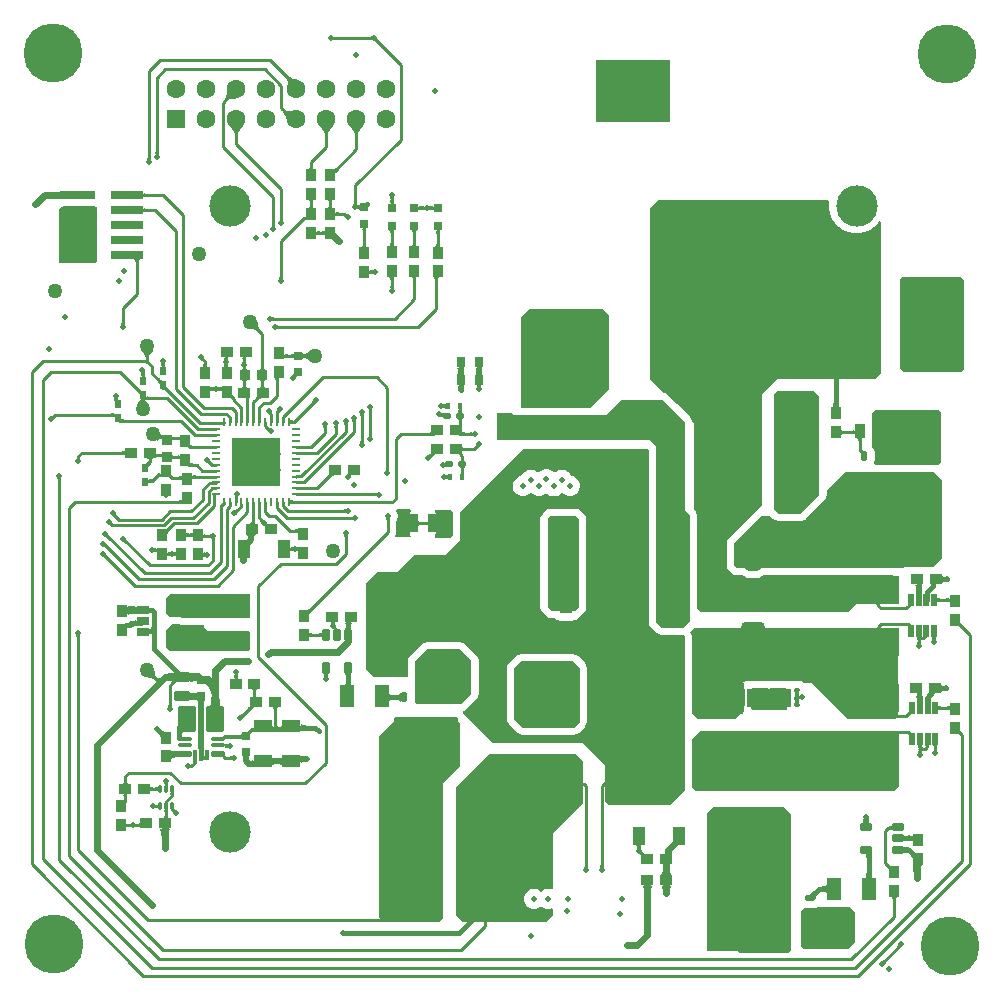
<source format=gtl>
G04*
G04 #@! TF.GenerationSoftware,Altium Limited,Altium Designer,23.1.1 (15)*
G04*
G04 Layer_Physical_Order=1*
G04 Layer_Color=255*
%FSLAX44Y44*%
%MOMM*%
G71*
G04*
G04 #@! TF.SameCoordinates,9C76BA79-DA27-457B-B569-9ED225C8ECFE*
G04*
G04*
G04 #@! TF.FilePolarity,Positive*
G04*
G01*
G75*
%ADD22C,0.2540*%
%ADD36R,6.3500X5.2800*%
%ADD37R,5.3300X5.5900*%
%ADD38R,0.9500X1.0000*%
G04:AMPARAMS|DCode=39|XSize=0.3mm|YSize=0.67mm|CornerRadius=0.0495mm|HoleSize=0mm|Usage=FLASHONLY|Rotation=0.000|XOffset=0mm|YOffset=0mm|HoleType=Round|Shape=RoundedRectangle|*
%AMROUNDEDRECTD39*
21,1,0.3000,0.5710,0,0,0.0*
21,1,0.2010,0.6700,0,0,0.0*
1,1,0.0990,0.1005,-0.2855*
1,1,0.0990,-0.1005,-0.2855*
1,1,0.0990,-0.1005,0.2855*
1,1,0.0990,0.1005,0.2855*
%
%ADD39ROUNDEDRECTD39*%
%ADD40R,1.0000X0.9500*%
G04:AMPARAMS|DCode=41|XSize=1.1mm|YSize=2.05mm|CornerRadius=0.0495mm|HoleSize=0mm|Usage=FLASHONLY|Rotation=270.000|XOffset=0mm|YOffset=0mm|HoleType=Round|Shape=RoundedRectangle|*
%AMROUNDEDRECTD41*
21,1,1.1000,1.9510,0,0,270.0*
21,1,1.0010,2.0500,0,0,270.0*
1,1,0.0990,-0.9755,-0.5005*
1,1,0.0990,-0.9755,0.5005*
1,1,0.0990,0.9755,0.5005*
1,1,0.0990,0.9755,-0.5005*
%
%ADD41ROUNDEDRECTD41*%
G04:AMPARAMS|DCode=42|XSize=1.1mm|YSize=2.05mm|CornerRadius=0.0495mm|HoleSize=0mm|Usage=FLASHONLY|Rotation=0.000|XOffset=0mm|YOffset=0mm|HoleType=Round|Shape=RoundedRectangle|*
%AMROUNDEDRECTD42*
21,1,1.1000,1.9510,0,0,0.0*
21,1,1.0010,2.0500,0,0,0.0*
1,1,0.0990,0.5005,-0.9755*
1,1,0.0990,-0.5005,-0.9755*
1,1,0.0990,-0.5005,0.9755*
1,1,0.0990,0.5005,0.9755*
%
%ADD42ROUNDEDRECTD42*%
G04:AMPARAMS|DCode=43|XSize=0.6mm|YSize=0.24mm|CornerRadius=0.0504mm|HoleSize=0mm|Usage=FLASHONLY|Rotation=90.000|XOffset=0mm|YOffset=0mm|HoleType=Round|Shape=RoundedRectangle|*
%AMROUNDEDRECTD43*
21,1,0.6000,0.1392,0,0,90.0*
21,1,0.4992,0.2400,0,0,90.0*
1,1,0.1008,0.0696,0.2496*
1,1,0.1008,0.0696,-0.2496*
1,1,0.1008,-0.0696,-0.2496*
1,1,0.1008,-0.0696,0.2496*
%
%ADD43ROUNDEDRECTD43*%
G04:AMPARAMS|DCode=44|XSize=0.24mm|YSize=0.6mm|CornerRadius=0.0504mm|HoleSize=0mm|Usage=FLASHONLY|Rotation=90.000|XOffset=0mm|YOffset=0mm|HoleType=Round|Shape=RoundedRectangle|*
%AMROUNDEDRECTD44*
21,1,0.2400,0.4992,0,0,90.0*
21,1,0.1392,0.6000,0,0,90.0*
1,1,0.1008,0.2496,0.0696*
1,1,0.1008,0.2496,-0.0696*
1,1,0.1008,-0.2496,-0.0696*
1,1,0.1008,-0.2496,0.0696*
%
%ADD44ROUNDEDRECTD44*%
G04:AMPARAMS|DCode=45|XSize=0.3mm|YSize=0.45mm|CornerRadius=0.0495mm|HoleSize=0mm|Usage=FLASHONLY|Rotation=90.000|XOffset=0mm|YOffset=0mm|HoleType=Round|Shape=RoundedRectangle|*
%AMROUNDEDRECTD45*
21,1,0.3000,0.3510,0,0,90.0*
21,1,0.2010,0.4500,0,0,90.0*
1,1,0.0990,0.1755,0.1005*
1,1,0.0990,0.1755,-0.1005*
1,1,0.0990,-0.1755,-0.1005*
1,1,0.0990,-0.1755,0.1005*
%
%ADD45ROUNDEDRECTD45*%
G04:AMPARAMS|DCode=46|XSize=2.38mm|YSize=3.45mm|CornerRadius=0.0476mm|HoleSize=0mm|Usage=FLASHONLY|Rotation=0.000|XOffset=0mm|YOffset=0mm|HoleType=Round|Shape=RoundedRectangle|*
%AMROUNDEDRECTD46*
21,1,2.3800,3.3548,0,0,0.0*
21,1,2.2848,3.4500,0,0,0.0*
1,1,0.0952,1.1424,-1.6774*
1,1,0.0952,-1.1424,-1.6774*
1,1,0.0952,-1.1424,1.6774*
1,1,0.0952,1.1424,1.6774*
%
%ADD46ROUNDEDRECTD46*%
G04:AMPARAMS|DCode=47|XSize=2.38mm|YSize=3.45mm|CornerRadius=0.0476mm|HoleSize=0mm|Usage=FLASHONLY|Rotation=270.000|XOffset=0mm|YOffset=0mm|HoleType=Round|Shape=RoundedRectangle|*
%AMROUNDEDRECTD47*
21,1,2.3800,3.3548,0,0,270.0*
21,1,2.2848,3.4500,0,0,270.0*
1,1,0.0952,-1.6774,-1.1424*
1,1,0.0952,-1.6774,1.1424*
1,1,0.0952,1.6774,1.1424*
1,1,0.0952,1.6774,-1.1424*
%
%ADD47ROUNDEDRECTD47*%
G04:AMPARAMS|DCode=48|XSize=1.05mm|YSize=0.45mm|CornerRadius=0.0495mm|HoleSize=0mm|Usage=FLASHONLY|Rotation=90.000|XOffset=0mm|YOffset=0mm|HoleType=Round|Shape=RoundedRectangle|*
%AMROUNDEDRECTD48*
21,1,1.0500,0.3510,0,0,90.0*
21,1,0.9510,0.4500,0,0,90.0*
1,1,0.0990,0.1755,0.4755*
1,1,0.0990,0.1755,-0.4755*
1,1,0.0990,-0.1755,-0.4755*
1,1,0.0990,-0.1755,0.4755*
%
%ADD48ROUNDEDRECTD48*%
G04:AMPARAMS|DCode=49|XSize=0.6mm|YSize=1mm|CornerRadius=0.051mm|HoleSize=0mm|Usage=FLASHONLY|Rotation=0.000|XOffset=0mm|YOffset=0mm|HoleType=Round|Shape=RoundedRectangle|*
%AMROUNDEDRECTD49*
21,1,0.6000,0.8980,0,0,0.0*
21,1,0.4980,1.0000,0,0,0.0*
1,1,0.1020,0.2490,-0.4490*
1,1,0.1020,-0.2490,-0.4490*
1,1,0.1020,-0.2490,0.4490*
1,1,0.1020,0.2490,0.4490*
%
%ADD49ROUNDEDRECTD49*%
%ADD50R,0.3810X0.6096*%
%ADD51R,1.1000X1.6000*%
G04:AMPARAMS|DCode=52|XSize=0.6mm|YSize=1mm|CornerRadius=0.051mm|HoleSize=0mm|Usage=FLASHONLY|Rotation=270.000|XOffset=0mm|YOffset=0mm|HoleType=Round|Shape=RoundedRectangle|*
%AMROUNDEDRECTD52*
21,1,0.6000,0.8980,0,0,270.0*
21,1,0.4980,1.0000,0,0,270.0*
1,1,0.1020,-0.4490,-0.2490*
1,1,0.1020,-0.4490,0.2490*
1,1,0.1020,0.4490,0.2490*
1,1,0.1020,0.4490,-0.2490*
%
%ADD52ROUNDEDRECTD52*%
%ADD53R,1.3000X1.8500*%
%ADD54R,0.6000X0.8000*%
%ADD55R,2.7900X0.7400*%
%ADD56R,0.9150X1.2200*%
G04:AMPARAMS|DCode=59|XSize=0.75mm|YSize=0.9mm|CornerRadius=0.0488mm|HoleSize=0mm|Usage=FLASHONLY|Rotation=180.000|XOffset=0mm|YOffset=0mm|HoleType=Round|Shape=RoundedRectangle|*
%AMROUNDEDRECTD59*
21,1,0.7500,0.8025,0,0,180.0*
21,1,0.6525,0.9000,0,0,180.0*
1,1,0.0975,-0.3263,0.4013*
1,1,0.0975,0.3263,0.4013*
1,1,0.0975,0.3263,-0.4013*
1,1,0.0975,-0.3263,-0.4013*
%
%ADD59ROUNDEDRECTD59*%
G04:AMPARAMS|DCode=60|XSize=0.6mm|YSize=0.5mm|CornerRadius=0.05mm|HoleSize=0mm|Usage=FLASHONLY|Rotation=0.000|XOffset=0mm|YOffset=0mm|HoleType=Round|Shape=RoundedRectangle|*
%AMROUNDEDRECTD60*
21,1,0.6000,0.4000,0,0,0.0*
21,1,0.5000,0.5000,0,0,0.0*
1,1,0.1000,0.2500,-0.2000*
1,1,0.1000,-0.2500,-0.2000*
1,1,0.1000,-0.2500,0.2000*
1,1,0.1000,0.2500,0.2000*
%
%ADD60ROUNDEDRECTD60*%
G04:AMPARAMS|DCode=61|XSize=0.8mm|YSize=0.9mm|CornerRadius=0.052mm|HoleSize=0mm|Usage=FLASHONLY|Rotation=90.000|XOffset=0mm|YOffset=0mm|HoleType=Round|Shape=RoundedRectangle|*
%AMROUNDEDRECTD61*
21,1,0.8000,0.7960,0,0,90.0*
21,1,0.6960,0.9000,0,0,90.0*
1,1,0.1040,0.3980,0.3480*
1,1,0.1040,0.3980,-0.3480*
1,1,0.1040,-0.3980,-0.3480*
1,1,0.1040,-0.3980,0.3480*
%
%ADD61ROUNDEDRECTD61*%
G04:AMPARAMS|DCode=62|XSize=0.8mm|YSize=0.9mm|CornerRadius=0.052mm|HoleSize=0mm|Usage=FLASHONLY|Rotation=0.000|XOffset=0mm|YOffset=0mm|HoleType=Round|Shape=RoundedRectangle|*
%AMROUNDEDRECTD62*
21,1,0.8000,0.7960,0,0,0.0*
21,1,0.6960,0.9000,0,0,0.0*
1,1,0.1040,0.3480,-0.3980*
1,1,0.1040,-0.3480,-0.3980*
1,1,0.1040,-0.3480,0.3980*
1,1,0.1040,0.3480,0.3980*
%
%ADD62ROUNDEDRECTD62*%
G04:AMPARAMS|DCode=63|XSize=0.65mm|YSize=0.7mm|CornerRadius=0.0488mm|HoleSize=0mm|Usage=FLASHONLY|Rotation=90.000|XOffset=0mm|YOffset=0mm|HoleType=Round|Shape=RoundedRectangle|*
%AMROUNDEDRECTD63*
21,1,0.6500,0.6025,0,0,90.0*
21,1,0.5525,0.7000,0,0,90.0*
1,1,0.0975,0.3013,0.2763*
1,1,0.0975,0.3013,-0.2763*
1,1,0.0975,-0.3013,-0.2763*
1,1,0.0975,-0.3013,0.2763*
%
%ADD63ROUNDEDRECTD63*%
G04:AMPARAMS|DCode=64|XSize=0.825mm|YSize=1.325mm|CornerRadius=0.0495mm|HoleSize=0mm|Usage=FLASHONLY|Rotation=90.000|XOffset=0mm|YOffset=0mm|HoleType=Round|Shape=RoundedRectangle|*
%AMROUNDEDRECTD64*
21,1,0.8250,1.2260,0,0,90.0*
21,1,0.7260,1.3250,0,0,90.0*
1,1,0.0990,0.6130,0.3630*
1,1,0.0990,0.6130,-0.3630*
1,1,0.0990,-0.6130,-0.3630*
1,1,0.0990,-0.6130,0.3630*
%
%ADD64ROUNDEDRECTD64*%
G04:AMPARAMS|DCode=65|XSize=1.1mm|YSize=0.6mm|CornerRadius=0.051mm|HoleSize=0mm|Usage=FLASHONLY|Rotation=0.000|XOffset=0mm|YOffset=0mm|HoleType=Round|Shape=RoundedRectangle|*
%AMROUNDEDRECTD65*
21,1,1.1000,0.4980,0,0,0.0*
21,1,0.9980,0.6000,0,0,0.0*
1,1,0.1020,0.4990,-0.2490*
1,1,0.1020,-0.4990,-0.2490*
1,1,0.1020,-0.4990,0.2490*
1,1,0.1020,0.4990,0.2490*
%
%ADD65ROUNDEDRECTD65*%
%ADD66R,1.2200X0.9150*%
%ADD67R,1.6000X1.1000*%
G04:AMPARAMS|DCode=68|XSize=1mm|YSize=1.6mm|CornerRadius=0.05mm|HoleSize=0mm|Usage=FLASHONLY|Rotation=90.000|XOffset=0mm|YOffset=0mm|HoleType=Round|Shape=RoundedRectangle|*
%AMROUNDEDRECTD68*
21,1,1.0000,1.5000,0,0,90.0*
21,1,0.9000,1.6000,0,0,90.0*
1,1,0.1000,0.7500,0.4500*
1,1,0.1000,0.7500,-0.4500*
1,1,0.1000,-0.7500,-0.4500*
1,1,0.1000,-0.7500,0.4500*
%
%ADD68ROUNDEDRECTD68*%
%ADD69R,0.8000X0.8000*%
G04:AMPARAMS|DCode=80|XSize=4.1mm|YSize=4.1mm|CornerRadius=0.041mm|HoleSize=0mm|Usage=FLASHONLY|Rotation=90.000|XOffset=0mm|YOffset=0mm|HoleType=Round|Shape=RoundedRectangle|*
%AMROUNDEDRECTD80*
21,1,4.1000,4.0180,0,0,90.0*
21,1,4.0180,4.1000,0,0,90.0*
1,1,0.0820,2.0090,2.0090*
1,1,0.0820,2.0090,-2.0090*
1,1,0.0820,-2.0090,-2.0090*
1,1,0.0820,-2.0090,2.0090*
%
%ADD80ROUNDEDRECTD80*%
G04:AMPARAMS|DCode=97|XSize=1.25mm|YSize=1.25mm|CornerRadius=0.05mm|HoleSize=0mm|Usage=FLASHONLY|Rotation=0.000|XOffset=0mm|YOffset=0mm|HoleType=Round|Shape=RoundedRectangle|*
%AMROUNDEDRECTD97*
21,1,1.2500,1.1500,0,0,0.0*
21,1,1.1500,1.2500,0,0,0.0*
1,1,0.1000,0.5750,-0.5750*
1,1,0.1000,-0.5750,-0.5750*
1,1,0.1000,-0.5750,0.5750*
1,1,0.1000,0.5750,0.5750*
%
%ADD97ROUNDEDRECTD97*%
%ADD98C,1.2500*%
G04:AMPARAMS|DCode=106|XSize=1mm|YSize=1.6mm|CornerRadius=0.05mm|HoleSize=0mm|Usage=FLASHONLY|Rotation=0.000|XOffset=0mm|YOffset=0mm|HoleType=Round|Shape=RoundedRectangle|*
%AMROUNDEDRECTD106*
21,1,1.0000,1.5000,0,0,0.0*
21,1,0.9000,1.6000,0,0,0.0*
1,1,0.1000,0.4500,-0.7500*
1,1,0.1000,-0.4500,-0.7500*
1,1,0.1000,-0.4500,0.7500*
1,1,0.1000,0.4500,0.7500*
%
%ADD106ROUNDEDRECTD106*%
%ADD107R,1.2700X1.6002*%
G04:AMPARAMS|DCode=108|XSize=0.86mm|YSize=0.51mm|CornerRadius=0.0995mm|HoleSize=0mm|Usage=FLASHONLY|Rotation=270.000|XOffset=0mm|YOffset=0mm|HoleType=Round|Shape=RoundedRectangle|*
%AMROUNDEDRECTD108*
21,1,0.8600,0.3111,0,0,270.0*
21,1,0.6611,0.5100,0,0,270.0*
1,1,0.1989,-0.1556,-0.3306*
1,1,0.1989,-0.1556,0.3306*
1,1,0.1989,0.1556,0.3306*
1,1,0.1989,0.1556,-0.3306*
%
%ADD108ROUNDEDRECTD108*%
G04:AMPARAMS|DCode=109|XSize=4.34mm|YSize=5.4mm|CornerRadius=0.1085mm|HoleSize=0mm|Usage=FLASHONLY|Rotation=270.000|XOffset=0mm|YOffset=0mm|HoleType=Round|Shape=RoundedRectangle|*
%AMROUNDEDRECTD109*
21,1,4.3400,5.1830,0,0,270.0*
21,1,4.1230,5.4000,0,0,270.0*
1,1,0.2170,-2.5915,-2.0615*
1,1,0.2170,-2.5915,2.0615*
1,1,0.2170,2.5915,2.0615*
1,1,0.2170,2.5915,-2.0615*
%
%ADD109ROUNDEDRECTD109*%
G04:AMPARAMS|DCode=110|XSize=4.34mm|YSize=5.4mm|CornerRadius=0.1085mm|HoleSize=0mm|Usage=FLASHONLY|Rotation=180.000|XOffset=0mm|YOffset=0mm|HoleType=Round|Shape=RoundedRectangle|*
%AMROUNDEDRECTD110*
21,1,4.3400,5.1830,0,0,180.0*
21,1,4.1230,5.4000,0,0,180.0*
1,1,0.2170,-2.0615,2.5915*
1,1,0.2170,2.0615,2.5915*
1,1,0.2170,2.0615,-2.5915*
1,1,0.2170,-2.0615,-2.5915*
%
%ADD110ROUNDEDRECTD110*%
G04:AMPARAMS|DCode=111|XSize=0.86mm|YSize=0.51mm|CornerRadius=0.0995mm|HoleSize=0mm|Usage=FLASHONLY|Rotation=180.000|XOffset=0mm|YOffset=0mm|HoleType=Round|Shape=RoundedRectangle|*
%AMROUNDEDRECTD111*
21,1,0.8600,0.3111,0,0,180.0*
21,1,0.6611,0.5100,0,0,180.0*
1,1,0.1989,-0.3306,0.1556*
1,1,0.1989,0.3306,0.1556*
1,1,0.1989,0.3306,-0.1556*
1,1,0.1989,-0.3306,-0.1556*
%
%ADD111ROUNDEDRECTD111*%
G04:AMPARAMS|DCode=112|XSize=1.2mm|YSize=0.475mm|CornerRadius=0.0998mm|HoleSize=0mm|Usage=FLASHONLY|Rotation=180.000|XOffset=0mm|YOffset=0mm|HoleType=Round|Shape=RoundedRectangle|*
%AMROUNDEDRECTD112*
21,1,1.2000,0.2755,0,0,180.0*
21,1,1.0005,0.4750,0,0,180.0*
1,1,0.1995,-0.5002,0.1378*
1,1,0.1995,0.5002,0.1378*
1,1,0.1995,0.5002,-0.1378*
1,1,0.1995,-0.5002,-0.1378*
%
%ADD112ROUNDEDRECTD112*%
G04:AMPARAMS|DCode=113|XSize=1.2mm|YSize=0.35mm|CornerRadius=0.0998mm|HoleSize=0mm|Usage=FLASHONLY|Rotation=180.000|XOffset=0mm|YOffset=0mm|HoleType=Round|Shape=RoundedRectangle|*
%AMROUNDEDRECTD113*
21,1,1.2000,0.1505,0,0,180.0*
21,1,1.0005,0.3500,0,0,180.0*
1,1,0.1995,-0.5002,0.0753*
1,1,0.1995,0.5002,0.0753*
1,1,0.1995,0.5002,-0.0753*
1,1,0.1995,-0.5002,-0.0753*
%
%ADD113ROUNDEDRECTD113*%
G04:AMPARAMS|DCode=114|XSize=0.35mm|YSize=0.9mm|CornerRadius=0.0998mm|HoleSize=0mm|Usage=FLASHONLY|Rotation=180.000|XOffset=0mm|YOffset=0mm|HoleType=Round|Shape=RoundedRectangle|*
%AMROUNDEDRECTD114*
21,1,0.3500,0.7005,0,0,180.0*
21,1,0.1505,0.9000,0,0,180.0*
1,1,0.1995,-0.0753,0.3503*
1,1,0.1995,0.0753,0.3503*
1,1,0.1995,0.0753,-0.3503*
1,1,0.1995,-0.0753,-0.3503*
%
%ADD114ROUNDEDRECTD114*%
G04:AMPARAMS|DCode=115|XSize=1.6mm|YSize=2.15mm|CornerRadius=0.104mm|HoleSize=0mm|Usage=FLASHONLY|Rotation=180.000|XOffset=0mm|YOffset=0mm|HoleType=Round|Shape=RoundedRectangle|*
%AMROUNDEDRECTD115*
21,1,1.6000,1.9420,0,0,180.0*
21,1,1.3920,2.1500,0,0,180.0*
1,1,0.2080,-0.6960,0.9710*
1,1,0.2080,0.6960,0.9710*
1,1,0.2080,0.6960,-0.9710*
1,1,0.2080,-0.6960,-0.9710*
%
%ADD115ROUNDEDRECTD115*%
%ADD116C,0.5040*%
%ADD117C,0.6000*%
%ADD118C,0.4000*%
%ADD119C,0.3000*%
%ADD120C,0.7000*%
%ADD121C,0.5000*%
%ADD122C,0.3200*%
%ADD123R,1.6000X1.6000*%
%ADD124C,1.6000*%
G04:AMPARAMS|DCode=125|XSize=2.1mm|YSize=2.1mm|CornerRadius=0.525mm|HoleSize=0mm|Usage=FLASHONLY|Rotation=90.000|XOffset=0mm|YOffset=0mm|HoleType=Round|Shape=RoundedRectangle|*
%AMROUNDEDRECTD125*
21,1,2.1000,1.0500,0,0,90.0*
21,1,1.0500,2.1000,0,0,90.0*
1,1,1.0500,0.5250,0.5250*
1,1,1.0500,0.5250,-0.5250*
1,1,1.0500,-0.5250,-0.5250*
1,1,1.0500,-0.5250,0.5250*
%
%ADD125ROUNDEDRECTD125*%
%ADD126C,2.1000*%
%ADD127C,5.0000*%
G04:AMPARAMS|DCode=128|XSize=2.1mm|YSize=2.1mm|CornerRadius=0.525mm|HoleSize=0mm|Usage=FLASHONLY|Rotation=0.000|XOffset=0mm|YOffset=0mm|HoleType=Round|Shape=RoundedRectangle|*
%AMROUNDEDRECTD128*
21,1,2.1000,1.0500,0,0,0.0*
21,1,1.0500,2.1000,0,0,0.0*
1,1,1.0500,0.5250,-0.5250*
1,1,1.0500,-0.5250,-0.5250*
1,1,1.0500,-0.5250,0.5250*
1,1,1.0500,0.5250,0.5250*
%
%ADD128ROUNDEDRECTD128*%
%ADD129C,0.5080*%
%ADD130C,1.2700*%
%ADD131C,3.5080*%
G36*
X303856Y785764D02*
X303747Y785861D01*
X303620Y785947D01*
X303475Y786023D01*
X303312Y786089D01*
X303130Y786145D01*
X302930Y786191D01*
X302711Y786227D01*
X302475Y786252D01*
X301946Y786272D01*
Y788812D01*
X302220Y788818D01*
X302711Y788858D01*
X302930Y788894D01*
X303130Y788939D01*
X303312Y788995D01*
X303475Y789061D01*
X303620Y789137D01*
X303747Y789224D01*
X303856Y789320D01*
Y785764D01*
D02*
G37*
G36*
X271619Y789224D02*
X271746Y789137D01*
X271891Y789061D01*
X272055Y788995D01*
X272237Y788939D01*
X272437Y788894D01*
X272655Y788858D01*
X272892Y788833D01*
X273420Y788812D01*
Y786272D01*
X273147Y786267D01*
X272655Y786227D01*
X272437Y786191D01*
X272237Y786145D01*
X272055Y786089D01*
X271891Y786023D01*
X271746Y785947D01*
X271619Y785861D01*
X271510Y785764D01*
Y789320D01*
X271619Y789224D01*
D02*
G37*
G36*
X308219Y787372D02*
X308247Y787221D01*
X308296Y787064D01*
X308365Y786902D01*
X308454Y786734D01*
X308563Y786560D01*
X308693Y786380D01*
X308842Y786195D01*
X309201Y785807D01*
X307405Y784011D01*
X307208Y784201D01*
X306832Y784520D01*
X306652Y784649D01*
X306479Y784758D01*
X306310Y784847D01*
X306148Y784916D01*
X305991Y784965D01*
X305841Y784994D01*
X305695Y785003D01*
X308210Y787517D01*
X308219Y787372D01*
D02*
G37*
G36*
X234027Y754948D02*
X234474Y754653D01*
X235026Y754354D01*
X235684Y754051D01*
X237318Y753431D01*
X239374Y752793D01*
X241854Y752138D01*
X232210Y746443D01*
X232456Y747466D01*
X232630Y748427D01*
X232732Y749327D01*
X232762Y750166D01*
X232719Y750944D01*
X232604Y751660D01*
X232417Y752315D01*
X232157Y752908D01*
X231826Y753440D01*
X231422Y753911D01*
X233687Y755238D01*
X234027Y754948D01*
D02*
G37*
G36*
X189057Y736372D02*
X187886Y736364D01*
X185791Y736228D01*
X184867Y736100D01*
X184025Y735932D01*
X183267Y735725D01*
X182590Y735477D01*
X181996Y735189D01*
X181485Y734862D01*
X181056Y734494D01*
X179260Y736290D01*
X179628Y736719D01*
X179955Y737230D01*
X180243Y737824D01*
X180491Y738501D01*
X180699Y739259D01*
X180866Y740101D01*
X180994Y741025D01*
X181130Y743120D01*
X181138Y744291D01*
X189057Y736372D01*
D02*
G37*
G36*
X230692Y726854D02*
X231225Y726523D01*
X231816Y726268D01*
X232465Y726089D01*
X233172Y725986D01*
X233937Y725959D01*
X234761Y726009D01*
X235643Y726135D01*
X236582Y726337D01*
X237580Y726616D01*
X232247Y716767D01*
X231862Y718078D01*
X230125Y722982D01*
X229816Y723633D01*
X229519Y724173D01*
X229235Y724603D01*
X228963Y724923D01*
X230217Y727262D01*
X230692Y726854D01*
D02*
G37*
G36*
X295515Y712424D02*
X294129Y710847D01*
X293566Y710103D01*
X293090Y709390D01*
X292700Y708706D01*
X292397Y708053D01*
X292181Y707429D01*
X292051Y706836D01*
X292007Y706273D01*
X289467D01*
X289424Y706836D01*
X289294Y707429D01*
X289078Y708053D01*
X288775Y708706D01*
X288385Y709390D01*
X287908Y710103D01*
X287346Y710847D01*
X285960Y712424D01*
X285137Y713258D01*
X296337D01*
X295515Y712424D01*
D02*
G37*
G36*
X270115D02*
X268729Y710847D01*
X268166Y710103D01*
X267690Y709390D01*
X267300Y708706D01*
X266997Y708053D01*
X266780Y707429D01*
X266651Y706836D01*
X266607Y706273D01*
X264067D01*
X264024Y706836D01*
X263894Y707429D01*
X263678Y708053D01*
X263375Y708706D01*
X262985Y709390D01*
X262509Y710103D01*
X261946Y710847D01*
X260560Y712424D01*
X259737Y713258D01*
X270937D01*
X270115Y712424D01*
D02*
G37*
G36*
X193915D02*
X192529Y710847D01*
X191966Y710103D01*
X191490Y709390D01*
X191100Y708706D01*
X190797Y708053D01*
X190581Y707429D01*
X190451Y706836D01*
X190407Y706273D01*
X187867D01*
X187824Y706836D01*
X187694Y707429D01*
X187478Y708053D01*
X187174Y708706D01*
X186785Y709390D01*
X186308Y710103D01*
X185746Y710847D01*
X184360Y712424D01*
X183537Y713258D01*
X194737D01*
X193915Y712424D01*
D02*
G37*
G36*
X123136Y690872D02*
X123177Y690380D01*
X123213Y690162D01*
X123258Y689961D01*
X123314Y689780D01*
X123380Y689616D01*
X123456Y689471D01*
X123543Y689344D01*
X123639Y689235D01*
X120083D01*
X120180Y689344D01*
X120266Y689471D01*
X120342Y689616D01*
X120408Y689780D01*
X120464Y689961D01*
X120510Y690162D01*
X120546Y690380D01*
X120571Y690617D01*
X120591Y691145D01*
X123131D01*
X123136Y690872D01*
D02*
G37*
G36*
X116077Y685991D02*
X116117Y685499D01*
X116153Y685281D01*
X116199Y685080D01*
X116255Y684899D01*
X116321Y684735D01*
X116397Y684590D01*
X116483Y684463D01*
X116580Y684354D01*
X113024D01*
X113120Y684463D01*
X113207Y684590D01*
X113283Y684735D01*
X113349Y684899D01*
X113405Y685080D01*
X113450Y685281D01*
X113486Y685499D01*
X113511Y685736D01*
X113532Y686264D01*
X116072D01*
X116077Y685991D01*
D02*
G37*
G36*
X253826Y678638D02*
X253864Y678206D01*
X253927Y677825D01*
X254016Y677495D01*
X254130Y677216D01*
X254270Y676987D01*
X254435Y676809D01*
X254626Y676682D01*
X254842Y676606D01*
X255083Y676581D01*
X250003D01*
X250244Y676606D01*
X250460Y676682D01*
X250651Y676809D01*
X250816Y676987D01*
X250956Y677216D01*
X251070Y677495D01*
X251159Y677825D01*
X251222Y678206D01*
X251260Y678638D01*
X251273Y679121D01*
X253813D01*
X253826Y678638D01*
D02*
G37*
G36*
X275340Y676331D02*
X274846Y675818D01*
X274064Y674895D01*
X273777Y674485D01*
X273560Y674109D01*
X273412Y673767D01*
X273333Y673459D01*
X273324Y673185D01*
X273384Y672944D01*
X273514Y672738D01*
X270202Y676550D01*
X270386Y676398D01*
X270609Y676321D01*
X270870Y676318D01*
X271171Y676389D01*
X271511Y676534D01*
X271889Y676754D01*
X272307Y677048D01*
X272764Y677417D01*
X273794Y678377D01*
X275340Y676331D01*
D02*
G37*
G36*
X110769Y657084D02*
X110846Y656868D01*
X110975Y656677D01*
X111155Y656512D01*
X111386Y656373D01*
X111669Y656258D01*
X112003Y656169D01*
X112388Y656106D01*
X112825Y656068D01*
X113314Y656055D01*
Y653515D01*
X112825Y653502D01*
X112388Y653464D01*
X112003Y653401D01*
X111669Y653312D01*
X111386Y653198D01*
X111155Y653058D01*
X110975Y652893D01*
X110846Y652702D01*
X110769Y652486D01*
X110743Y652245D01*
Y657325D01*
X110769Y657084D01*
D02*
G37*
G36*
X42235Y651116D02*
X42175Y651243D01*
X41995Y651357D01*
X41695Y651457D01*
X41275Y651544D01*
X40735Y651618D01*
X39295Y651725D01*
X36235Y651785D01*
Y657785D01*
X37375Y657792D01*
X41275Y658026D01*
X41695Y658113D01*
X41995Y658214D01*
X42175Y658327D01*
X42235Y658455D01*
Y651116D01*
D02*
G37*
G36*
X322362Y652862D02*
X322276Y652736D01*
X322200Y652590D01*
X322134Y652427D01*
X322078Y652245D01*
X322032Y652045D01*
X321997Y651826D01*
X321971Y651590D01*
X321951Y651061D01*
X319411D01*
X319406Y651335D01*
X319365Y651826D01*
X319330Y652045D01*
X319284Y652245D01*
X319228Y652427D01*
X319162Y652590D01*
X319086Y652736D01*
X319000Y652862D01*
X318903Y652971D01*
X322459D01*
X322362Y652862D01*
D02*
G37*
G36*
X691033Y649411D02*
X690800Y648239D01*
Y643602D01*
X691705Y639054D01*
X693479Y634770D01*
X696055Y630914D01*
X699334Y627635D01*
X703190Y625059D01*
X707474Y623285D01*
X712021Y622380D01*
X716658D01*
X721206Y623285D01*
X725490Y625059D01*
X729346Y627635D01*
X732625Y630914D01*
X733702Y632527D01*
X734918Y632158D01*
X734918Y503495D01*
X730262Y498840D01*
X647179D01*
X633912Y485573D01*
Y391998D01*
X604199Y362285D01*
Y338903D01*
X609872Y333230D01*
X617393D01*
X618883Y332234D01*
X621886Y330990D01*
X625074Y330356D01*
X628324D01*
X631512Y330990D01*
X634515Y332234D01*
X636005Y333230D01*
X744642D01*
X749312Y328559D01*
Y311664D01*
X746176Y308529D01*
X734060D01*
X734003Y308451D01*
X733947Y308330D01*
X733900Y308175D01*
X733861Y307985D01*
X733831Y307760D01*
X733797Y307207D01*
X733793Y306879D01*
X731253D01*
X731249Y307207D01*
X731185Y307985D01*
X731146Y308175D01*
X731099Y308330D01*
X731043Y308451D01*
X730986Y308529D01*
X714349D01*
X707374Y301554D01*
X582957D01*
X579038Y305473D01*
Y384096D01*
D01*
Y384096D01*
X578573Y386437D01*
X577247Y388422D01*
X576357Y389311D01*
Y461990D01*
X574620Y463727D01*
X574305Y465312D01*
X572979Y467297D01*
X564429Y475847D01*
X563576Y476959D01*
X562463Y477812D01*
X554418Y485858D01*
X552433Y487184D01*
X550848Y487499D01*
X549046Y489301D01*
X539507Y498840D01*
Y643325D01*
X546575Y650393D01*
X633912Y650393D01*
Y650393D01*
X690228Y650393D01*
X691033Y649411D01*
D02*
G37*
G36*
X271123Y650646D02*
X270907Y650569D01*
X270717Y650441D01*
X270552Y650261D01*
X270412Y650030D01*
X270298Y649747D01*
X270209Y649413D01*
X270145Y649027D01*
X270107Y648590D01*
X270095Y648102D01*
X267555D01*
X267542Y648590D01*
X267504Y649027D01*
X267440Y649413D01*
X267351Y649747D01*
X267237Y650030D01*
X267097Y650261D01*
X266932Y650441D01*
X266742Y650569D01*
X266526Y650646D01*
X266285Y650672D01*
X271365D01*
X271123Y650646D01*
D02*
G37*
G36*
X254842D02*
X254626Y650569D01*
X254435Y650441D01*
X254270Y650261D01*
X254130Y650030D01*
X254016Y649747D01*
X253927Y649413D01*
X253864Y649027D01*
X253826Y648590D01*
X253813Y648102D01*
X251273D01*
X251260Y648590D01*
X251222Y649027D01*
X251159Y649413D01*
X251070Y649747D01*
X250956Y650030D01*
X250816Y650261D01*
X250651Y650441D01*
X250460Y650569D01*
X250244Y650646D01*
X250003Y650672D01*
X255083D01*
X254842Y650646D01*
D02*
G37*
G36*
X321964Y649881D02*
X322002Y649444D01*
X322065Y649058D01*
X322154Y648724D01*
X322268Y648441D01*
X322408Y648210D01*
X322573Y648030D01*
X322764Y647902D01*
X322980Y647824D01*
X323221Y647799D01*
X318141D01*
X318382Y647824D01*
X318598Y647902D01*
X318789Y648030D01*
X318954Y648210D01*
X319093Y648441D01*
X319208Y648724D01*
X319297Y649058D01*
X319360Y649444D01*
X319398Y649881D01*
X319411Y650369D01*
X321951D01*
X321964Y649881D01*
D02*
G37*
G36*
X291138Y648097D02*
X291179Y647606D01*
X291215Y647387D01*
X291260Y647187D01*
X291316Y647005D01*
X291382Y646842D01*
X291458Y646697D01*
X291545Y646570D01*
X291641Y646461D01*
X288085D01*
X288182Y646570D01*
X288268Y646697D01*
X288344Y646842D01*
X288410Y647005D01*
X288466Y647187D01*
X288512Y647387D01*
X288548Y647606D01*
X288573Y647842D01*
X288593Y648371D01*
X291133D01*
X291138Y648097D01*
D02*
G37*
G36*
X293580Y645917D02*
X293587Y645917D01*
Y643377D01*
X293580Y643377D01*
Y642107D01*
X293555Y642348D01*
X293479Y642564D01*
X293352Y642755D01*
X293174Y642920D01*
X292945Y643059D01*
X292666Y643174D01*
X292394Y643247D01*
X292222Y643194D01*
X292058Y643128D01*
X291913Y643052D01*
X291786Y642965D01*
X291677Y642869D01*
Y643351D01*
X291523Y643364D01*
X291040Y643377D01*
Y645917D01*
X291523Y645930D01*
X291677Y645943D01*
Y646425D01*
X291786Y646328D01*
X291913Y646242D01*
X292058Y646166D01*
X292222Y646100D01*
X292394Y646047D01*
X292666Y646120D01*
X292945Y646234D01*
X293174Y646374D01*
X293352Y646539D01*
X293479Y646730D01*
X293555Y646946D01*
X293580Y647187D01*
Y645917D01*
D02*
G37*
G36*
X355560Y641352D02*
X355535Y641593D01*
X355458Y641809D01*
X355329Y642000D01*
X355149Y642165D01*
X354918Y642305D01*
X354635Y642419D01*
X354301Y642508D01*
X353915Y642571D01*
X353507Y642607D01*
X353137Y642577D01*
X352919Y642541D01*
X352719Y642495D01*
X352537Y642439D01*
X352373Y642373D01*
X352228Y642297D01*
X352101Y642211D01*
X351992Y642114D01*
Y645670D01*
X352101Y645574D01*
X352228Y645487D01*
X352373Y645411D01*
X352537Y645345D01*
X352719Y645289D01*
X352919Y645244D01*
X353137Y645208D01*
X353374Y645182D01*
X353507Y645177D01*
X353915Y645213D01*
X354301Y645276D01*
X354635Y645365D01*
X354918Y645480D01*
X355149Y645619D01*
X355329Y645785D01*
X355458Y645975D01*
X355535Y646191D01*
X355560Y646432D01*
Y641352D01*
D02*
G37*
G36*
X71424Y644625D02*
Y598989D01*
X70071Y597635D01*
X40104D01*
X39204Y598535D01*
Y643402D01*
X40887Y645085D01*
X41797D01*
X42235Y644998D01*
X42381Y645027D01*
X42529Y645005D01*
X42849Y645085D01*
X70964D01*
X71424Y644625D01*
D02*
G37*
G36*
X270107Y646050D02*
X270145Y645618D01*
X270209Y645237D01*
X270298Y644907D01*
X270412Y644628D01*
X270552Y644399D01*
X270717Y644221D01*
X270907Y644094D01*
X271123Y644018D01*
X271365Y643993D01*
X266285D01*
X266526Y644018D01*
X266742Y644094D01*
X266932Y644221D01*
X267097Y644399D01*
X267237Y644628D01*
X267351Y644907D01*
X267440Y645237D01*
X267504Y645618D01*
X267542Y646050D01*
X267555Y646533D01*
X270095D01*
X270107Y646050D01*
D02*
G37*
G36*
X253826D02*
X253864Y645618D01*
X253927Y645237D01*
X254016Y644907D01*
X254130Y644628D01*
X254270Y644399D01*
X254435Y644221D01*
X254626Y644094D01*
X254842Y644018D01*
X255083Y643993D01*
X250003D01*
X250244Y644018D01*
X250460Y644094D01*
X250651Y644221D01*
X250816Y644399D01*
X250956Y644628D01*
X251070Y644907D01*
X251159Y645237D01*
X251222Y645618D01*
X251260Y646050D01*
X251273Y646533D01*
X253813D01*
X253826Y646050D01*
D02*
G37*
G36*
X348364Y642114D02*
X348256Y642211D01*
X348129Y642297D01*
X347983Y642373D01*
X347820Y642439D01*
X347638Y642495D01*
X347438Y642541D01*
X347220Y642577D01*
X346983Y642602D01*
X346455Y642622D01*
Y645162D01*
X346728Y645167D01*
X347220Y645208D01*
X347438Y645244D01*
X347638Y645289D01*
X347820Y645345D01*
X347983Y645411D01*
X348129Y645487D01*
X348256Y645574D01*
X348364Y645670D01*
Y642114D01*
D02*
G37*
G36*
X343761Y646191D02*
X343837Y645975D01*
X343964Y645785D01*
X344142Y645619D01*
X344370Y645480D01*
X344650Y645365D01*
X344980Y645276D01*
X345361Y645213D01*
X345793Y645175D01*
X346275Y645162D01*
Y642622D01*
X345793Y642609D01*
X345361Y642571D01*
X344980Y642508D01*
X344650Y642419D01*
X344370Y642305D01*
X344142Y642165D01*
X343964Y642000D01*
X343837Y641809D01*
X343761Y641593D01*
X343735Y641352D01*
Y646432D01*
X343761Y646191D01*
D02*
G37*
G36*
X110769Y644384D02*
X110846Y644168D01*
X110975Y643977D01*
X111155Y643812D01*
X111386Y643673D01*
X111669Y643558D01*
X112003Y643469D01*
X112388Y643406D01*
X112825Y643368D01*
X113314Y643355D01*
Y640815D01*
X112825Y640802D01*
X112388Y640764D01*
X112003Y640701D01*
X111669Y640612D01*
X111386Y640498D01*
X111155Y640358D01*
X110975Y640193D01*
X110846Y640002D01*
X110769Y639786D01*
X110743Y639545D01*
Y644625D01*
X110769Y644384D01*
D02*
G37*
G36*
X273540Y641322D02*
X273617Y641106D01*
X273745Y640915D01*
X273925Y640750D01*
X274156Y640611D01*
X274439Y640496D01*
X274773Y640407D01*
X275159Y640344D01*
X275596Y640306D01*
X276084Y640293D01*
Y637753D01*
X275596Y637740D01*
X275159Y637702D01*
X274773Y637639D01*
X274439Y637550D01*
X274156Y637436D01*
X273925Y637296D01*
X273745Y637131D01*
X273617Y636940D01*
X273540Y636724D01*
X273514Y636483D01*
Y641563D01*
X273540Y641322D01*
D02*
G37*
G36*
X281820Y639030D02*
X282197Y638722D01*
X282378Y638603D01*
X282553Y638506D01*
X282722Y638432D01*
X282886Y638381D01*
X283044Y638354D01*
X283196Y638349D01*
X283343Y638367D01*
X281356Y635418D01*
X281326Y635539D01*
X281277Y635668D01*
X281210Y635806D01*
X281125Y635953D01*
X281023Y636108D01*
X280763Y636444D01*
X280606Y636625D01*
X280237Y637012D01*
X281622Y639219D01*
X281820Y639030D01*
D02*
G37*
G36*
X247669Y634054D02*
X247654Y634048D01*
X247609Y634043D01*
X247533Y634038D01*
X246154Y634023D01*
Y636563D01*
X246447Y636566D01*
X247312Y636624D01*
X247451Y636651D01*
X247560Y636683D01*
X247637Y636720D01*
X247684Y636762D01*
X247700Y636808D01*
X247669Y634054D01*
D02*
G37*
G36*
X228630Y634638D02*
X228670Y634147D01*
X228706Y633928D01*
X228752Y633728D01*
X228808Y633546D01*
X228874Y633383D01*
X228950Y633237D01*
X229036Y633111D01*
X229133Y633002D01*
X225577D01*
X225673Y633111D01*
X225760Y633237D01*
X225836Y633383D01*
X225902Y633546D01*
X225958Y633728D01*
X226003Y633928D01*
X226039Y634147D01*
X226064Y634383D01*
X226085Y634912D01*
X228625D01*
X228630Y634638D01*
D02*
G37*
G36*
X221636Y629181D02*
X221677Y628690D01*
X221713Y628471D01*
X221758Y628271D01*
X221814Y628089D01*
X221880Y627926D01*
X221957Y627781D01*
X222043Y627654D01*
X222139Y627545D01*
X218583D01*
X218680Y627654D01*
X218766Y627781D01*
X218842Y627926D01*
X218909Y628089D01*
X218964Y628271D01*
X219010Y628471D01*
X219046Y628690D01*
X219071Y628927D01*
X219091Y629455D01*
X221631D01*
X221636Y629181D01*
D02*
G37*
G36*
X299848Y626103D02*
X299632Y626026D01*
X299442Y625897D01*
X299277Y625717D01*
X299137Y625486D01*
X299023Y625203D01*
X298934Y624869D01*
X298871Y624483D01*
X298832Y624046D01*
X298820Y623558D01*
X296280D01*
X296267Y624046D01*
X296229Y624483D01*
X296165Y624869D01*
X296077Y625203D01*
X295962Y625486D01*
X295823Y625717D01*
X295657Y625897D01*
X295467Y626026D01*
X295251Y626103D01*
X295010Y626128D01*
X300090D01*
X299848Y626103D01*
D02*
G37*
G36*
X342064Y624928D02*
X341848Y624851D01*
X341658Y624722D01*
X341493Y624542D01*
X341353Y624311D01*
X341239Y624028D01*
X341150Y623694D01*
X341087Y623308D01*
X341048Y622871D01*
X341036Y622383D01*
X338496D01*
X338483Y622871D01*
X338445Y623308D01*
X338381Y623694D01*
X338293Y624028D01*
X338178Y624311D01*
X338038Y624542D01*
X337873Y624722D01*
X337683Y624851D01*
X337467Y624928D01*
X337226Y624953D01*
X342306D01*
X342064Y624928D01*
D02*
G37*
G36*
X322980Y624895D02*
X322764Y624818D01*
X322574Y624690D01*
X322408Y624510D01*
X322269Y624278D01*
X322155Y623996D01*
X322066Y623661D01*
X322002Y623276D01*
X321964Y622839D01*
X321951Y622351D01*
X319411D01*
X319399Y622839D01*
X319361Y623276D01*
X319297Y623661D01*
X319208Y623996D01*
X319094Y624278D01*
X318954Y624510D01*
X318789Y624690D01*
X318598Y624818D01*
X318383Y624895D01*
X318141Y624921D01*
X323221D01*
X322980Y624895D01*
D02*
G37*
G36*
X361798Y624682D02*
X361582Y624605D01*
X361392Y624477D01*
X361227Y624297D01*
X361087Y624065D01*
X360973Y623783D01*
X360884Y623448D01*
X360820Y623063D01*
X360782Y622626D01*
X360770Y622137D01*
X358230D01*
X358217Y622626D01*
X358179Y623063D01*
X358115Y623448D01*
X358026Y623783D01*
X357912Y624065D01*
X357772Y624297D01*
X357607Y624477D01*
X357417Y624605D01*
X357201Y624682D01*
X356960Y624708D01*
X362040D01*
X361798Y624682D01*
D02*
G37*
G36*
X264136Y620483D02*
X264110Y620724D01*
X264033Y620940D01*
X263904Y621131D01*
X263724Y621296D01*
X263493Y621436D01*
X263210Y621550D01*
X262876Y621639D01*
X262491Y621702D01*
X262054Y621740D01*
X261565Y621753D01*
Y624293D01*
X262054Y624306D01*
X262491Y624344D01*
X262876Y624407D01*
X263210Y624496D01*
X263493Y624611D01*
X263724Y624750D01*
X263904Y624915D01*
X264033Y625106D01*
X264110Y625322D01*
X264136Y625563D01*
Y620483D01*
D02*
G37*
G36*
X257104Y625322D02*
X257181Y625106D01*
X257309Y624915D01*
X257489Y624750D01*
X257721Y624611D01*
X258003Y624496D01*
X258337Y624407D01*
X258723Y624344D01*
X259160Y624306D01*
X259648Y624293D01*
Y621753D01*
X259160Y621740D01*
X258723Y621702D01*
X258337Y621639D01*
X258003Y621550D01*
X257721Y621436D01*
X257489Y621296D01*
X257309Y621131D01*
X257181Y620940D01*
X257104Y620724D01*
X257078Y620483D01*
Y625563D01*
X257104Y625322D01*
D02*
G37*
G36*
X273547Y622379D02*
X273668Y622240D01*
X275585Y620265D01*
X277787Y618054D01*
X273544Y613811D01*
X269166Y618084D01*
X273514Y622432D01*
X273547Y622379D01*
D02*
G37*
G36*
X341049Y613419D02*
X341087Y612988D01*
X341150Y612607D01*
X341239Y612276D01*
X341353Y611997D01*
X341493Y611768D01*
X341658Y611590D01*
X341849Y611464D01*
X342065Y611387D01*
X342306Y611362D01*
X337226D01*
X337467Y611387D01*
X337683Y611464D01*
X337874Y611590D01*
X338039Y611768D01*
X338178Y611997D01*
X338293Y612276D01*
X338382Y612607D01*
X338445Y612988D01*
X338483Y613419D01*
X338496Y613902D01*
X341036D01*
X341049Y613419D01*
D02*
G37*
G36*
X321964Y613373D02*
X322002Y612941D01*
X322066Y612560D01*
X322155Y612230D01*
X322269Y611951D01*
X322408Y611722D01*
X322574Y611544D01*
X322764Y611417D01*
X322980Y611341D01*
X323221Y611316D01*
X318141D01*
X318383Y611341D01*
X318598Y611417D01*
X318789Y611544D01*
X318954Y611722D01*
X319094Y611951D01*
X319208Y612230D01*
X319297Y612560D01*
X319361Y612941D01*
X319399Y613373D01*
X319411Y613856D01*
X321951D01*
X321964Y613373D01*
D02*
G37*
G36*
X360783Y613174D02*
X360821Y612742D01*
X360884Y612361D01*
X360973Y612031D01*
X361088Y611751D01*
X361227Y611523D01*
X361392Y611345D01*
X361583Y611218D01*
X361799Y611142D01*
X362040Y611116D01*
X356960D01*
X357201Y611142D01*
X357417Y611218D01*
X357608Y611345D01*
X357773Y611523D01*
X357913Y611751D01*
X358027Y612031D01*
X358116Y612361D01*
X358179Y612742D01*
X358217Y613174D01*
X358230Y613656D01*
X360770D01*
X360783Y613174D01*
D02*
G37*
G36*
X298832Y613025D02*
X298871Y612593D01*
X298934Y612212D01*
X299023Y611882D01*
X299137Y611603D01*
X299277Y611374D01*
X299442Y611196D01*
X299632Y611069D01*
X299848Y610993D01*
X300090Y610968D01*
X295010D01*
X295251Y610993D01*
X295467Y611069D01*
X295657Y611196D01*
X295823Y611374D01*
X295962Y611603D01*
X296077Y611882D01*
X296165Y612212D01*
X296229Y612593D01*
X296267Y613025D01*
X296280Y613508D01*
X298820D01*
X298832Y613025D01*
D02*
G37*
G36*
X107244Y600290D02*
X107029Y600214D01*
X106838Y600087D01*
X106673Y599909D01*
X106533Y599681D01*
X106419Y599401D01*
X106330Y599071D01*
X106266Y598690D01*
X106228Y598258D01*
X106216Y597776D01*
X103676D01*
X103663Y598258D01*
X103625Y598690D01*
X103561Y599071D01*
X103472Y599401D01*
X103358Y599681D01*
X103218Y599909D01*
X103053Y600087D01*
X102863Y600214D01*
X102647Y600290D01*
X102406Y600316D01*
X107486D01*
X107244Y600290D01*
D02*
G37*
G36*
X302265Y592128D02*
X302342Y591912D01*
X302471Y591722D01*
X302651Y591557D01*
X302882Y591417D01*
X303165Y591303D01*
X303499Y591214D01*
X303884Y591150D01*
X303978Y591142D01*
X304015Y591145D01*
X304233Y591181D01*
X304433Y591227D01*
X304615Y591282D01*
X304779Y591348D01*
X304924Y591425D01*
X305051Y591511D01*
X305160Y591608D01*
Y588051D01*
X305051Y588148D01*
X304924Y588234D01*
X304779Y588311D01*
X304615Y588377D01*
X304433Y588433D01*
X304233Y588478D01*
X304015Y588514D01*
X303982Y588517D01*
X303884Y588509D01*
X303499Y588445D01*
X303165Y588356D01*
X302882Y588242D01*
X302651Y588102D01*
X302471Y587937D01*
X302342Y587747D01*
X302265Y587531D01*
X302239Y587290D01*
Y592369D01*
X302265Y592128D01*
D02*
G37*
G36*
X227955Y585377D02*
X227996Y584885D01*
X228031Y584667D01*
X228077Y584467D01*
X228133Y584285D01*
X228199Y584122D01*
X228275Y583976D01*
X228361Y583849D01*
X228458Y583741D01*
X224902D01*
X224999Y583849D01*
X225085Y583976D01*
X225161Y584122D01*
X225227Y584285D01*
X225283Y584467D01*
X225329Y584667D01*
X225364Y584885D01*
X225390Y585122D01*
X225410Y585650D01*
X227950D01*
X227955Y585377D01*
D02*
G37*
G36*
X342065Y585428D02*
X341849Y585350D01*
X341659Y585222D01*
X341493Y585042D01*
X341354Y584811D01*
X341240Y584528D01*
X341151Y584194D01*
X341087Y583808D01*
X341049Y583371D01*
X341036Y582883D01*
X338496D01*
X338484Y583371D01*
X338446Y583808D01*
X338382Y584194D01*
X338293Y584528D01*
X338179Y584811D01*
X338039Y585042D01*
X337874Y585222D01*
X337683Y585350D01*
X337468Y585428D01*
X337226Y585453D01*
X342306D01*
X342065Y585428D01*
D02*
G37*
G36*
X322980Y585381D02*
X322764Y585304D01*
X322573Y585176D01*
X322408Y584996D01*
X322268Y584765D01*
X322154Y584482D01*
X322065Y584148D01*
X322002Y583762D01*
X321964Y583325D01*
X321951Y582837D01*
X319411D01*
X319398Y583325D01*
X319360Y583762D01*
X319297Y584148D01*
X319208Y584482D01*
X319093Y584765D01*
X318954Y584996D01*
X318789Y585176D01*
X318598Y585304D01*
X318382Y585381D01*
X318141Y585407D01*
X323221D01*
X322980Y585381D01*
D02*
G37*
G36*
X360572Y585182D02*
X360356Y585105D01*
X360165Y584977D01*
X360000Y584797D01*
X359860Y584565D01*
X359746Y584282D01*
X359657Y583948D01*
X359594Y583563D01*
X359556Y583126D01*
X359543Y582637D01*
X357003D01*
X356990Y583126D01*
X356952Y583563D01*
X356889Y583948D01*
X356800Y584282D01*
X356685Y584565D01*
X356546Y584797D01*
X356381Y584977D01*
X356190Y585105D01*
X355974Y585182D01*
X355733Y585208D01*
X360813D01*
X360572Y585182D01*
D02*
G37*
G36*
X321956Y577419D02*
X321997Y576927D01*
X322032Y576709D01*
X322078Y576509D01*
X322134Y576327D01*
X322200Y576163D01*
X322276Y576018D01*
X322362Y575891D01*
X322459Y575783D01*
X318903D01*
X319000Y575891D01*
X319086Y576018D01*
X319162Y576163D01*
X319228Y576327D01*
X319284Y576509D01*
X319330Y576709D01*
X319365Y576927D01*
X319391Y577164D01*
X319411Y577692D01*
X321951D01*
X321956Y577419D01*
D02*
G37*
G36*
X219526Y551925D02*
X219653Y551839D01*
X219798Y551763D01*
X219962Y551697D01*
X220144Y551641D01*
X220344Y551595D01*
X220562Y551560D01*
X220799Y551534D01*
X221327Y551514D01*
Y548974D01*
X221054Y548969D01*
X220562Y548928D01*
X220344Y548893D01*
X220144Y548847D01*
X219962Y548791D01*
X219798Y548725D01*
X219653Y548649D01*
X219526Y548562D01*
X219417Y548466D01*
Y552022D01*
X219526Y551925D01*
D02*
G37*
G36*
X94409Y546409D02*
X94449Y545918D01*
X94485Y545699D01*
X94531Y545499D01*
X94586Y545317D01*
X94653Y545154D01*
X94729Y545008D01*
X94815Y544881D01*
X94912Y544772D01*
X91356D01*
X91452Y544881D01*
X91538Y545008D01*
X91615Y545154D01*
X91681Y545317D01*
X91737Y545499D01*
X91782Y545699D01*
X91818Y545918D01*
X91843Y546154D01*
X91864Y546682D01*
X94404D01*
X94409Y546409D01*
D02*
G37*
G36*
X224036Y544640D02*
X224163Y544554D01*
X224309Y544478D01*
X224472Y544412D01*
X224654Y544356D01*
X224854Y544310D01*
X225073Y544274D01*
X225309Y544249D01*
X225837Y544229D01*
Y541689D01*
X225564Y541684D01*
X225073Y541643D01*
X224854Y541607D01*
X224654Y541562D01*
X224472Y541506D01*
X224309Y541440D01*
X224163Y541363D01*
X224036Y541277D01*
X223928Y541181D01*
Y544737D01*
X224036Y544640D01*
D02*
G37*
G36*
X207395Y546697D02*
X207515Y545139D01*
X207628Y544444D01*
X207775Y543803D01*
X207956Y543217D01*
X208172Y542687D01*
X208423Y542211D01*
X208708Y541791D01*
X209028Y541427D01*
X207232Y539631D01*
X206867Y539950D01*
X206447Y540236D01*
X205972Y540486D01*
X205441Y540703D01*
X204856Y540884D01*
X204215Y541031D01*
X203519Y541143D01*
X202768Y541221D01*
X201100Y541272D01*
X207386Y547559D01*
X207395Y546697D01*
D02*
G37*
G36*
X251274Y514249D02*
X250659Y514852D01*
X249472Y515868D01*
X248901Y516281D01*
X248344Y516630D01*
X247801Y516916D01*
X247274Y517138D01*
X246760Y517297D01*
X246572Y517333D01*
X246431Y517309D01*
X246096Y517220D01*
X245814Y517106D01*
X245582Y516967D01*
X245402Y516801D01*
X245274Y516611D01*
X245197Y516395D01*
X245171Y516154D01*
Y521234D01*
X245197Y520992D01*
X245274Y520776D01*
X245402Y520586D01*
X245582Y520421D01*
X245814Y520281D01*
X246096Y520167D01*
X246431Y520078D01*
X246572Y520055D01*
X246760Y520091D01*
X247274Y520249D01*
X247801Y520472D01*
X248344Y520757D01*
X248901Y521107D01*
X249472Y521520D01*
X250058Y521996D01*
X251274Y523139D01*
Y514249D01*
D02*
G37*
G36*
X117601Y521998D02*
X116586Y520812D01*
X116173Y520240D01*
X115823Y519683D01*
X115538Y519141D01*
X115316Y518613D01*
X115157Y518099D01*
X115062Y517601D01*
X115030Y517116D01*
X112490D01*
X112458Y517601D01*
X112363Y518099D01*
X112204Y518613D01*
X111982Y519141D01*
X111696Y519683D01*
X111347Y520240D01*
X110934Y520812D01*
X110458Y521398D01*
X109315Y522613D01*
X118205D01*
X117601Y521998D01*
D02*
G37*
G36*
X230353Y520992D02*
X230431Y520776D01*
X230560Y520586D01*
X230741Y520421D01*
X230972Y520281D01*
X231255Y520167D01*
X231588Y520078D01*
X231973Y520014D01*
X232409Y519976D01*
X232896Y519964D01*
Y517424D01*
X232413Y517412D01*
X231982Y517375D01*
X231601Y517315D01*
X231270Y517230D01*
X230991Y517121D01*
X230762Y516988D01*
X230585Y516831D01*
X230458Y516649D01*
X230381Y516443D01*
X230356Y516213D01*
X230326Y521234D01*
X230353Y520992D01*
D02*
G37*
G36*
X238218Y516154D02*
X238192Y516395D01*
X238115Y516611D01*
X237986Y516801D01*
X237806Y516967D01*
X237575Y517106D01*
X237292Y517220D01*
X236958Y517309D01*
X236573Y517373D01*
X236136Y517411D01*
X235647Y517424D01*
Y519964D01*
X236136Y519976D01*
X236573Y520014D01*
X236958Y520078D01*
X237292Y520167D01*
X237575Y520281D01*
X237806Y520421D01*
X237986Y520586D01*
X238115Y520776D01*
X238192Y520992D01*
X238218Y521234D01*
Y516154D01*
D02*
G37*
G36*
X182619Y517157D02*
X182403Y517080D01*
X182213Y516952D01*
X182048Y516772D01*
X181908Y516540D01*
X181794Y516258D01*
X181705Y515924D01*
X181699Y515886D01*
X181718Y515804D01*
X181773Y515622D01*
X181840Y515459D01*
X181916Y515313D01*
X182002Y515186D01*
X182099Y515078D01*
X181603D01*
X181591Y514613D01*
X179051D01*
X179039Y515078D01*
X178543D01*
X178639Y515186D01*
X178725Y515313D01*
X178802Y515459D01*
X178868Y515622D01*
X178924Y515804D01*
X178942Y515886D01*
X178936Y515924D01*
X178847Y516258D01*
X178733Y516540D01*
X178593Y516772D01*
X178428Y516952D01*
X178238Y517080D01*
X178022Y517157D01*
X177781Y517183D01*
X182861D01*
X182619Y517157D01*
D02*
G37*
G36*
X161663Y517290D02*
X161668Y517137D01*
X161697Y516979D01*
X161748Y516815D01*
X161822Y516646D01*
X161919Y516471D01*
X162040Y516290D01*
X162182Y516104D01*
X162348Y515913D01*
X162537Y515715D01*
X160344Y514316D01*
X160146Y514509D01*
X159602Y514980D01*
X159438Y515100D01*
X159135Y515287D01*
X158996Y515354D01*
X158865Y515402D01*
X158743Y515432D01*
X161680Y517437D01*
X161663Y517290D01*
D02*
G37*
G36*
X198252Y517157D02*
X198036Y517080D01*
X197846Y516952D01*
X197681Y516772D01*
X197541Y516540D01*
X197427Y516258D01*
X197338Y515924D01*
X197274Y515538D01*
X197236Y515101D01*
X197225Y514681D01*
X197229Y514505D01*
X197269Y514013D01*
X197305Y513795D01*
X197350Y513594D01*
X197406Y513413D01*
X197472Y513249D01*
X197549Y513104D01*
X197635Y512977D01*
X197731Y512868D01*
X194175D01*
X194272Y512977D01*
X194358Y513104D01*
X194435Y513249D01*
X194501Y513413D01*
X194556Y513594D01*
X194602Y513795D01*
X194638Y514013D01*
X194663Y514250D01*
X194681Y514711D01*
X194671Y515101D01*
X194633Y515538D01*
X194569Y515924D01*
X194480Y516258D01*
X194366Y516540D01*
X194226Y516772D01*
X194061Y516952D01*
X193871Y517080D01*
X193655Y517157D01*
X193413Y517183D01*
X198493D01*
X198252Y517157D01*
D02*
G37*
G36*
X113176Y514189D02*
X114446Y511123D01*
X114079Y511464D01*
X113698Y511769D01*
X113301Y512039D01*
X112890Y512272D01*
X112464Y512470D01*
X112023Y512631D01*
X111567Y512757D01*
X111096Y512847D01*
X110610Y512901D01*
X110110Y512919D01*
Y515459D01*
X111769Y515493D01*
X112320Y515535D01*
X112525Y515563D01*
X112684Y515595D01*
X112796Y515631D01*
X112862Y515671D01*
X113176Y514189D01*
D02*
G37*
G36*
X128846Y512745D02*
X128744Y512639D01*
X128654Y512514D01*
X128574Y512370D01*
X128504Y512209D01*
X128446Y512028D01*
X128398Y511829D01*
X128365Y511637D01*
X128427Y511265D01*
X128516Y510935D01*
X128630Y510656D01*
X128770Y510427D01*
X128935Y510249D01*
X129125Y510122D01*
X129341Y510046D01*
X129583Y510021D01*
X124502D01*
X124744Y510046D01*
X124960Y510122D01*
X125150Y510249D01*
X125315Y510427D01*
X125455Y510656D01*
X125569Y510935D01*
X125658Y511265D01*
X125722Y511646D01*
X125729Y511725D01*
X125696Y511940D01*
X125652Y512141D01*
X125599Y512324D01*
X125537Y512489D01*
X125465Y512635D01*
X125383Y512764D01*
X125292Y512874D01*
X128846Y512745D01*
D02*
G37*
G36*
X181598Y511450D02*
X182099D01*
X182002Y511341D01*
X181916Y511214D01*
X181840Y511069D01*
X181773Y510905D01*
X181718Y510723D01*
X181683Y510571D01*
X181705Y510439D01*
X181794Y510109D01*
X181908Y509830D01*
X182048Y509601D01*
X182213Y509423D01*
X182403Y509296D01*
X182619Y509220D01*
X182861Y509195D01*
X177781D01*
X178022Y509220D01*
X178238Y509296D01*
X178428Y509423D01*
X178593Y509601D01*
X178733Y509830D01*
X178847Y510109D01*
X178936Y510439D01*
X178958Y510571D01*
X178924Y510723D01*
X178868Y510905D01*
X178802Y511069D01*
X178725Y511214D01*
X178639Y511341D01*
X178543Y511450D01*
X179043D01*
X179051Y511735D01*
X181591D01*
X181598Y511450D01*
D02*
G37*
G36*
X163550Y511247D02*
X163588Y510810D01*
X163651Y510424D01*
X163740Y510090D01*
X163854Y509807D01*
X163994Y509576D01*
X164159Y509396D01*
X164350Y509267D01*
X164566Y509190D01*
X164807Y509165D01*
X159727D01*
X159968Y509190D01*
X160184Y509267D01*
X160375Y509396D01*
X160540Y509576D01*
X160679Y509807D01*
X160794Y510090D01*
X160883Y510424D01*
X160946Y510810D01*
X160984Y511247D01*
X160997Y511735D01*
X163537D01*
X163550Y511247D01*
D02*
G37*
G36*
X212530Y509115D02*
X212568Y508678D01*
X212632Y508293D01*
X212721Y507958D01*
X212835Y507676D01*
X212975Y507444D01*
X213140Y507264D01*
X213330Y507136D01*
X213546Y507059D01*
X213788Y507033D01*
X208708D01*
X208949Y507059D01*
X209165Y507136D01*
X209355Y507264D01*
X209520Y507444D01*
X209660Y507676D01*
X209774Y507958D01*
X209863Y508293D01*
X209927Y508678D01*
X209965Y509115D01*
X209978Y509604D01*
X212518D01*
X212530Y509115D01*
D02*
G37*
G36*
X197233Y509240D02*
X197731D01*
X197635Y509131D01*
X197549Y509004D01*
X197472Y508859D01*
X197406Y508696D01*
X197350Y508514D01*
X197322Y508389D01*
X197338Y508293D01*
X197427Y507958D01*
X197541Y507676D01*
X197681Y507444D01*
X197846Y507264D01*
X198036Y507136D01*
X198252Y507059D01*
X198493Y507033D01*
X193413D01*
X193655Y507059D01*
X193871Y507136D01*
X194061Y507264D01*
X194226Y507444D01*
X194366Y507676D01*
X194480Y507958D01*
X194569Y508293D01*
X194585Y508389D01*
X194556Y508514D01*
X194501Y508696D01*
X194435Y508859D01*
X194358Y509004D01*
X194272Y509131D01*
X194175Y509240D01*
X194674D01*
X194683Y509604D01*
X197223D01*
X197233Y509240D01*
D02*
G37*
G36*
X805019Y582583D02*
X805019Y507649D01*
X802643Y505272D01*
X754073D01*
X751358Y507987D01*
Y583454D01*
X753627Y585724D01*
X801878D01*
X805019Y582583D01*
D02*
G37*
G36*
X397797Y508640D02*
X397523Y508422D01*
X397281Y508148D01*
X397072Y507818D01*
X396894Y507432D01*
X396749Y506989D01*
X396636Y506490D01*
X396556Y505936D01*
X396521Y505490D01*
X396556Y505045D01*
X396636Y504490D01*
X396749Y503992D01*
X396894Y503549D01*
X397072Y503163D01*
X397281Y502832D01*
X397523Y502558D01*
X397797Y502341D01*
X398103Y502179D01*
X390879D01*
X391185Y502341D01*
X391459Y502558D01*
X391701Y502832D01*
X391911Y503163D01*
X392088Y503549D01*
X392233Y503992D01*
X392346Y504490D01*
X392427Y505045D01*
X392462Y505490D01*
X392427Y505936D01*
X392346Y506490D01*
X392233Y506989D01*
X392088Y507432D01*
X391911Y507818D01*
X391701Y508148D01*
X391459Y508422D01*
X391185Y508640D01*
X390879Y508802D01*
X398103D01*
X397797Y508640D01*
D02*
G37*
G36*
X382298D02*
X382024Y508422D01*
X381782Y508148D01*
X381572Y507818D01*
X381395Y507432D01*
X381250Y506989D01*
X381137Y506490D01*
X381056Y505936D01*
X381021Y505490D01*
X381056Y505045D01*
X381137Y504490D01*
X381250Y503992D01*
X381395Y503549D01*
X381572Y503163D01*
X381782Y502832D01*
X382024Y502558D01*
X382298Y502341D01*
X382604Y502179D01*
X375379D01*
X375686Y502341D01*
X375960Y502558D01*
X376202Y502832D01*
X376411Y503163D01*
X376589Y503549D01*
X376734Y503992D01*
X376847Y504490D01*
X376927Y505045D01*
X376962Y505490D01*
X376927Y505936D01*
X376847Y506490D01*
X376734Y506989D01*
X376589Y507432D01*
X376411Y507818D01*
X376202Y508148D01*
X375960Y508422D01*
X375686Y508640D01*
X375379Y508802D01*
X382604D01*
X382298Y508640D01*
D02*
G37*
G36*
X240423Y501967D02*
X240364Y501986D01*
X240268Y501959D01*
X240136Y501889D01*
X239967Y501773D01*
X239762Y501613D01*
X239538Y501417D01*
X239510Y501382D01*
X239393Y501203D01*
X239300Y501029D01*
X239231Y500861D01*
X239186Y500700D01*
X239165Y500544D01*
X239167Y500394D01*
X239194Y500250D01*
X238638Y500575D01*
X238187Y500140D01*
X236510Y501818D01*
X236123Y502044D01*
X236229Y502078D01*
X236345Y502130D01*
X236471Y502200D01*
X236608Y502288D01*
X236912Y502518D01*
X237033Y502620D01*
X238139Y503885D01*
X238210Y504017D01*
X238236Y504113D01*
X238218Y504172D01*
X240423Y501967D01*
D02*
G37*
G36*
X111348Y505405D02*
X111290Y505278D01*
X111238Y505133D01*
X111194Y504969D01*
X111156Y504786D01*
X111101Y504365D01*
X111084Y504126D01*
X111075Y503791D01*
X111083Y503502D01*
X111121Y503071D01*
X111185Y502690D01*
X111273Y502359D01*
X111388Y502080D01*
X111528Y501851D01*
X111693Y501674D01*
X111883Y501547D01*
X112099Y501470D01*
X112340Y501445D01*
X107476D01*
X107676Y501470D01*
X107856Y501547D01*
X108014Y501674D01*
X108151Y501851D01*
X108267Y502080D01*
X108362Y502359D01*
X108435Y502690D01*
X108488Y503071D01*
X108513Y503412D01*
X108475Y503788D01*
X108432Y504001D01*
X108377Y504193D01*
X108310Y504365D01*
X108231Y504518D01*
X108139Y504650D01*
X108035Y504762D01*
X107919Y504853D01*
X111413Y505512D01*
X111348Y505405D01*
D02*
G37*
G36*
X225967Y500188D02*
X225751Y500112D01*
X225561Y499985D01*
X225396Y499807D01*
X225256Y499578D01*
X225142Y499299D01*
X225053Y498969D01*
X224989Y498588D01*
X224951Y498156D01*
X224939Y497673D01*
X222398D01*
X222386Y498156D01*
X222348Y498588D01*
X222284Y498969D01*
X222195Y499299D01*
X222081Y499578D01*
X221941Y499807D01*
X221776Y499985D01*
X221586Y500112D01*
X221370Y500188D01*
X221129Y500213D01*
X226208D01*
X225967Y500188D01*
D02*
G37*
G36*
X213546Y498049D02*
X213330Y497971D01*
X213140Y497843D01*
X212975Y497663D01*
X212835Y497432D01*
X212721Y497149D01*
X212632Y496815D01*
X212568Y496429D01*
X212530Y495992D01*
X212518Y495504D01*
X209978D01*
X209965Y495992D01*
X209927Y496429D01*
X209863Y496815D01*
X209774Y497149D01*
X209660Y497432D01*
X209520Y497663D01*
X209355Y497843D01*
X209165Y497971D01*
X208949Y498049D01*
X208708Y498074D01*
X213788D01*
X213546Y498049D01*
D02*
G37*
G36*
X198252D02*
X198036Y497971D01*
X197846Y497843D01*
X197681Y497663D01*
X197541Y497432D01*
X197427Y497149D01*
X197338Y496815D01*
X197274Y496429D01*
X197236Y495992D01*
X197223Y495504D01*
X194683D01*
X194671Y495992D01*
X194633Y496429D01*
X194569Y496815D01*
X194480Y497149D01*
X194366Y497432D01*
X194226Y497663D01*
X194061Y497843D01*
X193871Y497971D01*
X193655Y498049D01*
X193413Y498074D01*
X198493D01*
X198252Y498049D01*
D02*
G37*
G36*
X123914Y499224D02*
X124986Y498298D01*
X125267Y498103D01*
X125511Y497966D01*
X125717Y497887D01*
X125885Y497864D01*
X126015Y497898D01*
X126108Y497990D01*
X124011Y494555D01*
X124054Y494696D01*
X124036Y494879D01*
X123956Y495104D01*
X123816Y495371D01*
X123614Y495680D01*
X123350Y496031D01*
X122640Y496857D01*
X121685Y497851D01*
X123481Y499647D01*
X123914Y499224D01*
D02*
G37*
G36*
X176752Y488221D02*
X176725Y488463D01*
X176646Y488679D01*
X176517Y488869D01*
X176337Y489034D01*
X176105Y489174D01*
X175823Y489288D01*
X175489Y489377D01*
X175104Y489441D01*
X174983Y489451D01*
X174917Y489446D01*
X174698Y489410D01*
X174498Y489364D01*
X174316Y489309D01*
X174153Y489242D01*
X174007Y489166D01*
X173880Y489080D01*
X173772Y488983D01*
Y492539D01*
X173880Y492443D01*
X174007Y492356D01*
X174153Y492280D01*
X174316Y492214D01*
X174498Y492158D01*
X174698Y492113D01*
X174917Y492077D01*
X174989Y492069D01*
X175096Y492078D01*
X175477Y492136D01*
X175807Y492217D01*
X176086Y492322D01*
X176315Y492450D01*
X176493Y492602D01*
X176620Y492776D01*
X176696Y492974D01*
X176721Y493195D01*
X176752Y488221D01*
D02*
G37*
G36*
X212530Y493879D02*
X212568Y493442D01*
X212632Y493056D01*
X212721Y492722D01*
X212835Y492440D01*
X212975Y492208D01*
X213140Y492028D01*
X213330Y491900D01*
X213546Y491823D01*
X213788Y491797D01*
X208708D01*
X208949Y491823D01*
X209165Y491900D01*
X209355Y492028D01*
X209520Y492208D01*
X209660Y492440D01*
X209774Y492722D01*
X209863Y493056D01*
X209927Y493442D01*
X209965Y493879D01*
X209978Y494367D01*
X212518D01*
X212530Y493879D01*
D02*
G37*
G36*
X197236D02*
X197274Y493442D01*
X197338Y493056D01*
X197427Y492722D01*
X197541Y492440D01*
X197681Y492208D01*
X197846Y492028D01*
X198036Y491900D01*
X198252Y491823D01*
X198493Y491797D01*
X193413D01*
X193655Y491823D01*
X193871Y491900D01*
X194061Y492028D01*
X194226Y492208D01*
X194366Y492440D01*
X194480Y492722D01*
X194569Y493056D01*
X194633Y493442D01*
X194671Y493879D01*
X194683Y494367D01*
X197223D01*
X197236Y493879D01*
D02*
G37*
G36*
X395879Y496336D02*
X395854Y496191D01*
X395832Y495970D01*
X395784Y494846D01*
X395779Y494292D01*
X395807Y493959D01*
X395843Y493741D01*
X395888Y493540D01*
X395944Y493358D01*
X395952Y493340D01*
X396801D01*
X396603Y493316D01*
X396426Y493246D01*
X396270Y493129D01*
X396140Y492971D01*
X396173Y492923D01*
X396269Y492814D01*
X396053D01*
X396021Y492755D01*
X395928Y492497D01*
X395855Y492193D01*
X395803Y491842D01*
X395772Y491445D01*
X395761Y491000D01*
X393221D01*
X393211Y491445D01*
X393180Y491842D01*
X393128Y492193D01*
X393055Y492497D01*
X392961Y492755D01*
X392929Y492814D01*
X392713D01*
X392810Y492923D01*
X392842Y492971D01*
X392712Y493129D01*
X392556Y493246D01*
X392379Y493316D01*
X392182Y493340D01*
X393031D01*
X393038Y493358D01*
X393094Y493540D01*
X393140Y493741D01*
X393164Y493890D01*
X393076Y496403D01*
X395906D01*
X395879Y496336D01*
D02*
G37*
G36*
X381998Y493307D02*
X381787Y493209D01*
X381600Y493045D01*
X381439Y492816D01*
X381302Y492522D01*
X381190Y492162D01*
X381103Y491736D01*
X381041Y491245D01*
X381004Y490689D01*
X380992Y490067D01*
X376992D01*
X376979Y490689D01*
X376880Y491736D01*
X376793Y492162D01*
X376681Y492522D01*
X376544Y492816D01*
X376383Y493045D01*
X376197Y493209D01*
X375985Y493307D01*
X375749Y493340D01*
X382234D01*
X381998Y493307D01*
D02*
G37*
G36*
X167012Y492974D02*
X167088Y492776D01*
X167215Y492601D01*
X167393Y492450D01*
X167621Y492322D01*
X167901Y492217D01*
X168231Y492136D01*
X168612Y492078D01*
X168837Y492060D01*
X168999Y492077D01*
X169217Y492113D01*
X169417Y492158D01*
X169599Y492214D01*
X169763Y492280D01*
X169908Y492356D01*
X170035Y492443D01*
X170144Y492539D01*
Y488983D01*
X170035Y489080D01*
X169908Y489166D01*
X169763Y489242D01*
X169599Y489309D01*
X169417Y489364D01*
X169217Y489410D01*
X168999Y489446D01*
X168826Y489460D01*
X168604Y489441D01*
X168219Y489377D01*
X167885Y489288D01*
X167603Y489174D01*
X167371Y489034D01*
X167191Y488869D01*
X167061Y488679D01*
X166983Y488463D01*
X166956Y488221D01*
X166987Y493195D01*
X167012Y492974D01*
D02*
G37*
G36*
X129749Y493479D02*
X129680Y493248D01*
X129683Y492980D01*
X129758Y492675D01*
X129905Y492335D01*
X130123Y491957D01*
X130414Y491543D01*
X130776Y491092D01*
X131716Y490082D01*
X129920Y488286D01*
X129396Y488792D01*
X128459Y489588D01*
X128045Y489879D01*
X127667Y490097D01*
X127326Y490244D01*
X127022Y490319D01*
X126754Y490322D01*
X126523Y490253D01*
X126328Y490112D01*
X129889Y493674D01*
X129749Y493479D01*
D02*
G37*
G36*
X107044Y490690D02*
X108041Y489835D01*
X108470Y489529D01*
X108853Y489306D01*
X109189Y489164D01*
X109478Y489104D01*
X109721Y489126D01*
X109918Y489229D01*
X110068Y489415D01*
X107507Y484853D01*
X107594Y485101D01*
X107601Y485394D01*
X107528Y485732D01*
X107375Y486114D01*
X107143Y486541D01*
X106831Y487012D01*
X106438Y487528D01*
X105414Y488694D01*
X104782Y489343D01*
X106476Y491241D01*
X107044Y490690D01*
D02*
G37*
G36*
X210310Y482419D02*
X210115Y482560D01*
X209884Y482628D01*
X209616Y482625D01*
X209311Y482550D01*
X208971Y482404D01*
X208593Y482185D01*
X208179Y481895D01*
X207729Y481532D01*
X206718Y480592D01*
X204922Y482388D01*
X205428Y482912D01*
X206224Y483850D01*
X206514Y484264D01*
X206733Y484641D01*
X206880Y484982D01*
X206955Y485286D01*
X206958Y485554D01*
X206889Y485786D01*
X206748Y485980D01*
X210310Y482419D01*
D02*
G37*
G36*
X113412Y485044D02*
X113491Y484828D01*
X113620Y484638D01*
X113801Y484473D01*
X114032Y484333D01*
X114315Y484219D01*
X114649Y484130D01*
X115033Y484066D01*
X115469Y484028D01*
X115955Y484016D01*
Y481475D01*
X113415Y481506D01*
X113385Y485285D01*
X113412Y485044D01*
D02*
G37*
G36*
X186145Y485096D02*
X186197Y485038D01*
X187956Y483256D01*
X186160Y481460D01*
X184298Y483286D01*
X186130Y485118D01*
X186145Y485096D01*
D02*
G37*
G36*
X88353Y484175D02*
X88391Y483745D01*
X88454Y483365D01*
X88542Y483036D01*
X88656Y482758D01*
X88792Y482534D01*
X88849D01*
X88820Y482502D01*
X88958Y482353D01*
X89148Y482226D01*
X89362Y482150D01*
X89601Y482125D01*
X88579D01*
X88524Y481989D01*
X88468Y481807D01*
X88422Y481607D01*
X88386Y481389D01*
X88361Y481152D01*
X88341Y480624D01*
X85801D01*
X85796Y480897D01*
X85755Y481389D01*
X85719Y481607D01*
X85674Y481807D01*
X85618Y481989D01*
X85552Y482153D01*
X85476Y482298D01*
X85389Y482425D01*
X85293Y482534D01*
X85816D01*
X85803Y483365D01*
X85801Y484656D01*
X88341D01*
X88353Y484175D01*
D02*
G37*
G36*
X200657Y482388D02*
X200494Y482363D01*
X200347Y482287D01*
X200219Y482160D01*
X200107Y481982D01*
X200012Y481753D01*
X199935Y481474D01*
X199875Y481144D01*
X199832Y480763D01*
X199806Y480331D01*
X199797Y479848D01*
X197257D01*
X197245Y480335D01*
X197207Y480771D01*
X197143Y481156D01*
X197054Y481490D01*
X196940Y481772D01*
X196800Y482004D01*
X196635Y482184D01*
X196445Y482313D01*
X196229Y482392D01*
X195987Y482419D01*
X200657Y482388D01*
D02*
G37*
G36*
X111280Y483299D02*
X111376Y482800D01*
X111534Y482287D01*
X111756Y481759D01*
X111876Y481533D01*
X112519Y481536D01*
X112277Y481509D01*
X112061Y481431D01*
X111964Y481365D01*
X112042Y481217D01*
X112392Y480660D01*
X112804Y480088D01*
X113280Y479502D01*
X114424Y478287D01*
X105534D01*
X106137Y478902D01*
X107153Y480088D01*
X107565Y480660D01*
X107915Y481217D01*
X107989Y481357D01*
X107920Y481404D01*
X107710Y481481D01*
X107476Y481506D01*
X108069Y481510D01*
X108201Y481759D01*
X108423Y482287D01*
X108581Y482800D01*
X108677Y483299D01*
X108708Y483783D01*
X111249D01*
X111280Y483299D01*
D02*
G37*
G36*
X256254Y478700D02*
X256108Y478691D01*
X255958Y478662D01*
X255801Y478614D01*
X255639Y478545D01*
X255471Y478456D01*
X255297Y478346D01*
X255117Y478217D01*
X254932Y478068D01*
X254544Y477709D01*
X252748Y479505D01*
X252938Y479701D01*
X253256Y480078D01*
X253386Y480257D01*
X253495Y480431D01*
X253584Y480599D01*
X253653Y480762D01*
X253702Y480918D01*
X253730Y481069D01*
X253739Y481214D01*
X256254Y478700D01*
D02*
G37*
G36*
X366409Y473631D02*
X366384Y473872D01*
X366307Y474088D01*
X366180Y474279D01*
X366003Y474444D01*
X365774Y474584D01*
X365495Y474698D01*
X365200Y474777D01*
X365186Y474774D01*
X365004Y474718D01*
X364840Y474652D01*
X364695Y474576D01*
X364568Y474490D01*
X364459Y474393D01*
Y474879D01*
X364352Y474888D01*
X363869Y474901D01*
Y477441D01*
X364352Y477454D01*
X364459Y477463D01*
Y477949D01*
X364568Y477853D01*
X364695Y477766D01*
X364840Y477690D01*
X365004Y477624D01*
X365186Y477568D01*
X365200Y477565D01*
X365495Y477644D01*
X365774Y477759D01*
X366003Y477898D01*
X366180Y478064D01*
X366307Y478254D01*
X366384Y478470D01*
X366409Y478711D01*
Y473631D01*
D02*
G37*
G36*
X698742Y478131D02*
X698802Y477451D01*
X698902Y476851D01*
X699042Y476331D01*
X699222Y475891D01*
X699442Y475531D01*
X699702Y475251D01*
X700002Y475051D01*
X700342Y474931D01*
X700722Y474891D01*
X692722D01*
X693102Y474931D01*
X693442Y475051D01*
X693742Y475251D01*
X694002Y475531D01*
X694222Y475891D01*
X694402Y476331D01*
X694542Y476851D01*
X694642Y477451D01*
X694702Y478131D01*
X694722Y478891D01*
X698722D01*
X698742Y478131D01*
D02*
G37*
G36*
X505103Y553367D02*
Y490353D01*
X489171Y474421D01*
X430755D01*
X430608Y474567D01*
X430462Y474713D01*
X430462Y551852D01*
X437058Y558448D01*
X500021D01*
X505103Y553367D01*
D02*
G37*
G36*
X304428Y473170D02*
X304330Y473062D01*
X304243Y472935D01*
X304166Y472790D01*
X304099Y472627D01*
X304042Y472446D01*
X303996Y472246D01*
X303960Y472028D01*
X303934Y471791D01*
X303914Y471263D01*
X301374Y471288D01*
X301369Y471561D01*
X301329Y472053D01*
X301294Y472271D01*
X301248Y472472D01*
X301193Y472654D01*
X301128Y472818D01*
X301053Y472963D01*
X300967Y473091D01*
X300872Y473200D01*
X304428Y473170D01*
D02*
G37*
G36*
X380236Y473128D02*
X380163Y473052D01*
X380098Y472925D01*
X380042Y472747D01*
X379994Y472519D01*
X379955Y472239D01*
X379938Y472001D01*
X380000Y471620D01*
X380089Y471284D01*
X380203Y471001D01*
X380343Y470770D01*
X380508Y470592D01*
X380699Y470465D01*
X380915Y470391D01*
X381156Y470369D01*
X376087Y470284D01*
X376327Y470314D01*
X376540Y470397D01*
X376729Y470532D01*
X376893Y470719D01*
X377031Y470958D01*
X377145Y471250D01*
X377233Y471594D01*
X377278Y471881D01*
X377276Y471909D01*
X377222Y472239D01*
X377152Y472519D01*
X377066Y472747D01*
X376965Y472925D01*
X376849Y473052D01*
X376717Y473128D01*
X376569Y473154D01*
X380318D01*
X380236Y473128D01*
D02*
G37*
G36*
X225818Y471225D02*
X225795Y471214D01*
X225751Y471182D01*
X225688Y471128D01*
X225232Y470698D01*
X224677Y470148D01*
X222630Y471693D01*
X222802Y471868D01*
X223291Y472429D01*
X223363Y472535D01*
X223416Y472626D01*
X223449Y472704D01*
X223461Y472768D01*
X223454Y472818D01*
X225818Y471225D01*
D02*
G37*
G36*
X568653Y462971D02*
X568653Y388364D01*
X572921Y384096D01*
Y293709D01*
X567661Y288449D01*
X549590D01*
X544613Y293426D01*
Y441766D01*
X539142Y447236D01*
X411018D01*
X409983Y448271D01*
Y470071D01*
X410483Y470571D01*
X421583D01*
X423882Y468272D01*
X502477D01*
X515737Y481532D01*
X550092D01*
X568653Y462971D01*
D02*
G37*
G36*
X297409Y468935D02*
X297302Y468832D01*
X297206Y468711D01*
X297122Y468570D01*
X297048Y468411D01*
X296987Y468233D01*
X296936Y468036D01*
X296897Y467820D01*
X296868Y467584D01*
X296852Y467331D01*
X296846Y467058D01*
X294306Y467305D01*
X294302Y467579D01*
X294266Y468073D01*
X294235Y468293D01*
X294196Y468495D01*
X294147Y468679D01*
X294090Y468844D01*
X294024Y468992D01*
X293949Y469121D01*
X293865Y469233D01*
X297409Y468935D01*
D02*
G37*
G36*
X85831Y470125D02*
X85862Y466346D01*
X85834Y466587D01*
X85756Y466803D01*
X85626Y466993D01*
X85445Y467159D01*
X85214Y467298D01*
X84931Y467412D01*
X84598Y467501D01*
X84213Y467565D01*
X83778Y467603D01*
X83291Y467616D01*
Y470156D01*
X85831Y470125D01*
D02*
G37*
G36*
X363099Y470463D02*
X363210Y470359D01*
X363342Y470267D01*
X363493Y470187D01*
X363665Y470120D01*
X363857Y470064D01*
X363974Y470041D01*
X364447Y470069D01*
X364640Y470106D01*
X364785Y470148D01*
X364881Y470197D01*
X364929Y470251D01*
X364811Y466156D01*
X364792Y466397D01*
X364720Y466613D01*
X364595Y466804D01*
X364417Y466969D01*
X364186Y467109D01*
X363903Y467223D01*
X363567Y467312D01*
X363223Y467368D01*
X363051Y467342D01*
X362705Y467261D01*
X362561Y467211D01*
X362435Y467154D01*
X362327Y467090D01*
X362392Y467422D01*
X362240Y467426D01*
X362271Y469966D01*
X362755Y469969D01*
X362890Y469977D01*
X363008Y470580D01*
X363099Y470463D01*
D02*
G37*
G36*
X35973Y467100D02*
X35785Y466903D01*
X35477Y466526D01*
X35357Y466345D01*
X35260Y466170D01*
X35187Y466001D01*
X35136Y465837D01*
X35108Y465679D01*
X35103Y465527D01*
X35121Y465380D01*
X32172Y467367D01*
X32293Y467397D01*
X32422Y467446D01*
X32561Y467513D01*
X32707Y467597D01*
X32862Y467700D01*
X33198Y467960D01*
X33379Y468117D01*
X33767Y468486D01*
X35973Y467100D01*
D02*
G37*
G36*
X290421Y464536D02*
X290334Y464409D01*
X290258Y464264D01*
X290192Y464100D01*
X290136Y463919D01*
X290090Y463718D01*
X290055Y463500D01*
X290029Y463263D01*
X290009Y462735D01*
X287469D01*
X287464Y463008D01*
X287423Y463500D01*
X287388Y463718D01*
X287342Y463919D01*
X287286Y464100D01*
X287220Y464264D01*
X287144Y464409D01*
X287058Y464536D01*
X286961Y464645D01*
X290517D01*
X290421Y464536D01*
D02*
G37*
G36*
X91767Y465931D02*
X91846Y465715D01*
X91975Y465525D01*
X92156Y465360D01*
X92387Y465220D01*
X92670Y465106D01*
X93003Y465017D01*
X93388Y464953D01*
X93824Y464915D01*
X94310Y464902D01*
Y462363D01*
X93828Y462361D01*
X91872Y462250D01*
X91796Y462220D01*
X91770Y462186D01*
X91740Y466172D01*
X91767Y465931D01*
D02*
G37*
G36*
X381077Y465402D02*
X380863Y465325D01*
X380675Y465196D01*
X380511Y465014D01*
X380373Y464782D01*
X380260Y464498D01*
X380171Y464162D01*
X380108Y463774D01*
X380071Y463335D01*
X380058Y462843D01*
X380056D01*
X380040Y460591D01*
X376248Y460561D01*
X376489Y460588D01*
X376705Y460667D01*
X376896Y460797D01*
X377061Y460977D01*
X377201Y461209D01*
X377315Y461491D01*
X377404Y461825D01*
X377467Y462209D01*
X377505Y462645D01*
X377514Y462989D01*
X377506Y463335D01*
X377468Y463774D01*
X377405Y464162D01*
X377317Y464498D01*
X377204Y464782D01*
X377065Y465014D01*
X376902Y465196D01*
X376713Y465325D01*
X376499Y465402D01*
X376260Y465428D01*
X381316D01*
X381077Y465402D01*
D02*
G37*
G36*
X234716Y465260D02*
X234793Y465046D01*
X234923Y464857D01*
X235104Y464693D01*
X235336Y464555D01*
X235621Y464442D01*
X235957Y464354D01*
X236345Y464291D01*
X236785Y464253D01*
X237276Y464240D01*
Y461700D01*
X236785Y461688D01*
X236345Y461650D01*
X235957Y461587D01*
X235621Y461499D01*
X235336Y461386D01*
X235104Y461247D01*
X234923Y461084D01*
X234793Y460895D01*
X234716Y460681D01*
X234690Y460442D01*
Y465499D01*
X234716Y465260D01*
D02*
G37*
G36*
X177469Y460112D02*
X177441Y460119D01*
X177362Y460126D01*
X176822Y460141D01*
X174913Y460150D01*
X174779Y462691D01*
X175275Y462703D01*
X175717Y462741D01*
X176107Y462805D01*
X176443Y462894D01*
X176727Y463008D01*
X176957Y463148D01*
X177135Y463313D01*
X177259Y463503D01*
X177331Y463719D01*
X177349Y463960D01*
X177469Y460112D01*
D02*
G37*
G36*
X283340Y461693D02*
X283254Y461566D01*
X283178Y461421D01*
X283111Y461257D01*
X283056Y461075D01*
X283010Y460875D01*
X282974Y460657D01*
X282949Y460420D01*
X282929Y459892D01*
X280389D01*
X280383Y460165D01*
X280343Y460657D01*
X280307Y460875D01*
X280262Y461075D01*
X280206Y461257D01*
X280140Y461421D01*
X280063Y461566D01*
X279977Y461693D01*
X279881Y461802D01*
X283437D01*
X283340Y461693D01*
D02*
G37*
G36*
X275051Y459568D02*
X274965Y459441D01*
X274888Y459296D01*
X274822Y459132D01*
X274766Y458950D01*
X274721Y458750D01*
X274685Y458532D01*
X274660Y458295D01*
X274639Y457767D01*
X272099D01*
X272094Y458040D01*
X272054Y458532D01*
X272018Y458750D01*
X271972Y458950D01*
X271917Y459132D01*
X271850Y459296D01*
X271774Y459441D01*
X271688Y459568D01*
X271591Y459677D01*
X275147D01*
X275051Y459568D01*
D02*
G37*
G36*
X265895Y459292D02*
X265809Y459165D01*
X265732Y459020D01*
X265666Y458856D01*
X265610Y458674D01*
X265565Y458474D01*
X265529Y458256D01*
X265504Y458019D01*
X265483Y457491D01*
X262943D01*
X262938Y457764D01*
X262898Y458256D01*
X262862Y458474D01*
X262816Y458674D01*
X262761Y458856D01*
X262694Y459020D01*
X262618Y459165D01*
X262532Y459292D01*
X262435Y459400D01*
X265991D01*
X265895Y459292D01*
D02*
G37*
G36*
X216389Y458340D02*
X216580Y458176D01*
X216765Y458037D01*
X216943Y457923D01*
X217114Y457834D01*
X217279Y457770D01*
X217437Y457731D01*
X217589Y457717D01*
X217733Y457728D01*
X217872Y457764D01*
X216320Y454564D01*
X216279Y454651D01*
X216206Y454766D01*
X216101Y454907D01*
X215795Y455272D01*
X214797Y456328D01*
X214467Y456661D01*
X216191Y458529D01*
X216389Y458340D01*
D02*
G37*
G36*
X712291Y451381D02*
X712266Y451623D01*
X712188Y451838D01*
X712060Y452029D01*
X711880Y452194D01*
X711649Y452334D01*
X711366Y452448D01*
X711032Y452537D01*
X710646Y452601D01*
X710209Y452639D01*
X709721Y452651D01*
Y455191D01*
X710209Y455204D01*
X710646Y455242D01*
X711032Y455306D01*
X711366Y455395D01*
X711649Y455509D01*
X711880Y455648D01*
X712060Y455814D01*
X712188Y456004D01*
X712266Y456220D01*
X712291Y456461D01*
Y451381D01*
D02*
G37*
G36*
X701437Y456220D02*
X701514Y456004D01*
X701642Y455814D01*
X701822Y455648D01*
X702054Y455509D01*
X702336Y455395D01*
X702670Y455306D01*
X703056Y455242D01*
X703493Y455204D01*
X703981Y455191D01*
Y452651D01*
X703493Y452639D01*
X703056Y452601D01*
X702670Y452537D01*
X702336Y452448D01*
X702054Y452334D01*
X701822Y452194D01*
X701642Y452029D01*
X701514Y451838D01*
X701437Y451623D01*
X701411Y451381D01*
Y456461D01*
X701437Y456220D01*
D02*
G37*
G36*
X380065Y455009D02*
X380141Y454794D01*
X380269Y454603D01*
X380446Y454438D01*
X380675Y454298D01*
X380954Y454184D01*
X381284Y454095D01*
X381665Y454031D01*
X382097Y453993D01*
X382580Y453981D01*
Y451441D01*
X382097Y451438D01*
X380446Y451337D01*
X380269Y451299D01*
X380141Y451256D01*
X380065Y451207D01*
X380040Y451152D01*
Y455251D01*
X380065Y455009D01*
D02*
G37*
G36*
X354101Y451152D02*
X354076Y451147D01*
X353999Y451141D01*
X352856Y451124D01*
X351561Y451122D01*
Y453662D01*
X352048Y453675D01*
X352483Y453713D01*
X352868Y453776D01*
X353201Y453865D01*
X353484Y453979D01*
X353715Y454119D01*
X353896Y454284D01*
X354025Y454475D01*
X354104Y454691D01*
X354131Y454932D01*
X354101Y451152D01*
D02*
G37*
G36*
X389091Y450933D02*
X388983Y451029D01*
X388856Y451116D01*
X388711Y451192D01*
X388547Y451258D01*
X388365Y451314D01*
X388165Y451359D01*
X387947Y451395D01*
X387710Y451420D01*
X387182Y451441D01*
Y453981D01*
X387455Y453986D01*
X387947Y454026D01*
X388165Y454062D01*
X388365Y454108D01*
X388547Y454164D01*
X388711Y454230D01*
X388856Y454306D01*
X388983Y454392D01*
X389091Y454489D01*
Y450933D01*
D02*
G37*
G36*
X303919Y451535D02*
X303960Y451044D01*
X303996Y450826D01*
X304042Y450626D01*
X304099Y450444D01*
X304166Y450281D01*
X304243Y450136D01*
X304330Y450010D01*
X304428Y449901D01*
X300872Y449871D01*
X300967Y449981D01*
X301053Y450108D01*
X301128Y450254D01*
X301193Y450418D01*
X301248Y450600D01*
X301294Y450800D01*
X301329Y451019D01*
X301354Y451255D01*
X301374Y451784D01*
X303914Y451809D01*
X303919Y451535D01*
D02*
G37*
G36*
X124561Y453775D02*
X124812Y453287D01*
X125090Y452856D01*
X125395Y452483D01*
X125726Y452168D01*
X126083Y451909D01*
X126467Y451708D01*
X126878Y451565D01*
X127315Y451479D01*
X127779Y451450D01*
X127665Y448910D01*
X127120Y448890D01*
X126569Y448828D01*
X126012Y448726D01*
X125681Y448642D01*
X125650Y447640D01*
X125631Y447881D01*
X125559Y448097D01*
X125435Y448288D01*
X125257Y448453D01*
X125183Y448498D01*
X124879Y448399D01*
X124303Y448175D01*
X123722Y447909D01*
X122540Y447255D01*
X121939Y446867D01*
X123116Y450526D01*
X123137Y451450D01*
X123414Y451451D01*
X124336Y454320D01*
X124561Y453775D01*
D02*
G37*
G36*
X719104Y448907D02*
X718888Y448829D01*
X718698Y448701D01*
X718532Y448521D01*
X718393Y448290D01*
X718279Y448007D01*
X718190Y447673D01*
X718126Y447287D01*
X718088Y446850D01*
X718075Y446362D01*
X715535D01*
X715523Y446850D01*
X715484Y447287D01*
X715421Y447673D01*
X715332Y448007D01*
X715218Y448290D01*
X715078Y448521D01*
X714913Y448701D01*
X714723Y448829D01*
X714507Y448907D01*
X714265Y448932D01*
X719345D01*
X719104Y448907D01*
D02*
G37*
G36*
X140772Y446230D02*
X140745Y446471D01*
X140667Y446687D01*
X140538Y446878D01*
X140357Y447043D01*
X140126Y447182D01*
X139843Y447297D01*
X139510Y447386D01*
X139125Y447449D01*
X138689Y447487D01*
X138202Y447500D01*
Y450040D01*
X138685Y450051D01*
X139116Y450084D01*
X139497Y450139D01*
X139828Y450216D01*
X140107Y450315D01*
X140336Y450436D01*
X140513Y450579D01*
X140640Y450744D01*
X140717Y450932D01*
X140742Y451141D01*
X140772Y446230D01*
D02*
G37*
G36*
X134634Y451069D02*
X134711Y450853D01*
X134840Y450662D01*
X135020Y450497D01*
X135251Y450357D01*
X135534Y450243D01*
X135868Y450154D01*
X136253Y450091D01*
X136690Y450053D01*
X137179Y450040D01*
Y447500D01*
X136690Y447487D01*
X136253Y447449D01*
X135868Y447386D01*
X135534Y447297D01*
X135251Y447182D01*
X135020Y447043D01*
X134840Y446878D01*
X134711Y446687D01*
X134634Y446471D01*
X134608Y446230D01*
Y451310D01*
X134634Y451069D01*
D02*
G37*
G36*
X296846Y446507D02*
X296850Y446233D01*
X296886Y445739D01*
X296917Y445519D01*
X296956Y445317D01*
X297005Y445134D01*
X297062Y444968D01*
X297128Y444820D01*
X297203Y444691D01*
X297287Y444580D01*
X293743Y444878D01*
X293850Y444980D01*
X293946Y445102D01*
X294030Y445242D01*
X294104Y445401D01*
X294165Y445580D01*
X294216Y445777D01*
X294255Y445993D01*
X294284Y446228D01*
X294300Y446482D01*
X294306Y446755D01*
X296846Y446507D01*
D02*
G37*
G36*
X150179Y443769D02*
X150258Y443554D01*
X150388Y443363D01*
X150568Y443198D01*
X150800Y443058D01*
X151082Y442944D01*
X151416Y442855D01*
X151800Y442792D01*
X152235Y442753D01*
X152721Y442741D01*
Y440201D01*
X150181Y441202D01*
X150151Y444011D01*
X150179Y443769D01*
D02*
G37*
G36*
X394674Y441126D02*
X394529Y441118D01*
X394378Y441089D01*
X394221Y441040D01*
X394059Y440971D01*
X393891Y440882D01*
X393717Y440773D01*
X393537Y440644D01*
X393352Y440494D01*
X392964Y440135D01*
X391168Y441931D01*
X391358Y442128D01*
X391677Y442504D01*
X391806Y442684D01*
X391915Y442858D01*
X392004Y443026D01*
X392073Y443188D01*
X392122Y443345D01*
X392151Y443496D01*
X392160Y443641D01*
X394674Y441126D01*
D02*
G37*
G36*
X380065Y441920D02*
X380141Y441704D01*
X380269Y441514D01*
X380446Y441349D01*
X380675Y441209D01*
X380954Y441095D01*
X381284Y441006D01*
X381665Y440942D01*
X382097Y440904D01*
X382580Y440892D01*
Y438352D01*
X382097Y438339D01*
X381665Y438301D01*
X381284Y438237D01*
X380954Y438148D01*
X380675Y438034D01*
X380446Y437894D01*
X380269Y437729D01*
X380141Y437539D01*
X380065Y437323D01*
X380040Y437082D01*
Y442162D01*
X380065Y441920D01*
D02*
G37*
G36*
X357693Y434933D02*
X357498Y435074D01*
X357267Y435142D01*
X356999Y435139D01*
X356694Y435064D01*
X356354Y434918D01*
X355976Y434699D01*
X355562Y434409D01*
X355112Y434046D01*
X354714Y433677D01*
X354593Y433534D01*
X354464Y433354D01*
X354354Y433180D01*
X354265Y433012D01*
X354196Y432850D01*
X354148Y432693D01*
X354119Y432542D01*
X354110Y432397D01*
X351596Y434912D01*
X351741Y434920D01*
X351892Y434949D01*
X352048Y434998D01*
X352211Y435067D01*
X352379Y435156D01*
X352553Y435265D01*
X352732Y435394D01*
X352896Y435527D01*
X353607Y436364D01*
X353898Y436778D01*
X354116Y437155D01*
X354263Y437496D01*
X354338Y437800D01*
X354341Y438068D01*
X354272Y438300D01*
X354131Y438494D01*
X357693Y434933D01*
D02*
G37*
G36*
X718933Y439281D02*
X719871Y438485D01*
X720285Y438194D01*
X720662Y437976D01*
X721003Y437829D01*
X721307Y437754D01*
X721575Y437751D01*
X721807Y437820D01*
X722001Y437960D01*
X718440Y434399D01*
X718580Y434594D01*
X718649Y434825D01*
X718646Y435093D01*
X718571Y435397D01*
X718425Y435738D01*
X718206Y436116D01*
X717916Y436530D01*
X717553Y436980D01*
X716613Y437991D01*
X718409Y439787D01*
X718933Y439281D01*
D02*
G37*
G36*
X94765Y433931D02*
X94739Y434172D01*
X94662Y434388D01*
X94534Y434578D01*
X94354Y434743D01*
X94122Y434883D01*
X93840Y434997D01*
X93505Y435086D01*
X93120Y435150D01*
X92683Y435188D01*
X92194Y435201D01*
Y437741D01*
X92683Y437753D01*
X93120Y437791D01*
X93505Y437855D01*
X93840Y437944D01*
X94122Y438058D01*
X94354Y438198D01*
X94534Y438363D01*
X94662Y438553D01*
X94739Y438769D01*
X94765Y439011D01*
Y433931D01*
D02*
G37*
G36*
X56635Y433587D02*
X56636Y433298D01*
X56722Y432017D01*
X56742Y431986D01*
X53934Y432163D01*
X53965Y432195D01*
X53992Y432254D01*
X54016Y432341D01*
X54037Y432454D01*
X54055Y432595D01*
X54081Y432957D01*
X54095Y433705D01*
X56635Y433587D01*
D02*
G37*
G36*
X120699Y436619D02*
X120775Y436403D01*
X120902Y436213D01*
X121080Y436047D01*
X121308Y435908D01*
X121588Y435793D01*
X121918Y435704D01*
X122299Y435641D01*
X122731Y435603D01*
X123147Y435592D01*
X123510Y435601D01*
X123904Y435634D01*
X124263Y435689D01*
X124586Y435765D01*
X124874Y435864D01*
X125126Y435984D01*
X125341Y436126D01*
X125521Y436290D01*
X125666Y436476D01*
X125774Y436684D01*
X125650Y431780D01*
X125630Y432021D01*
X125557Y432237D01*
X125432Y432428D01*
X125254Y432593D01*
X125023Y432733D01*
X124740Y432847D01*
X124404Y432936D01*
X124015Y432999D01*
X123573Y433037D01*
X123147Y433049D01*
X122731Y433037D01*
X122299Y432999D01*
X121918Y432936D01*
X121588Y432847D01*
X121308Y432733D01*
X121080Y432593D01*
X120902Y432428D01*
X120775Y432237D01*
X120699Y432021D01*
X120673Y431780D01*
Y436860D01*
X120699Y436619D01*
D02*
G37*
G36*
X140772Y430290D02*
X140745Y430531D01*
X140667Y430747D01*
X140538Y430937D01*
X140357Y431102D01*
X140126Y431242D01*
X139843Y431356D01*
X139510Y431445D01*
X139125Y431509D01*
X138689Y431547D01*
X138202Y431560D01*
Y434100D01*
X138685Y434110D01*
X139497Y434193D01*
X139828Y434266D01*
X140107Y434360D01*
X140336Y434474D01*
X140513Y434610D01*
X140640Y434766D01*
X140717Y434943D01*
X140742Y435141D01*
X140772Y430290D01*
D02*
G37*
G36*
X134634Y435128D02*
X134711Y434912D01*
X134840Y434722D01*
X135020Y434557D01*
X135251Y434417D01*
X135534Y434303D01*
X135868Y434214D01*
X136253Y434150D01*
X136690Y434112D01*
X137179Y434100D01*
Y431560D01*
X136690Y431547D01*
X136253Y431509D01*
X135868Y431445D01*
X135534Y431356D01*
X135251Y431242D01*
X135020Y431102D01*
X134840Y430937D01*
X134711Y430747D01*
X134634Y430531D01*
X134608Y430290D01*
Y435370D01*
X134634Y435128D01*
D02*
G37*
G36*
X381845Y431484D02*
X381882Y431044D01*
X381945Y430657D01*
X382033Y430321D01*
X382147Y430036D01*
X382285Y429804D01*
X382449Y429623D01*
X382637Y429493D01*
X382851Y429416D01*
X383090Y429390D01*
X378034D01*
X378273Y429416D01*
X378487Y429493D01*
X378675Y429623D01*
X378839Y429804D01*
X378978Y430036D01*
X379091Y430321D01*
X379179Y430657D01*
X379242Y431044D01*
X379280Y431484D01*
X379292Y431975D01*
X381832D01*
X381845Y431484D01*
D02*
G37*
G36*
X118744Y431756D02*
X118528Y431679D01*
X118338Y431550D01*
X118173Y431370D01*
X118033Y431139D01*
X117919Y430856D01*
X117830Y430522D01*
X117766Y430136D01*
X117728Y429700D01*
X117715Y429211D01*
X115175D01*
X115163Y429700D01*
X115125Y430136D01*
X115061Y430522D01*
X114972Y430856D01*
X114858Y431139D01*
X114718Y431370D01*
X114553Y431550D01*
X114363Y431679D01*
X114147Y431756D01*
X113905Y431782D01*
X118985D01*
X118744Y431756D01*
D02*
G37*
G36*
X366608Y428063D02*
X366608Y428063D01*
X366790Y428007D01*
X366990Y427961D01*
X367209Y427926D01*
X367445Y427900D01*
X367974Y427880D01*
Y425340D01*
X367700Y425335D01*
X367209Y425294D01*
X366990Y425259D01*
X366790Y425213D01*
X366686Y425181D01*
X366703Y424567D01*
X366621Y424714D01*
X366502Y424846D01*
X366348Y424961D01*
X366276Y424999D01*
X366173Y424929D01*
X366064Y424832D01*
Y425097D01*
X365930Y425147D01*
X365666Y425216D01*
X365367Y425271D01*
X365031Y425309D01*
X364250Y425340D01*
Y427880D01*
X364699Y427891D01*
X365099Y427921D01*
X365452Y427973D01*
X365758Y428046D01*
X366015Y428139D01*
X366064Y428165D01*
Y428388D01*
X366173Y428292D01*
X366227Y428255D01*
X366386Y428387D01*
X366500Y428542D01*
X366566Y428718D01*
X366585Y428914D01*
X366608Y428063D01*
D02*
G37*
G36*
X116795Y427651D02*
X116307Y427148D01*
X115537Y426255D01*
X115254Y425865D01*
X115040Y425513D01*
X114895Y425199D01*
X114818Y424924D01*
X114810Y424686D01*
X114870Y424485D01*
X114999Y424323D01*
X111453Y427433D01*
X111634Y427323D01*
X111848Y427276D01*
X112096Y427294D01*
X112378Y427377D01*
X112693Y427524D01*
X113043Y427736D01*
X113427Y428013D01*
X113844Y428354D01*
X114781Y429230D01*
X116795Y427651D01*
D02*
G37*
G36*
X167033Y430229D02*
X167067Y430081D01*
X167121Y429927D01*
X167194Y429767D01*
X167287Y429601D01*
X167399Y429428D01*
X167531Y429250D01*
X167852Y428874D01*
X168043Y428677D01*
X166342Y426786D01*
X166145Y426976D01*
X165768Y427292D01*
X165588Y427419D01*
X165413Y427525D01*
X165243Y427610D01*
X165080Y427675D01*
X164921Y427719D01*
X164769Y427742D01*
X164621Y427744D01*
X167018Y430371D01*
X167033Y430229D01*
D02*
G37*
G36*
X785809Y470710D02*
Y428688D01*
X783633Y426513D01*
X780115D01*
X779660Y426603D01*
X729807D01*
X728960Y427708D01*
X729318Y428571D01*
X729558Y430397D01*
Y437008D01*
X729318Y438834D01*
X728613Y440535D01*
X727695Y441732D01*
X727380Y442871D01*
X727380Y442871D01*
X727380D01*
X727380Y442872D01*
Y467071D01*
X727227D01*
Y470016D01*
X730417Y473206D01*
X783313D01*
X785809Y470710D01*
D02*
G37*
G36*
X150178Y428740D02*
X150257Y428524D01*
X150386Y428334D01*
X150567Y428168D01*
X150798Y428029D01*
X151081Y427914D01*
X151414Y427826D01*
X151799Y427762D01*
X152234Y427724D01*
X152721Y427711D01*
Y425171D01*
X150181Y425202D01*
X150151Y428981D01*
X150178Y428740D01*
D02*
G37*
G36*
X318353Y422589D02*
X318394Y422098D01*
X318429Y421879D01*
X318475Y421679D01*
X318531Y421497D01*
X318597Y421334D01*
X318673Y421189D01*
X318759Y421062D01*
X318856Y420953D01*
X315300D01*
X315396Y421062D01*
X315483Y421189D01*
X315559Y421334D01*
X315625Y421497D01*
X315681Y421679D01*
X315727Y421879D01*
X315762Y422098D01*
X315788Y422334D01*
X315808Y422863D01*
X318348D01*
X318353Y422589D01*
D02*
G37*
G36*
X383003Y424449D02*
X382761Y424426D01*
X382546Y424351D01*
X382355Y424223D01*
X382190Y424044D01*
X382050Y423813D01*
X381936Y423530D01*
X381847Y423195D01*
X381784Y422808D01*
X381745Y422369D01*
X381734Y421903D01*
X381738Y421481D01*
X381814Y420338D01*
X381859Y420059D01*
X381915Y419830D01*
X381980Y419652D01*
X382056Y419525D01*
X382142Y419449D01*
X382238Y419423D01*
X378489D01*
X378623Y419449D01*
X378742Y419525D01*
X378848Y419652D01*
X378940Y419830D01*
X379017Y420059D01*
X379080Y420338D01*
X379129Y420668D01*
X379165Y421049D01*
X379192Y421925D01*
X379180Y422375D01*
X379142Y422819D01*
X379080Y423212D01*
X378992Y423552D01*
X378878Y423841D01*
X378740Y424077D01*
X378576Y424262D01*
X378387Y424395D01*
X378174Y424476D01*
X377934Y424504D01*
X383003Y424449D01*
D02*
G37*
G36*
X368329Y417689D02*
X368839Y417669D01*
X368846Y415130D01*
X368573Y415124D01*
X368329Y415104D01*
Y413859D01*
X368304Y414101D01*
X368227Y414317D01*
X368100Y414507D01*
X367923Y414672D01*
X367694Y414812D01*
X367424Y414922D01*
X367318Y414880D01*
X367173Y414803D01*
X367046Y414716D01*
X366937Y414620D01*
X366936Y415040D01*
X366703Y415079D01*
X366272Y415117D01*
X365789Y415130D01*
Y417669D01*
X366272Y417682D01*
X366703Y417720D01*
X366929Y417758D01*
X366928Y418176D01*
X367037Y418079D01*
X367164Y417993D01*
X367310Y417918D01*
X367418Y417874D01*
X367694Y417987D01*
X367923Y418127D01*
X368100Y418292D01*
X368227Y418482D01*
X368304Y418698D01*
X368329Y418940D01*
Y417689D01*
D02*
G37*
G36*
X271654Y417268D02*
X271448Y417397D01*
X271208Y417457D01*
X270934Y417448D01*
X270626Y417369D01*
X270284Y417221D01*
X269907Y417004D01*
X269497Y416717D01*
X269053Y416361D01*
X268062Y415441D01*
X266016Y416987D01*
X266533Y417522D01*
X267344Y418474D01*
X267638Y418892D01*
X267858Y419271D01*
X268004Y419610D01*
X268075Y419911D01*
X268071Y420173D01*
X267994Y420396D01*
X267842Y420579D01*
X271654Y417268D01*
D02*
G37*
G36*
X286747Y418376D02*
X286558Y418179D01*
X286253Y417802D01*
X286137Y417622D01*
X286044Y417449D01*
X285975Y417281D01*
X285931Y417120D01*
X285910Y416964D01*
X285914Y416815D01*
X285941Y416671D01*
X282858Y418444D01*
X282962Y418479D01*
X283076Y418531D01*
X283201Y418601D01*
X283337Y418689D01*
X283640Y418919D01*
X283807Y419062D01*
X284373Y419595D01*
X286747Y418376D01*
D02*
G37*
G36*
X124882Y416057D02*
X124858Y416191D01*
X124788Y416311D01*
X124670Y416417D01*
X124506Y416509D01*
X124295Y416587D01*
X124037Y416650D01*
X123732Y416700D01*
X123381Y416735D01*
X122536Y416763D01*
Y419303D01*
X122986Y419314D01*
X123389Y419346D01*
X123745Y419400D01*
X124053Y419475D01*
X124314Y419572D01*
X124528Y419690D01*
X124695Y419830D01*
X124815Y419991D01*
X124887Y420174D01*
X124912Y420378D01*
X124882Y416057D01*
D02*
G37*
G36*
X152373Y418769D02*
X152450Y418553D01*
X152578Y418363D01*
X152758Y418198D01*
X152990Y418058D01*
X153272Y417944D01*
X153607Y417855D01*
X153992Y417791D01*
X154429Y417753D01*
X154917Y417741D01*
Y415201D01*
X154429Y415188D01*
X153992Y415150D01*
X153607Y415086D01*
X153272Y414997D01*
X152990Y414883D01*
X152758Y414743D01*
X152578Y414578D01*
X152450Y414388D01*
X152373Y414172D01*
X152347Y413931D01*
Y419011D01*
X152373Y418769D01*
D02*
G37*
G36*
X40887Y414790D02*
X40801Y414663D01*
X40725Y414518D01*
X40658Y414354D01*
X40603Y414173D01*
X40557Y413972D01*
X40521Y413754D01*
X40496Y413517D01*
X40476Y412989D01*
X37936D01*
X37931Y413262D01*
X37890Y413754D01*
X37854Y413972D01*
X37809Y414173D01*
X37753Y414354D01*
X37687Y414518D01*
X37610Y414663D01*
X37524Y414790D01*
X37428Y414899D01*
X40984D01*
X40887Y414790D01*
D02*
G37*
G36*
X142969Y412986D02*
X142943Y413228D01*
X142866Y413444D01*
X142738Y413634D01*
X142558Y413799D01*
X142326Y413939D01*
X142044Y414053D01*
X141709Y414142D01*
X141324Y414206D01*
X140887Y414244D01*
X140398Y414256D01*
Y416796D01*
X140887Y416809D01*
X141324Y416847D01*
X141709Y416911D01*
X142044Y417000D01*
X142326Y417114D01*
X142558Y417254D01*
X142738Y417419D01*
X142866Y417609D01*
X142943Y417825D01*
X142969Y418066D01*
Y412986D01*
D02*
G37*
G36*
X114993Y414996D02*
X115064Y414812D01*
X115183Y414649D01*
X115350Y414508D01*
X115565Y414389D01*
X115827Y414292D01*
X116137Y414216D01*
X116494Y414162D01*
X116899Y414129D01*
X117352Y414119D01*
Y411579D01*
X116899Y411568D01*
X116494Y411535D01*
X116137Y411481D01*
X115827Y411405D01*
X115565Y411308D01*
X115350Y411189D01*
X115183Y411048D01*
X115064Y410886D01*
X114993Y410702D01*
X114969Y410496D01*
Y415201D01*
X114993Y414996D01*
D02*
G37*
G36*
X130876Y404333D02*
X130917Y403841D01*
X130952Y403623D01*
X130998Y403423D01*
X131054Y403241D01*
X131120Y403078D01*
X131196Y402932D01*
X131283Y402805D01*
X131379Y402696D01*
X127823D01*
X127920Y402805D01*
X128006Y402932D01*
X128082Y403078D01*
X128148Y403241D01*
X128204Y403423D01*
X128250Y403623D01*
X128285Y403841D01*
X128311Y404078D01*
X128331Y404606D01*
X130871D01*
X130876Y404333D01*
D02*
G37*
G36*
X307602Y399532D02*
X307506Y399646D01*
X307391Y399748D01*
X307256Y399837D01*
X307101Y399915D01*
X306927Y399981D01*
X306733Y400035D01*
X306519Y400077D01*
X306285Y400107D01*
X306033Y400124D01*
X305760Y400130D01*
X306217Y402670D01*
X306493Y402674D01*
X307209Y402731D01*
X307411Y402765D01*
X307594Y402806D01*
X307759Y402855D01*
X307906Y402911D01*
X308034Y402975D01*
X308144Y403047D01*
X307602Y399532D01*
D02*
G37*
G36*
X172838Y400292D02*
X172596Y400274D01*
X172381Y400203D01*
X172190Y400078D01*
X172025Y399901D01*
X171885Y399670D01*
X171771Y399387D01*
X171682Y399050D01*
X171618Y398661D01*
X171580Y398218D01*
X171568Y397722D01*
X169028Y398214D01*
X169029Y398642D01*
X169142Y400401D01*
X169169Y400412D01*
X172838Y400292D01*
D02*
G37*
G36*
X142938Y393322D02*
X142913Y393407D01*
X142837Y393484D01*
X142710Y393551D01*
X142532Y393609D01*
X142303Y393658D01*
X142024Y393699D01*
X141313Y393753D01*
X140398Y393771D01*
Y396311D01*
X140885Y396323D01*
X141321Y396361D01*
X141706Y396425D01*
X142039Y396514D01*
X142322Y396628D01*
X142553Y396768D01*
X142734Y396933D01*
X142863Y397123D01*
X142942Y397339D01*
X142969Y397581D01*
X142938Y393322D01*
D02*
G37*
G36*
X234716Y397260D02*
X234793Y397046D01*
X234923Y396857D01*
X235104Y396694D01*
X235336Y396555D01*
X235621Y396442D01*
X235957Y396354D01*
X236345Y396291D01*
X236785Y396253D01*
X237276Y396241D01*
Y393701D01*
X236785Y393688D01*
X236345Y393650D01*
X235957Y393587D01*
X235621Y393499D01*
X235336Y393386D01*
X235104Y393247D01*
X234923Y393084D01*
X234793Y392895D01*
X234716Y392681D01*
X234690Y392442D01*
Y397499D01*
X234716Y397260D01*
D02*
G37*
G36*
X179224Y391962D02*
X179085Y391945D01*
X178926Y391895D01*
X178747Y391811D01*
X178546Y391694D01*
X178325Y391544D01*
X178084Y391360D01*
X177538Y390891D01*
X176910Y390289D01*
X175114Y392085D01*
X175592Y392570D01*
X176938Y394105D01*
X177133Y394387D01*
X177272Y394628D01*
X177354Y394828D01*
X177380Y394988D01*
X177349Y395107D01*
X179224Y391962D01*
D02*
G37*
G36*
X190947Y387020D02*
X190756Y386823D01*
X190433Y386448D01*
X190299Y386270D01*
X190185Y386099D01*
X190091Y385934D01*
X190015Y385776D01*
X189958Y385624D01*
X189921Y385479D01*
X189902Y385340D01*
X187582Y388034D01*
X187729Y388032D01*
X187883Y388052D01*
X188042Y388092D01*
X188206Y388154D01*
X188376Y388237D01*
X188551Y388341D01*
X188731Y388467D01*
X188917Y388614D01*
X189306Y388970D01*
X190947Y387020D01*
D02*
G37*
G36*
X282040Y385627D02*
X281931Y385723D01*
X281804Y385809D01*
X281659Y385886D01*
X281495Y385952D01*
X281314Y386008D01*
X281113Y386053D01*
X280895Y386089D01*
X280658Y386114D01*
X280130Y386135D01*
Y388675D01*
X280403Y388680D01*
X280895Y388720D01*
X281113Y388756D01*
X281314Y388802D01*
X281495Y388857D01*
X281659Y388923D01*
X281804Y389000D01*
X281931Y389086D01*
X282040Y389183D01*
Y385627D01*
D02*
G37*
G36*
X682777Y484317D02*
Y400810D01*
X667143Y385176D01*
X648070D01*
X644049Y389196D01*
Y486041D01*
X647309Y489301D01*
X677793D01*
X682777Y484317D01*
D02*
G37*
G36*
X87262Y384982D02*
X87274Y384829D01*
X87308Y384669D01*
X87364Y384505D01*
X87442Y384335D01*
X87542Y384160D01*
X87664Y383979D01*
X87808Y383793D01*
X87975Y383601D01*
X88164Y383404D01*
X86079Y381897D01*
X85882Y382089D01*
X85334Y382553D01*
X85166Y382671D01*
X85006Y382771D01*
X84853Y382851D01*
X84707Y382914D01*
X84569Y382958D01*
X84438Y382983D01*
X87273Y385130D01*
X87262Y384982D01*
D02*
G37*
G36*
X287965Y379321D02*
X287856Y379417D01*
X287729Y379504D01*
X287584Y379580D01*
X287421Y379646D01*
X287239Y379702D01*
X287038Y379748D01*
X286820Y379783D01*
X286583Y379809D01*
X286055Y379829D01*
Y382369D01*
X286329Y382374D01*
X286820Y382415D01*
X287038Y382450D01*
X287239Y382496D01*
X287421Y382552D01*
X287584Y382618D01*
X287729Y382694D01*
X287856Y382780D01*
X287965Y382877D01*
Y379321D01*
D02*
G37*
G36*
X319090Y381114D02*
X319004Y380987D01*
X318928Y380842D01*
X318862Y380678D01*
X318806Y380496D01*
X318760Y380296D01*
X318725Y380078D01*
X318699Y379841D01*
X318679Y379313D01*
X316139D01*
X316134Y379586D01*
X316093Y380078D01*
X316058Y380296D01*
X316012Y380496D01*
X315956Y380678D01*
X315890Y380842D01*
X315814Y380987D01*
X315728Y381114D01*
X315631Y381223D01*
X319187D01*
X319090Y381114D01*
D02*
G37*
G36*
X786598Y413547D02*
Y347178D01*
X779591Y340171D01*
X754709D01*
Y338826D01*
X747065D01*
X746983Y338882D01*
X744642Y339347D01*
X636005D01*
X635414Y339230D01*
X634811D01*
X634254Y338999D01*
X633663Y338882D01*
X633162Y338547D01*
X632606Y338316D01*
X631617Y337655D01*
X629727Y336873D01*
X627721Y336474D01*
X625676D01*
X623671Y336873D01*
X621781Y337655D01*
X620792Y338316D01*
X620235Y338547D01*
X619734Y338882D01*
X619143Y338999D01*
X618587Y339230D01*
X617984D01*
X617393Y339347D01*
X612406D01*
X610316Y341437D01*
Y359751D01*
X633756Y383191D01*
X641403D01*
X643744Y380850D01*
X645729Y379524D01*
X648070Y379058D01*
X667143D01*
X669484Y379524D01*
X670279Y380055D01*
X671469Y380850D01*
X687103Y396484D01*
X688429Y398469D01*
X688895Y400810D01*
Y400810D01*
D01*
Y405109D01*
X704271Y420485D01*
X779660D01*
X786598Y413547D01*
D02*
G37*
G36*
X211388Y380429D02*
X211930Y379957D01*
X212094Y379836D01*
X212396Y379649D01*
X212534Y379582D01*
X212663Y379533D01*
X212784Y379503D01*
X209835Y377516D01*
X209853Y377663D01*
X209848Y377815D01*
X209821Y377973D01*
X209770Y378137D01*
X209696Y378306D01*
X209599Y378481D01*
X209480Y378661D01*
X209337Y378848D01*
X209172Y379039D01*
X208983Y379236D01*
X211190Y380622D01*
X211388Y380429D01*
D02*
G37*
G36*
X204811Y379026D02*
X204849Y378589D01*
X204912Y378204D01*
X205001Y377869D01*
X205115Y377587D01*
X205255Y377355D01*
X205420Y377175D01*
X205611Y377047D01*
X205826Y376970D01*
X206068Y376944D01*
X200988D01*
X201229Y376970D01*
X201445Y377047D01*
X201635Y377175D01*
X201801Y377355D01*
X201940Y377587D01*
X202055Y377869D01*
X202143Y378204D01*
X202207Y378589D01*
X202245Y379026D01*
X202258Y379515D01*
X204798D01*
X204811Y379026D01*
D02*
G37*
G36*
X83988Y377314D02*
X84019Y377276D01*
X84244Y377038D01*
X85051Y376222D01*
X83324Y374357D01*
X83141Y374539D01*
X82296Y375279D01*
X82268Y375283D01*
X83978Y377330D01*
X83988Y377314D01*
D02*
G37*
G36*
X350887Y374248D02*
X350861Y374489D01*
X350784Y374705D01*
X350656Y374896D01*
X350476Y375061D01*
X350244Y375200D01*
X349962Y375315D01*
X349627Y375404D01*
X349242Y375467D01*
X348805Y375505D01*
X348316Y375518D01*
Y378058D01*
X348805Y378070D01*
X349242Y378109D01*
X349627Y378172D01*
X349962Y378261D01*
X350244Y378375D01*
X350476Y378515D01*
X350656Y378680D01*
X350784Y378871D01*
X350861Y379086D01*
X350887Y379328D01*
Y374248D01*
D02*
G37*
G36*
X343171Y379086D02*
X343248Y378871D01*
X343376Y378680D01*
X343556Y378515D01*
X343788Y378375D01*
X344070Y378261D01*
X344404Y378172D01*
X344790Y378109D01*
X345227Y378070D01*
X345715Y378058D01*
Y375518D01*
X345227Y375505D01*
X344790Y375467D01*
X344404Y375404D01*
X344070Y375315D01*
X343788Y375200D01*
X343556Y375061D01*
X343376Y374896D01*
X343248Y374705D01*
X343171Y374489D01*
X343145Y374248D01*
Y379328D01*
X343171Y379086D01*
D02*
G37*
G36*
X214828Y377482D02*
X214880Y377363D01*
X214949Y377234D01*
X215037Y377095D01*
X215142Y376946D01*
X215407Y376618D01*
X215743Y376250D01*
X215938Y376051D01*
X214670Y373727D01*
X214472Y373915D01*
X214095Y374221D01*
X213915Y374339D01*
X213741Y374433D01*
X213573Y374503D01*
X213411Y374549D01*
X213255Y374571D01*
X213104Y374571D01*
X212959Y374546D01*
X214795Y377591D01*
X214828Y377482D01*
D02*
G37*
G36*
X132736Y371673D02*
X132241Y371160D01*
X131460Y370238D01*
X131173Y369827D01*
X130956Y369451D01*
X130808Y369109D01*
X130729Y368801D01*
X130720Y368527D01*
X130780Y368287D01*
X130910Y368081D01*
X127598Y371892D01*
X127781Y371741D01*
X128004Y371663D01*
X128266Y371660D01*
X128567Y371731D01*
X128906Y371877D01*
X129285Y372096D01*
X129703Y372391D01*
X130160Y372759D01*
X131190Y373719D01*
X132736Y371673D01*
D02*
G37*
G36*
X241333Y368022D02*
X241306Y368263D01*
X241228Y368479D01*
X241098Y368670D01*
X240918Y368835D01*
X240686Y368975D01*
X240404Y369089D01*
X240070Y369178D01*
X239685Y369241D01*
X239250Y369279D01*
X238763Y369292D01*
Y371832D01*
X239245Y371844D01*
X239677Y371879D01*
X240058Y371938D01*
X240388Y372020D01*
X240668Y372126D01*
X240896Y372256D01*
X241074Y372408D01*
X241201Y372585D01*
X241277Y372785D01*
X241303Y373008D01*
X241333Y368022D01*
D02*
G37*
G36*
X283340Y367064D02*
X283254Y366937D01*
X283178Y366792D01*
X283111Y366628D01*
X283056Y366447D01*
X283010Y366246D01*
X282974Y366028D01*
X282949Y365791D01*
X282929Y365263D01*
X280389D01*
X280383Y365536D01*
X280343Y366028D01*
X280307Y366246D01*
X280262Y366447D01*
X280206Y366628D01*
X280140Y366792D01*
X280063Y366937D01*
X279977Y367064D01*
X279881Y367173D01*
X283437D01*
X283340Y367064D01*
D02*
G37*
G36*
X337039Y387443D02*
X336523Y386671D01*
X336119Y384639D01*
Y379289D01*
X335869Y378686D01*
X335619Y376788D01*
X335869Y374890D01*
X336119Y374287D01*
Y368937D01*
X336523Y366905D01*
X336906Y366332D01*
X336307Y365212D01*
X324700D01*
X323702Y366210D01*
X323759Y366286D01*
X324492Y368054D01*
X324742Y369952D01*
X324742Y369952D01*
Y378657D01*
X325367Y379740D01*
X325949Y381912D01*
Y384161D01*
X325367Y386333D01*
X324618Y387630D01*
X325425Y388713D01*
X336361D01*
X337039Y387443D01*
D02*
G37*
G36*
X372570Y386362D02*
X372570Y367233D01*
X370200Y364862D01*
X357671D01*
X356992Y366132D01*
X357509Y366905D01*
X357913Y368937D01*
Y374287D01*
X358163Y374890D01*
X358413Y376788D01*
X358163Y378686D01*
X357913Y379289D01*
Y384639D01*
X357509Y386671D01*
X357126Y387243D01*
X357725Y388364D01*
X370569D01*
X372570Y386362D01*
D02*
G37*
G36*
X152192Y364663D02*
X152167Y364905D01*
X152090Y365121D01*
X151961Y365311D01*
X151781Y365476D01*
X151550Y365616D01*
X151267Y365730D01*
X150933Y365819D01*
X150547Y365882D01*
X150110Y365921D01*
X149622Y365933D01*
Y368473D01*
X150110Y368486D01*
X150547Y368524D01*
X150933Y368588D01*
X151267Y368676D01*
X151550Y368791D01*
X151781Y368931D01*
X151961Y369096D01*
X152090Y369286D01*
X152167Y369502D01*
X152192Y369743D01*
Y364663D01*
D02*
G37*
G36*
X146886Y369502D02*
X146963Y369286D01*
X147091Y369096D01*
X147271Y368931D01*
X147503Y368791D01*
X147785Y368676D01*
X148119Y368588D01*
X148505Y368524D01*
X148942Y368486D01*
X149431Y368473D01*
Y365933D01*
X148942Y365921D01*
X148505Y365882D01*
X148119Y365819D01*
X147785Y365730D01*
X147503Y365616D01*
X147271Y365476D01*
X147091Y365311D01*
X146963Y365121D01*
X146886Y364905D01*
X146860Y364663D01*
Y369743D01*
X146886Y369502D01*
D02*
G37*
G36*
X80759Y367692D02*
X80788Y367541D01*
X80837Y367385D01*
X80906Y367222D01*
X80995Y367054D01*
X81104Y366880D01*
X81233Y366701D01*
X81383Y366515D01*
X81742Y366128D01*
X79946Y364332D01*
X79749Y364521D01*
X79373Y364840D01*
X79193Y364969D01*
X79019Y365079D01*
X78851Y365168D01*
X78689Y365237D01*
X78532Y365285D01*
X78381Y365314D01*
X78236Y365323D01*
X80751Y367837D01*
X80759Y367692D01*
D02*
G37*
G36*
X167703Y364205D02*
X167595Y364302D01*
X167467Y364388D01*
X167322Y364464D01*
X167159Y364530D01*
X166977Y364586D01*
X166777Y364632D01*
X166558Y364668D01*
X166322Y364693D01*
X165793Y364713D01*
Y367253D01*
X166067Y367258D01*
X166558Y367299D01*
X166777Y367335D01*
X166977Y367380D01*
X167159Y367436D01*
X167322Y367502D01*
X167467Y367579D01*
X167595Y367665D01*
X167703Y367761D01*
Y364205D01*
D02*
G37*
G36*
X161596Y368282D02*
X161673Y368066D01*
X161802Y367876D01*
X161982Y367711D01*
X162213Y367571D01*
X162496Y367457D01*
X162830Y367368D01*
X163216Y367304D01*
X163653Y367266D01*
X164141Y367253D01*
Y364713D01*
X163653Y364701D01*
X163216Y364663D01*
X162830Y364599D01*
X162496Y364510D01*
X162213Y364396D01*
X161982Y364256D01*
X161802Y364091D01*
X161673Y363901D01*
X161596Y363685D01*
X161570Y363443D01*
Y368523D01*
X161596Y368282D01*
D02*
G37*
G36*
X205741Y367518D02*
X205370Y367375D01*
X205042Y367139D01*
X204759Y366808D01*
X204519Y366384D01*
X204322Y365866D01*
X204169Y365253D01*
X204060Y364547D01*
X203995Y363747D01*
X203973Y362853D01*
X198973D01*
X198955Y363742D01*
X198815Y365241D01*
X198692Y365850D01*
X198534Y366365D01*
X198341Y366786D01*
X198113Y367114D01*
X197850Y367348D01*
X197552Y367489D01*
X197218Y367535D01*
X206156Y367566D01*
X205741Y367518D01*
D02*
G37*
G36*
X171199Y364061D02*
X171112Y363934D01*
X171036Y363788D01*
X170970Y363625D01*
X170914Y363443D01*
X170868Y363243D01*
X170833Y363025D01*
X170807Y362788D01*
X170787Y362260D01*
X168247D01*
X168242Y362533D01*
X168201Y363025D01*
X168166Y363243D01*
X168120Y363443D01*
X168064Y363625D01*
X167998Y363788D01*
X167922Y363934D01*
X167836Y364061D01*
X167739Y364170D01*
X171295D01*
X171199Y364061D01*
D02*
G37*
G36*
X95682Y363640D02*
X95711Y363489D01*
X95760Y363332D01*
X95829Y363170D01*
X95918Y363002D01*
X96027Y362828D01*
X96156Y362649D01*
X96306Y362463D01*
X96665Y362075D01*
X94869Y360279D01*
X94672Y360469D01*
X94296Y360788D01*
X94116Y360917D01*
X93942Y361026D01*
X93774Y361115D01*
X93612Y361184D01*
X93455Y361233D01*
X93304Y361262D01*
X93159Y361270D01*
X95674Y363785D01*
X95682Y363640D01*
D02*
G37*
G36*
X241305Y356602D02*
X241312Y356600D01*
X241512Y356554D01*
X241731Y356519D01*
X241968Y356493D01*
X242496Y356473D01*
Y353933D01*
X242222Y353928D01*
X241731Y353887D01*
X241512Y353852D01*
X241325Y353809D01*
X241333Y352672D01*
X241306Y352912D01*
X241228Y353126D01*
X241099Y353315D01*
X240919Y353479D01*
X240767Y353571D01*
X240695Y353521D01*
X240586Y353425D01*
Y353659D01*
X240407Y353731D01*
X240074Y353819D01*
X239691Y353882D01*
X239257Y353920D01*
X238772Y353933D01*
Y356473D01*
X239253Y356478D01*
X240392Y356558D01*
X240586Y356592D01*
Y356981D01*
X240695Y356884D01*
X240822Y356798D01*
X240967Y356722D01*
X241003Y356707D01*
X241075Y356735D01*
X241201Y356815D01*
X241277Y356906D01*
X241303Y357008D01*
X241305Y356602D01*
D02*
G37*
G36*
X79106Y359665D02*
X79144Y359520D01*
X79200Y359367D01*
X79275Y359209D01*
X79370Y359044D01*
X79484Y358872D01*
X79617Y358695D01*
X79940Y358320D01*
X80131Y358123D01*
X78483Y356179D01*
X78286Y356368D01*
X77908Y356683D01*
X77728Y356808D01*
X77553Y356913D01*
X77383Y356996D01*
X77219Y357058D01*
X77060Y357099D01*
X76907Y357119D01*
X76759Y357118D01*
X79089Y359805D01*
X79106Y359665D01*
D02*
G37*
G36*
X235077Y357502D02*
X235154Y357286D01*
X235283Y357095D01*
X235463Y356930D01*
X235694Y356790D01*
X235977Y356676D01*
X236246Y356604D01*
X236413Y356656D01*
X236577Y356722D01*
X236722Y356798D01*
X236849Y356884D01*
X236958Y356981D01*
Y356501D01*
X237134Y356486D01*
X237622Y356473D01*
Y353933D01*
X237134Y353920D01*
X236958Y353905D01*
Y353425D01*
X236849Y353521D01*
X236722Y353608D01*
X236577Y353684D01*
X236413Y353750D01*
X236246Y353801D01*
X235977Y353730D01*
X235694Y353615D01*
X235463Y353476D01*
X235283Y353311D01*
X235154Y353120D01*
X235077Y352904D01*
X235051Y352663D01*
Y353933D01*
X235048Y353933D01*
Y356473D01*
X235051Y356473D01*
Y357743D01*
X235077Y357502D01*
D02*
G37*
G36*
X137482Y352346D02*
X137661Y352305D01*
X137880Y352269D01*
X138116Y352244D01*
X138645Y352223D01*
Y349683D01*
X138371Y349678D01*
X137880Y349638D01*
X137661Y349602D01*
X137482Y349561D01*
Y348423D01*
X137456Y348662D01*
X137380Y348876D01*
X137251Y349066D01*
X137072Y349230D01*
X136918Y349322D01*
X136843Y349272D01*
X136735Y349175D01*
Y349411D01*
X136560Y349482D01*
X136227Y349570D01*
X135843Y349633D01*
X135407Y349671D01*
X134921Y349683D01*
Y352223D01*
X135407Y352236D01*
X135843Y352274D01*
X136227Y352337D01*
X136560Y352425D01*
X136735Y352495D01*
Y352731D01*
X136843Y352635D01*
X136918Y352584D01*
X137072Y352677D01*
X137251Y352841D01*
X137380Y353030D01*
X137456Y353245D01*
X137482Y353484D01*
Y352346D01*
D02*
G37*
G36*
X119595Y356320D02*
X119722Y356234D01*
X119868Y356158D01*
X120031Y356091D01*
X120213Y356036D01*
X120413Y355990D01*
X120632Y355954D01*
X120868Y355929D01*
X121087Y355920D01*
X121501Y355923D01*
X121531Y352099D01*
X121504Y352340D01*
X121425Y352556D01*
X121296Y352746D01*
X121115Y352911D01*
X120884Y353051D01*
X120601Y353166D01*
X120268Y353254D01*
X120213Y353242D01*
X120031Y353186D01*
X119868Y353120D01*
X119722Y353044D01*
X119595Y352957D01*
X119487Y352861D01*
Y353353D01*
X119447Y353356D01*
X118961Y353369D01*
Y355909D01*
X119487Y355912D01*
Y356417D01*
X119595Y356320D01*
D02*
G37*
G36*
X130935Y353252D02*
X131012Y353036D01*
X131141Y352846D01*
X131321Y352681D01*
X131552Y352541D01*
X131835Y352426D01*
X132169Y352338D01*
X132260Y352323D01*
X132380Y352350D01*
X132562Y352406D01*
X132726Y352472D01*
X132871Y352548D01*
X132998Y352635D01*
X133107Y352731D01*
Y352233D01*
X133480Y352223D01*
Y349683D01*
X133107Y349674D01*
Y349175D01*
X132998Y349272D01*
X132871Y349358D01*
X132726Y349434D01*
X132562Y349501D01*
X132380Y349556D01*
X132260Y349584D01*
X132169Y349569D01*
X131835Y349480D01*
X131552Y349366D01*
X131321Y349226D01*
X131141Y349061D01*
X131012Y348871D01*
X130935Y348655D01*
X130910Y348413D01*
Y353493D01*
X130935Y353252D01*
D02*
G37*
G36*
X161596Y352744D02*
X161673Y352529D01*
X161801Y352341D01*
X161980Y352177D01*
X162134Y352084D01*
X162208Y352135D01*
X162317Y352231D01*
Y351995D01*
X162492Y351925D01*
X162825Y351837D01*
X163209Y351773D01*
X163645Y351736D01*
X164131Y351723D01*
Y349183D01*
X163645Y349170D01*
X163209Y349133D01*
X162825Y349070D01*
X162492Y348981D01*
X162317Y348911D01*
Y348675D01*
X162208Y348772D01*
X162134Y348822D01*
X161980Y348729D01*
X161801Y348566D01*
X161673Y348377D01*
X161596Y348162D01*
X161570Y347923D01*
Y349061D01*
X161391Y349102D01*
X161172Y349137D01*
X160936Y349163D01*
X160407Y349183D01*
Y351723D01*
X160681Y351728D01*
X161172Y351769D01*
X161391Y351804D01*
X161570Y351845D01*
Y352983D01*
X161596Y352744D01*
D02*
G37*
G36*
X79102Y350516D02*
X79130Y350365D01*
X79179Y350208D01*
X79248Y350046D01*
X79337Y349878D01*
X79447Y349704D01*
X79576Y349525D01*
X79725Y349339D01*
X80084Y348951D01*
X78288Y347155D01*
X78091Y347345D01*
X77715Y347664D01*
X77536Y347793D01*
X77362Y347902D01*
X77193Y347991D01*
X77031Y348060D01*
X76875Y348109D01*
X76724Y348138D01*
X76579Y348147D01*
X79093Y350661D01*
X79102Y350516D01*
D02*
G37*
G36*
X766885Y330046D02*
X767817Y329225D01*
X768005Y329088D01*
X768175Y328978D01*
X768327Y328895D01*
X768461Y328839D01*
X768577Y328810D01*
X766320Y326553D01*
X766291Y326670D01*
X766236Y326804D01*
X766153Y326956D01*
X766043Y327126D01*
X765905Y327314D01*
X765549Y327743D01*
X765084Y328245D01*
X764811Y328523D01*
X766607Y330319D01*
X766885Y330046D01*
D02*
G37*
G36*
X786689Y333041D02*
X786809Y332701D01*
X787011Y332401D01*
X787293Y332141D01*
X787656Y331921D01*
X788099Y331741D01*
X788623Y331601D01*
X789228Y331501D01*
X789913Y331441D01*
X790679Y331421D01*
Y327421D01*
X789913Y327401D01*
X789228Y327341D01*
X788623Y327241D01*
X788099Y327101D01*
X787656Y326921D01*
X787293Y326701D01*
X787011Y326441D01*
X786809Y326141D01*
X786689Y325801D01*
X786648Y325421D01*
Y333421D01*
X786689Y333041D01*
D02*
G37*
G36*
X770679Y324701D02*
X770358Y324664D01*
X770071Y324553D01*
X769818Y324368D01*
X769599Y324109D01*
X769413Y323776D01*
X769262Y323369D01*
X769144Y322888D01*
X769059Y322332D01*
X769008Y321703D01*
X768992Y321000D01*
X764992D01*
X764975Y321708D01*
X764924Y322341D01*
X764838Y322900D01*
X764719Y323385D01*
X764566Y323795D01*
X764379Y324131D01*
X764158Y324393D01*
X763903Y324580D01*
X763614Y324693D01*
X763290Y324732D01*
X770679Y324701D01*
D02*
G37*
G36*
X769102Y316923D02*
X764881D01*
X764902Y316972D01*
X764921Y317099D01*
X764938Y317306D01*
X764982Y318925D01*
X764992Y320969D01*
X768992D01*
X769102Y316923D01*
D02*
G37*
G36*
X792918Y309656D02*
X792893Y309897D01*
X792816Y310113D01*
X792687Y310304D01*
X792507Y310469D01*
X792276Y310609D01*
X791993Y310723D01*
X791659Y310812D01*
X791273Y310875D01*
X790836Y310913D01*
X790348Y310926D01*
Y313466D01*
X790836Y313479D01*
X791273Y313517D01*
X791659Y313580D01*
X791993Y313669D01*
X792276Y313784D01*
X792507Y313923D01*
X792687Y314088D01*
X792816Y314279D01*
X792893Y314495D01*
X792918Y314736D01*
Y309656D01*
D02*
G37*
G36*
X782244Y314495D02*
X782321Y314279D01*
X782450Y314088D01*
X782630Y313923D01*
X782861Y313784D01*
X783144Y313669D01*
X783478Y313580D01*
X783864Y313517D01*
X784301Y313479D01*
X784789Y313466D01*
Y310926D01*
X784301Y310913D01*
X783864Y310875D01*
X783478Y310812D01*
X783144Y310723D01*
X782861Y310609D01*
X782630Y310469D01*
X782450Y310304D01*
X782321Y310113D01*
X782244Y309897D01*
X782219Y309656D01*
Y314736D01*
X782244Y314495D01*
D02*
G37*
G36*
X761826Y306585D02*
X761631Y306726D01*
X761400Y306795D01*
X761132Y306791D01*
X760828Y306717D01*
X760487Y306570D01*
X760109Y306351D01*
X759695Y306061D01*
X759245Y305699D01*
X758234Y304759D01*
X756438Y306555D01*
X756944Y307078D01*
X757740Y308016D01*
X758031Y308430D01*
X758249Y308807D01*
X758396Y309148D01*
X758471Y309453D01*
X758474Y309721D01*
X758405Y309952D01*
X758264Y310147D01*
X761826Y306585D01*
D02*
G37*
G36*
X252551Y303298D02*
X252048Y302777D01*
X251258Y301843D01*
X250971Y301430D01*
X250755Y301053D01*
X250612Y300712D01*
X250540Y300406D01*
Y300137D01*
X250612Y299904D01*
X250755Y299706D01*
X247163Y303298D01*
X247361Y303155D01*
X247594Y303083D01*
X247864D01*
X248169Y303155D01*
X248510Y303298D01*
X248888Y303514D01*
X249300Y303801D01*
X249750Y304160D01*
X250755Y305094D01*
X252551Y303298D01*
D02*
G37*
G36*
X97389Y307560D02*
X97569Y307395D01*
X97869Y307249D01*
X98289Y307123D01*
X98829Y307017D01*
X99489Y306929D01*
X101169Y306813D01*
X103329Y306774D01*
Y300774D01*
X102189Y300744D01*
X101169Y300655D01*
X100269Y300507D01*
X99489Y300299D01*
X98829Y300032D01*
X98289Y299705D01*
X97869Y299319D01*
X97569Y298874D01*
X97389Y298369D01*
X97329Y297805D01*
Y307744D01*
X97389Y307560D01*
D02*
G37*
G36*
X200361Y297024D02*
X161908D01*
X161643Y297077D01*
X143934D01*
X143883Y297111D01*
X141542Y297576D01*
X134710D01*
X132722Y297181D01*
X129629Y300274D01*
X129700Y300345D01*
Y313508D01*
X133055Y316863D01*
X173304D01*
X175202Y317113D01*
X175720Y317328D01*
X176029Y317456D01*
X200361D01*
Y297024D01*
D02*
G37*
G36*
X110925Y293376D02*
X110812Y293259D01*
X110619Y293034D01*
X110538Y292925D01*
X110469Y292820D01*
X110411Y292717D01*
X110363Y292617D01*
X110326Y292520D01*
X110300Y292425D01*
X110286Y292334D01*
X108087Y294533D01*
X108178Y294548D01*
X108272Y294574D01*
X108370Y294611D01*
X108469Y294658D01*
X108572Y294717D01*
X108678Y294786D01*
X108786Y294866D01*
X109012Y295059D01*
X109129Y295172D01*
X110925Y293376D01*
D02*
G37*
G36*
X105036Y291265D02*
X105316Y291128D01*
X105456Y291005D01*
X105459Y290897D01*
X105324Y290804D01*
X105050Y290724D01*
X104639Y290659D01*
X104089Y290609D01*
X102575Y290551D01*
X101610Y290544D01*
Y294544D01*
X102187Y294553D01*
X103153Y294626D01*
X103541Y294689D01*
X103867Y294771D01*
X104129Y294871D01*
X104328Y294989D01*
X104464Y295125D01*
X104538Y295279D01*
X104548Y295451D01*
X105036Y291265D01*
D02*
G37*
G36*
X272186Y293684D02*
X272226Y293192D01*
X272262Y292974D01*
X272307Y292774D01*
X272363Y292592D01*
X272374Y292565D01*
X273212D01*
X273016Y292542D01*
X272841Y292472D01*
X272686Y292355D01*
X272560Y292203D01*
X272592Y292156D01*
X272689Y292047D01*
X272474D01*
X272438Y291982D01*
X272346Y291726D01*
X272273Y291423D01*
X272222Y291073D01*
X272191Y290676D01*
X272181Y290233D01*
X269641D01*
X269630Y290676D01*
X269599Y291073D01*
X269548Y291423D01*
X269475Y291726D01*
X269383Y291982D01*
X269347Y292047D01*
X269132D01*
X269229Y292156D01*
X269261Y292203D01*
X269135Y292355D01*
X268980Y292472D01*
X268805Y292542D01*
X268609Y292565D01*
X269447D01*
X269458Y292592D01*
X269513Y292774D01*
X269559Y292974D01*
X269595Y293192D01*
X269620Y293429D01*
X269641Y293957D01*
X272181D01*
X272186Y293684D01*
D02*
G37*
G36*
X802183Y293454D02*
X802111Y293220D01*
Y292951D01*
X802183Y292645D01*
X802327Y292304D01*
X802542Y291927D01*
X802830Y291514D01*
X803189Y291065D01*
X804123Y290059D01*
X802327Y288263D01*
X801806Y288766D01*
X800872Y289556D01*
X800459Y289844D01*
X800082Y290059D01*
X799741Y290203D01*
X799435Y290275D01*
X799166D01*
X798932Y290203D01*
X798735Y290059D01*
X802327Y293651D01*
X802183Y293454D01*
D02*
G37*
G36*
X121821Y288118D02*
X119821D01*
X116064Y287189D01*
X116398Y287563D01*
X116697Y287981D01*
X116960Y288445D01*
X117189Y288953D01*
X117382Y289507D01*
X117540Y290105D01*
X117663Y290748D01*
X117804Y292169D01*
X117821Y292946D01*
X121821Y288118D01*
D02*
G37*
G36*
X287399Y292523D02*
X287059Y292401D01*
X286759Y292199D01*
X286499Y291916D01*
X286279Y291553D01*
X286099Y291110D01*
X285959Y290587D01*
X285859Y289983D01*
X285840Y289765D01*
X285916Y288721D01*
X285993Y288271D01*
X286087Y287890D01*
X286199Y287579D01*
X286327Y287335D01*
X286473Y287161D01*
X286636Y287056D01*
X285847D01*
X285902Y284319D01*
X281656D01*
X281680Y284402D01*
X281700Y284603D01*
X281735Y285356D01*
X281750Y287056D01*
X280922D01*
X281085Y287161D01*
X281231Y287335D01*
X281359Y287579D01*
X281471Y287890D01*
X281565Y288271D01*
X281642Y288721D01*
X281702Y289239D01*
X281736Y289860D01*
X281659Y291095D01*
X281591Y291535D01*
X281509Y291895D01*
X281411Y292175D01*
X281298Y292375D01*
X281170Y292495D01*
X281028Y292535D01*
X287779Y292565D01*
X287399Y292523D01*
D02*
G37*
G36*
X56675Y282261D02*
X56589Y282134D01*
X56512Y281989D01*
X56446Y281826D01*
X56390Y281644D01*
X56345Y281444D01*
X56309Y281225D01*
X56284Y280988D01*
X56263Y280460D01*
X53723D01*
X53718Y280734D01*
X53678Y281225D01*
X53642Y281444D01*
X53596Y281644D01*
X53541Y281826D01*
X53474Y281989D01*
X53398Y282134D01*
X53312Y282261D01*
X53215Y282370D01*
X56771D01*
X56675Y282261D01*
D02*
G37*
G36*
X261800Y279789D02*
X261775Y280030D01*
X261697Y280246D01*
X261569Y280436D01*
X261389Y280602D01*
X261158Y280741D01*
X260875Y280856D01*
X260541Y280944D01*
X260155Y281008D01*
X259718Y281046D01*
X259230Y281059D01*
Y283599D01*
X259718Y283611D01*
X260155Y283650D01*
X260541Y283713D01*
X260875Y283802D01*
X261158Y283916D01*
X261389Y284056D01*
X261569Y284221D01*
X261697Y284412D01*
X261775Y284627D01*
X261800Y284869D01*
Y279789D01*
D02*
G37*
G36*
X250751Y284627D02*
X250828Y284412D01*
X250956Y284221D01*
X251136Y284056D01*
X251367Y283916D01*
X251650Y283802D01*
X251984Y283713D01*
X252370Y283650D01*
X252807Y283611D01*
X253295Y283599D01*
Y281059D01*
X252807Y281046D01*
X252370Y281008D01*
X251984Y280944D01*
X251650Y280856D01*
X251367Y280741D01*
X251136Y280602D01*
X250956Y280436D01*
X250828Y280246D01*
X250751Y280030D01*
X250725Y279789D01*
Y284869D01*
X250751Y284627D01*
D02*
G37*
G36*
X768942Y280613D02*
X768800Y280483D01*
X768673Y280314D01*
X768564Y280105D01*
X768472Y279856D01*
X768396Y279568D01*
X768337Y279239D01*
X768295Y278871D01*
X768262Y278015D01*
X765722D01*
X765713Y278463D01*
X765646Y279239D01*
X765587Y279568D01*
X765511Y279856D01*
X765419Y280105D01*
X765310Y280314D01*
X765184Y280483D01*
X765041Y280613D01*
X764881Y280702D01*
X769102D01*
X768942Y280613D01*
D02*
G37*
G36*
X781900Y280596D02*
X781720Y280454D01*
X781561Y280276D01*
X781423Y280061D01*
X781307Y279811D01*
X781211Y279524D01*
X781137Y279201D01*
X781102Y278967D01*
X781112Y278901D01*
X781151Y278699D01*
X781199Y278515D01*
X781256Y278350D01*
X781322Y278202D01*
X781397Y278073D01*
X781480Y277962D01*
X780868Y278015D01*
X778501D01*
X778499Y278221D01*
X777937Y278270D01*
X778044Y278372D01*
X778140Y278493D01*
X778225Y278633D01*
X778298Y278792D01*
X778360Y278971D01*
X778411Y279168D01*
X778430Y279271D01*
X778402Y279611D01*
X778346Y279902D01*
X778278Y280149D01*
X778197Y280352D01*
X778104Y280512D01*
X777999Y280629D01*
X777881Y280702D01*
X782102D01*
X781900Y280596D01*
D02*
G37*
G36*
X768267Y276174D02*
X768307Y275682D01*
X768343Y275464D01*
X768389Y275264D01*
X768445Y275082D01*
X768511Y274918D01*
X768587Y274773D01*
X768673Y274646D01*
X768770Y274538D01*
X765214D01*
X765310Y274646D01*
X765396Y274773D01*
X765473Y274918D01*
X765539Y275082D01*
X765595Y275264D01*
X765640Y275464D01*
X765676Y275682D01*
X765701Y275919D01*
X765722Y276447D01*
X768262D01*
X768267Y276174D01*
D02*
G37*
G36*
X141542Y290959D02*
X161643D01*
Y288768D01*
X165088Y285324D01*
X200098D01*
X200361Y285061D01*
Y270019D01*
X199432Y269090D01*
X198663Y269191D01*
X179227D01*
X177733Y268994D01*
X132670D01*
X129601Y272064D01*
Y286350D01*
X134710Y291459D01*
X141542D01*
Y290959D01*
D02*
G37*
G36*
X267068Y249713D02*
X266854Y249635D01*
X266665Y249506D01*
X266502Y249324D01*
X266363Y249091D01*
X266250Y248807D01*
X266162Y248470D01*
X266099Y248084D01*
X266130Y247897D01*
X266176Y247697D01*
X266232Y247515D01*
X266298Y247351D01*
X266374Y247206D01*
X266460Y247079D01*
X266557Y246970D01*
X263001D01*
X263097Y247079D01*
X263184Y247206D01*
X263260Y247351D01*
X263326Y247515D01*
X263382Y247697D01*
X263428Y247897D01*
X263458Y248084D01*
X263396Y248470D01*
X263307Y248807D01*
X263194Y249091D01*
X263056Y249324D01*
X262892Y249506D01*
X262703Y249635D01*
X262489Y249713D01*
X262250Y249739D01*
X267307D01*
X267068Y249713D01*
D02*
G37*
G36*
X140414Y250171D02*
X140697Y249930D01*
X140782Y249871D01*
X140862Y249822D01*
X140938Y249783D01*
X141009Y249755D01*
X141075Y249737D01*
X141137Y249730D01*
X138024Y246617D01*
X138016Y246679D01*
X137998Y246745D01*
X137970Y246816D01*
X137931Y246891D01*
X137882Y246971D01*
X137823Y247057D01*
X137673Y247240D01*
X137583Y247339D01*
X137482Y247443D01*
X140311Y250271D01*
X140414Y250171D01*
D02*
G37*
G36*
X174462Y237825D02*
X168462Y229875D01*
X168412Y231065D01*
X168264Y232233D01*
X168016Y233381D01*
X167670Y234507D01*
X167224Y235613D01*
X166680Y236697D01*
X166036Y237761D01*
X165294Y238803D01*
X164452Y239825D01*
X163512Y240825D01*
X167953Y246283D01*
X168050Y246247D01*
X168136Y246340D01*
X168212Y246564D01*
X168457Y250640D01*
X168462Y251775D01*
X174462Y237825D01*
D02*
G37*
G36*
X190167Y248769D02*
X190081Y248642D01*
X190005Y248497D01*
X189939Y248333D01*
X189883Y248152D01*
X189837Y247952D01*
X189801Y247733D01*
X189788Y247611D01*
X189806Y247402D01*
X189870Y247016D01*
X189959Y246682D01*
X190073Y246399D01*
X190213Y246168D01*
X190378Y245988D01*
X190569Y245860D01*
X190784Y245783D01*
X191026Y245757D01*
X185946D01*
X186187Y245783D01*
X186403Y245860D01*
X186593Y245988D01*
X186758Y246168D01*
X186898Y246399D01*
X187013Y246682D01*
X187101Y247016D01*
X187165Y247402D01*
X187182Y247593D01*
X187170Y247733D01*
X187134Y247952D01*
X187089Y248152D01*
X187033Y248333D01*
X186967Y248497D01*
X186891Y248642D01*
X186804Y248769D01*
X186708Y248878D01*
X190264D01*
X190167Y248769D01*
D02*
G37*
G36*
X286473Y249736D02*
X286327Y249562D01*
X286199Y249319D01*
X286087Y249007D01*
X285993Y248626D01*
X285916Y248177D01*
X285856Y247658D01*
X285788Y246415D01*
X285779Y245690D01*
X281779D01*
X281770Y246415D01*
X281642Y248177D01*
X281565Y248626D01*
X281471Y249007D01*
X281359Y249319D01*
X281231Y249562D01*
X281085Y249736D01*
X280922Y249842D01*
X286636D01*
X286473Y249736D01*
D02*
G37*
G36*
X142349Y248238D02*
X142438Y248189D01*
X142537Y248145D01*
X142646Y248107D01*
X142766Y248075D01*
X142896Y248049D01*
X143037Y248029D01*
X143349Y248005D01*
X143521Y248002D01*
Y245462D01*
X143349Y245459D01*
X143037Y245436D01*
X142896Y245416D01*
X142766Y245389D01*
X142646Y245357D01*
X142537Y245319D01*
X142438Y245276D01*
X142349Y245226D01*
X142271Y245171D01*
Y248293D01*
X142349Y248238D01*
D02*
G37*
G36*
X120118Y251423D02*
X120239Y249865D01*
X120351Y249169D01*
X120498Y248528D01*
X120679Y247943D01*
X120895Y247412D01*
X121146Y246937D01*
X121431Y246517D01*
X121751Y246152D01*
X119955Y244356D01*
X119590Y244676D01*
X119170Y244962D01*
X118695Y245212D01*
X118165Y245428D01*
X117579Y245610D01*
X116938Y245757D01*
X116242Y245869D01*
X115491Y245947D01*
X113823Y245998D01*
X120109Y252284D01*
X120118Y251423D01*
D02*
G37*
G36*
X143834Y243246D02*
X141564Y242979D01*
X139768Y244775D01*
X139783Y244811D01*
X139801Y244888D01*
X139822Y245009D01*
X139962Y246250D01*
X140035Y247045D01*
X143834Y243246D01*
D02*
G37*
G36*
X150112Y250614D02*
X150339Y250522D01*
X150687Y250440D01*
X151155Y250369D01*
X152455Y250261D01*
X155313Y250179D01*
X156508Y250173D01*
Y243173D01*
X155304Y243169D01*
X150104Y242828D01*
X150007Y242747D01*
Y250718D01*
X150112Y250614D01*
D02*
G37*
G36*
X137036Y247125D02*
X139317Y242630D01*
X139174Y242822D01*
X138983Y242932D01*
X138744Y242957D01*
X138457Y242900D01*
X138122Y242759D01*
X137739Y242535D01*
X137307Y242227D01*
X136828Y241836D01*
X135725Y240803D01*
X134194Y242865D01*
X134819Y243507D01*
X134851Y243545D01*
X134627Y243575D01*
X132971Y243693D01*
X130889Y243732D01*
Y249732D01*
X131983Y249742D01*
X135295Y249979D01*
X135856Y250087D01*
X136311Y250215D01*
X136659Y250363D01*
X136901Y250530D01*
X137036Y250718D01*
Y247125D01*
D02*
G37*
G36*
X124804Y241790D02*
X124506Y242004D01*
X123915Y242365D01*
X123624Y242511D01*
X123334Y242635D01*
X123047Y242737D01*
X122762Y242816D01*
X122479Y242872D01*
X122199Y242906D01*
X121920Y242917D01*
Y245457D01*
X122199Y245468D01*
X122479Y245502D01*
X122762Y245559D01*
X123047Y245637D01*
X123334Y245739D01*
X123624Y245863D01*
X123915Y246010D01*
X124209Y246178D01*
X124804Y246584D01*
Y241790D01*
D02*
G37*
G36*
X285799Y242747D02*
X285859Y242062D01*
X285959Y241458D01*
X286099Y240934D01*
X286279Y240490D01*
X286499Y240128D01*
X286759Y239845D01*
X287059Y239644D01*
X287399Y239523D01*
X287779Y239483D01*
X279779D01*
X280159Y239523D01*
X280499Y239644D01*
X280799Y239845D01*
X281059Y240128D01*
X281279Y240490D01*
X281459Y240934D01*
X281599Y241458D01*
X281699Y242062D01*
X281759Y242747D01*
X281779Y243513D01*
X285779D01*
X285799Y242747D01*
D02*
G37*
G36*
X646701Y237119D02*
X647061Y237142D01*
X647551Y237045D01*
X647552Y237045D01*
X647553Y237045D01*
X648040Y237142D01*
X648401Y237118D01*
X649700Y237289D01*
X654863D01*
X655242Y236856D01*
Y234846D01*
X655442Y233334D01*
X655442Y233279D01*
X655452Y233254D01*
X655466Y233151D01*
X655693Y232601D01*
X655466Y232051D01*
X655452Y231948D01*
X655442Y231924D01*
X655442Y231868D01*
X655242Y230356D01*
Y228346D01*
X655442Y226833D01*
X655442Y226778D01*
X655452Y226753D01*
X655466Y226650D01*
X655693Y226101D01*
X655466Y225551D01*
X655452Y225448D01*
X655442Y225424D01*
X655442Y225368D01*
X655242Y223856D01*
Y221846D01*
X655466Y220150D01*
X655567Y219907D01*
X654861Y218851D01*
X625936D01*
X625725Y218972D01*
X625419Y219317D01*
X625227Y219600D01*
X625032Y220121D01*
X625044Y220150D01*
X625045Y220154D01*
X625243Y220632D01*
X625535Y222851D01*
Y229351D01*
Y235851D01*
X625471Y236334D01*
X626309Y237289D01*
X630811D01*
X632110Y237118D01*
X632471Y237142D01*
X632958Y237045D01*
X632958Y237045D01*
X632959Y237045D01*
X633448Y237142D01*
X633809Y237119D01*
X635107Y237290D01*
X637815D01*
X639113Y237119D01*
X639236Y237127D01*
X640255Y236924D01*
X640255Y236924D01*
X640255Y236924D01*
X641274Y237127D01*
X641397Y237119D01*
X642695Y237290D01*
X645403D01*
X646701Y237119D01*
D02*
G37*
G36*
X206784Y236353D02*
X206569Y236276D01*
X206378Y236147D01*
X206213Y235968D01*
X206073Y235736D01*
X205959Y235453D01*
X205870Y235119D01*
X205807Y234734D01*
X205768Y234297D01*
X205756Y233808D01*
X203216D01*
X203203Y234297D01*
X203165Y234734D01*
X203101Y235119D01*
X203013Y235453D01*
X202898Y235736D01*
X202759Y235968D01*
X202593Y236147D01*
X202403Y236276D01*
X202187Y236353D01*
X201946Y236379D01*
X207026D01*
X206784Y236353D01*
D02*
G37*
G36*
X785612Y240690D02*
X785733Y240350D01*
X785935Y240050D01*
X786217Y239790D01*
X786580Y239570D01*
X787023Y239390D01*
X787547Y239250D01*
X788151Y239150D01*
X788837Y239090D01*
X789602Y239070D01*
Y235070D01*
X788837Y235050D01*
X788151Y234990D01*
X787547Y234890D01*
X787023Y234750D01*
X786580Y234570D01*
X786217Y234350D01*
X785935Y234090D01*
X785733Y233790D01*
X785612Y233450D01*
X785572Y233070D01*
Y241070D01*
X785612Y240690D01*
D02*
G37*
G36*
X781804Y232381D02*
X781530Y232480D01*
X781210Y232494D01*
X780844Y232422D01*
X780432Y232264D01*
X779973Y232021D01*
X779468Y231693D01*
X778916Y231278D01*
X777674Y230193D01*
X776984Y229522D01*
X773159Y231355D01*
X773866Y232081D01*
X775382Y233891D01*
X775686Y234371D01*
X775889Y234790D01*
X775991Y235147D01*
X775993Y235443D01*
X775894Y235677D01*
X775694Y235850D01*
X781804Y232381D01*
D02*
G37*
G36*
X205768Y232465D02*
X205807Y232028D01*
X205870Y231642D01*
X205959Y231308D01*
X206073Y231026D01*
X206213Y230794D01*
X206378Y230614D01*
X206569Y230486D01*
X206784Y230409D01*
X207026Y230383D01*
X201946D01*
X202187Y230409D01*
X202403Y230486D01*
X202593Y230614D01*
X202759Y230794D01*
X202898Y231026D01*
X203013Y231308D01*
X203101Y231642D01*
X203165Y232028D01*
X203203Y232465D01*
X203216Y232953D01*
X205756D01*
X205768Y232465D01*
D02*
G37*
G36*
X769602Y232350D02*
X769582Y232325D01*
X769564Y232249D01*
X769548Y232123D01*
X769522Y231718D01*
X769496Y229820D01*
X765496D01*
X765490Y230306D01*
X765411Y231457D01*
X765363Y231739D01*
X765305Y231970D01*
X765236Y232149D01*
X765156Y232277D01*
X765066Y232355D01*
X764966Y232381D01*
X769602Y232350D01*
D02*
G37*
G36*
X665543Y234414D02*
X665439Y234284D01*
X665348Y234101D01*
X665268Y233866D01*
X665201Y233577D01*
X665146Y233236D01*
X665098Y232678D01*
X665146Y231966D01*
X665201Y231625D01*
X665268Y231336D01*
X665348Y231101D01*
X665439Y230918D01*
X665450Y230905D01*
X665554Y230947D01*
X665699Y231023D01*
X665826Y231110D01*
X665935Y231206D01*
Y230706D01*
X667749Y230698D01*
Y228158D01*
X667365Y228156D01*
X665935Y228062D01*
Y227650D01*
X665826Y227747D01*
X665699Y227833D01*
X665554Y227909D01*
X665543Y227913D01*
X665543Y227913D01*
X665439Y227784D01*
X665348Y227601D01*
X665268Y227365D01*
X665201Y227077D01*
X665146Y226736D01*
X665098Y226178D01*
X665146Y225466D01*
X665201Y225125D01*
X665268Y224836D01*
X665348Y224601D01*
X665439Y224418D01*
X665543Y224289D01*
X665659Y224212D01*
X661438D01*
X661554Y224289D01*
X661658Y224418D01*
X661749Y224601D01*
X661829Y224836D01*
X661896Y225125D01*
X661951Y225466D01*
X661999Y226024D01*
X661951Y226736D01*
X661896Y227077D01*
X661829Y227365D01*
X661749Y227601D01*
X661658Y227784D01*
X661554Y227913D01*
X661438Y227990D01*
X665341D01*
X665209Y228031D01*
X665009Y228077D01*
X664790Y228112D01*
X664554Y228138D01*
X664025Y228158D01*
Y230698D01*
X664299Y230703D01*
X664398Y230711D01*
X661438D01*
X661554Y230788D01*
X661658Y230918D01*
X661749Y231101D01*
X661829Y231336D01*
X661896Y231625D01*
X661951Y231966D01*
X662000Y232524D01*
X661951Y233236D01*
X661896Y233577D01*
X661829Y233866D01*
X661749Y234101D01*
X661658Y234284D01*
X661554Y234414D01*
X661438Y234491D01*
X665659D01*
X665543Y234414D01*
D02*
G37*
G36*
X776574Y229374D02*
X776466Y225633D01*
X772245D01*
X772308Y225699D01*
X772363Y225842D01*
X772413Y226062D01*
X772455Y226360D01*
X772521Y227187D01*
X772574Y229769D01*
X776574Y229374D01*
D02*
G37*
G36*
X769678Y228901D02*
X769861Y225832D01*
X769911Y225695D01*
X769966Y225633D01*
X765745D01*
X765732Y225666D01*
X765720Y225777D01*
X765701Y226232D01*
X765676Y229466D01*
X769676Y229640D01*
X769678Y228901D01*
D02*
G37*
G36*
X318675Y233148D02*
X318795Y232808D01*
X318995Y232508D01*
X319275Y232248D01*
X319635Y232028D01*
X320075Y231848D01*
X320595Y231708D01*
X321195Y231608D01*
X321875Y231548D01*
X322635Y231528D01*
Y227528D01*
X321875Y227508D01*
X321195Y227448D01*
X320595Y227348D01*
X320075Y227208D01*
X319635Y227028D01*
X319275Y226808D01*
X318995Y226548D01*
X318795Y226248D01*
X318675Y225908D01*
X318635Y225528D01*
Y233528D01*
X318675Y233148D01*
D02*
G37*
G36*
X328690Y225528D02*
X328407Y225908D01*
X328091Y226248D01*
X327743Y226548D01*
X327363Y226808D01*
X326950Y227028D01*
X326505Y227208D01*
X326028Y227348D01*
X325518Y227448D01*
X324976Y227508D01*
X324402Y227528D01*
Y231528D01*
X324976Y231548D01*
X325518Y231608D01*
X326028Y231708D01*
X326505Y231848D01*
X326950Y232028D01*
X327363Y232248D01*
X327743Y232508D01*
X328091Y232808D01*
X328407Y233149D01*
X328690Y233529D01*
Y225528D01*
D02*
G37*
G36*
X388092Y260931D02*
Y232378D01*
X379287Y223574D01*
X342487Y223574D01*
X340265Y225796D01*
Y260231D01*
X350302Y270268D01*
X378756D01*
X388092Y260931D01*
D02*
G37*
G36*
X162353Y227343D02*
X162235Y227149D01*
X162131Y226863D01*
X162041Y226485D01*
X161965Y226017D01*
X161854Y224805D01*
X161799Y223227D01*
X161792Y222301D01*
X156792D01*
X156782Y223202D01*
X156627Y225389D01*
X156534Y225946D01*
X156420Y226418D01*
X156286Y226804D01*
X156131Y227104D01*
X155956Y227318D01*
X155760Y227446D01*
X162485D01*
X162353Y227343D01*
D02*
G37*
G36*
X174991Y226757D02*
X175078Y225660D01*
X175224Y224693D01*
X175429Y223855D01*
X175692Y223145D01*
X176013Y222565D01*
X176392Y222113D01*
X176830Y221791D01*
X177327Y221597D01*
X177881Y221532D01*
X165042D01*
X165597Y221597D01*
X166093Y221791D01*
X166531Y222113D01*
X166911Y222565D01*
X167232Y223145D01*
X167495Y223855D01*
X167699Y224693D01*
X167845Y225660D01*
X167932Y226757D01*
X167962Y227983D01*
X174962D01*
X174991Y226757D01*
D02*
G37*
G36*
X133861Y222912D02*
X133902Y222421D01*
X133937Y222202D01*
X133983Y222002D01*
X134039Y221820D01*
X134105Y221657D01*
X134181Y221511D01*
X134268Y221384D01*
X134364Y221276D01*
X130808D01*
X130905Y221384D01*
X130991Y221511D01*
X131067Y221657D01*
X131133Y221820D01*
X131189Y222002D01*
X131235Y222202D01*
X131270Y222421D01*
X131296Y222657D01*
X131316Y223185D01*
X133856D01*
X133861Y222912D01*
D02*
G37*
G36*
X204701Y221005D02*
X204506Y221145D01*
X204274Y221214D01*
X204006Y221211D01*
X203702Y221136D01*
X203361Y220989D01*
X202984Y220771D01*
X202570Y220480D01*
X202119Y220118D01*
X201108Y219178D01*
X199312Y220974D01*
X199818Y221498D01*
X200615Y222435D01*
X200905Y222850D01*
X201124Y223227D01*
X201270Y223568D01*
X201345Y223872D01*
X201348Y224140D01*
X201280Y224372D01*
X201139Y224566D01*
X204701Y221005D01*
D02*
G37*
G36*
X224377Y220979D02*
X224161Y220902D01*
X223971Y220773D01*
X223806Y220593D01*
X223666Y220362D01*
X223552Y220079D01*
X223463Y219745D01*
X223399Y219360D01*
X223361Y218923D01*
X223348Y218434D01*
X220808D01*
X220796Y218923D01*
X220758Y219360D01*
X220694Y219745D01*
X220605Y220079D01*
X220491Y220362D01*
X220351Y220593D01*
X220186Y220773D01*
X219996Y220902D01*
X219780Y220979D01*
X219538Y221005D01*
X224618D01*
X224377Y220979D01*
D02*
G37*
G36*
X793220Y217982D02*
X793194Y218224D01*
X793117Y218440D01*
X792988Y218630D01*
X792808Y218795D01*
X792577Y218935D01*
X792294Y219049D01*
X791960Y219138D01*
X791574Y219202D01*
X791137Y219240D01*
X790649Y219252D01*
Y221792D01*
X791137Y221805D01*
X791574Y221843D01*
X791960Y221907D01*
X792294Y221996D01*
X792577Y222110D01*
X792808Y222250D01*
X792988Y222415D01*
X793117Y222605D01*
X793194Y222821D01*
X793220Y223062D01*
Y217982D01*
D02*
G37*
G36*
X783109Y222821D02*
X783186Y222605D01*
X783314Y222415D01*
X783494Y222250D01*
X783726Y222110D01*
X784008Y221996D01*
X784342Y221907D01*
X784728Y221843D01*
X785165Y221805D01*
X785653Y221792D01*
Y219252D01*
X785165Y219240D01*
X784728Y219202D01*
X784342Y219138D01*
X784008Y219049D01*
X783726Y218935D01*
X783494Y218795D01*
X783314Y218630D01*
X783186Y218440D01*
X783109Y218224D01*
X783083Y217982D01*
Y223062D01*
X783109Y222821D01*
D02*
G37*
G36*
X761626Y215295D02*
X761478Y215483D01*
X761284Y215589D01*
X761042Y215612D01*
X760754Y215553D01*
X760418Y215412D01*
X760035Y215188D01*
X759606Y214882D01*
X759129Y214493D01*
X758034Y213468D01*
X757302Y216329D01*
X757760Y216805D01*
X758493Y217679D01*
X758768Y218077D01*
X758981Y218449D01*
X759133Y218796D01*
X759224Y219116D01*
X759253Y219410D01*
X759221Y219678D01*
X759128Y219921D01*
X761626Y215295D01*
D02*
G37*
G36*
X195625Y213695D02*
X195435Y213498D01*
X195116Y213122D01*
X194987Y212942D01*
X194878Y212768D01*
X194789Y212600D01*
X194720Y212438D01*
X194671Y212281D01*
X194642Y212130D01*
X194634Y211985D01*
X192119Y214500D01*
X192264Y214508D01*
X192415Y214537D01*
X192572Y214586D01*
X192734Y214655D01*
X192902Y214744D01*
X193076Y214853D01*
X193256Y214982D01*
X193441Y215132D01*
X193829Y215491D01*
X195625Y213695D01*
D02*
G37*
G36*
X744569Y288449D02*
X749554Y283465D01*
Y213943D01*
X747133Y211522D01*
X706607D01*
X676778Y241351D01*
X670041D01*
X669936Y241488D01*
X668579Y242530D01*
X666999Y243184D01*
X665303Y243407D01*
X663615D01*
X663549Y243416D01*
X663483Y243407D01*
X661794D01*
X660098Y243184D01*
X660046Y243163D01*
X659996Y243183D01*
X658299Y243407D01*
X649299D01*
X647602Y243183D01*
X647551Y243162D01*
X647499Y243184D01*
X645804Y243407D01*
X642294D01*
X640598Y243184D01*
X640255Y243042D01*
X639912Y243184D01*
X638216Y243407D01*
X634706D01*
X633011Y243184D01*
X632959Y243163D01*
X632908Y243183D01*
X631212Y243407D01*
X622212D01*
X620515Y243183D01*
X618934Y242528D01*
X617576Y241487D01*
X617104Y240872D01*
X618232D01*
X618239Y240374D01*
X618345Y239078D01*
X618409Y238712D01*
X618487Y238379D01*
X618579Y238079D01*
X618686Y237812D01*
X618807Y237578D01*
X618942Y237377D01*
X618828D01*
X618912Y237301D01*
X619072Y237212D01*
X615703D01*
X615656Y236851D01*
Y221851D01*
X615703Y221490D01*
X619072D01*
X618912Y221401D01*
X618843Y221338D01*
X618952D01*
X618815Y221135D01*
X618693Y220905D01*
X618585Y220649D01*
X618491Y220365D01*
X618412Y220055D01*
X618347Y219718D01*
X618260Y218963D01*
X618239Y218546D01*
X618232Y218101D01*
X616896D01*
X617576Y217215D01*
X617609Y216713D01*
X612518Y211622D01*
X579814D01*
X574771Y216665D01*
Y278522D01*
Y281311D01*
X574546Y282439D01*
X574338Y283571D01*
X574314Y283608D01*
X574305Y283652D01*
X573666Y284608D01*
X573608Y284698D01*
Y285265D01*
X576792Y288449D01*
X744569Y288449D01*
D02*
G37*
G36*
X145534Y207189D02*
X142715Y204165D01*
X140713Y206166D01*
X140780Y206194D01*
X140900Y206279D01*
X141072Y206420D01*
X141901Y207181D01*
X143737Y208985D01*
X145534Y207189D01*
D02*
G37*
G36*
X212665Y206040D02*
X214345Y204556D01*
X214516Y204448D01*
X214655Y204378D01*
X214762Y204349D01*
X212557Y202144D01*
X212527Y202251D01*
X212458Y202390D01*
X212349Y202560D01*
X212201Y202762D01*
X211785Y203259D01*
X210865Y204240D01*
X210480Y204630D01*
X212276Y206426D01*
X212665Y206040D01*
D02*
G37*
G36*
X243873Y207522D02*
X243989Y207182D01*
X244188Y206882D01*
X244468Y206622D01*
X244830Y206402D01*
X245274Y206222D01*
X245800Y206082D01*
X246408Y205982D01*
X247097Y205922D01*
X247869Y205902D01*
Y201902D01*
X247191Y201887D01*
X246011Y201768D01*
X245509Y201664D01*
X245065Y201530D01*
X244679Y201366D01*
X244352Y201173D01*
X244083Y200950D01*
X243872Y200697D01*
X243720Y200414D01*
X243838Y207902D01*
X243873Y207522D01*
D02*
G37*
G36*
X228001Y200414D02*
X227966Y200404D01*
X227853Y200395D01*
X227045Y200374D01*
X224132Y200360D01*
X223852Y204360D01*
X224625Y204380D01*
X225316Y204440D01*
X225924Y204540D01*
X226451Y204680D01*
X226895Y204860D01*
X227257Y205080D01*
X227537Y205340D01*
X227734Y205640D01*
X227850Y205980D01*
X227883Y206360D01*
X228001Y200414D01*
D02*
G37*
G36*
X219366Y205980D02*
X219464Y205640D01*
X219649Y205340D01*
X219922Y205080D01*
X220281Y204860D01*
X220728Y204680D01*
X221261Y204540D01*
X221882Y204440D01*
X222590Y204380D01*
X223386Y204360D01*
Y200360D01*
X218878Y200520D01*
X219355Y206360D01*
X219366Y205980D01*
D02*
G37*
G36*
X139319Y200875D02*
X139461Y200720D01*
X144714Y200115D01*
X144334Y200116D01*
X143995Y200027D01*
X143695Y199849D01*
X143434Y199580D01*
X143215Y199222D01*
X143034Y198774D01*
X142895Y198237D01*
X142869Y198075D01*
X142895Y197914D01*
X143034Y197377D01*
X143215Y196929D01*
X143434Y196571D01*
X143695Y196302D01*
X143995Y196122D01*
X144141Y196084D01*
X144892Y196074D01*
Y193534D01*
X144403Y193531D01*
X142605Y193423D01*
X142375Y193383D01*
X142189Y193337D01*
X142045Y193285D01*
X141945Y193227D01*
Y195727D01*
X139459Y195453D01*
X139318Y195299D01*
X139191Y195281D01*
X139079Y195400D01*
X138982Y195656D01*
X138901Y196049D01*
X138896Y196084D01*
X138715D01*
X138722Y197166D01*
X138760Y197790D01*
X138744Y198046D01*
X138715Y200062D01*
X138898D01*
X138901Y200120D01*
X138983Y200515D01*
X139080Y200772D01*
X139192Y200892D01*
X139319Y200875D01*
D02*
G37*
G36*
X203034Y200439D02*
X202495Y199890D01*
X201291Y198525D01*
X201027Y198165D01*
X200832Y197853D01*
X200706Y197588D01*
X200649Y197371D01*
X200660Y197201D01*
X200741Y197078D01*
X197160Y200159D01*
X197297Y200093D01*
X197479Y200093D01*
X197704Y200158D01*
X197974Y200289D01*
X198288Y200485D01*
X198646Y200747D01*
X199495Y201468D01*
X200521Y202452D01*
X203034Y200439D01*
D02*
G37*
G36*
X802623Y200564D02*
X802658Y200485D01*
X802735Y200369D01*
X802853Y200217D01*
X803212Y199806D01*
X804424Y198552D01*
X802628Y196756D01*
X802261Y197121D01*
X800616Y198558D01*
X800572Y198552D01*
X802628Y200608D01*
X802623Y200564D01*
D02*
G37*
G36*
X759059Y200875D02*
X760021Y200037D01*
X760272Y199861D01*
X760488Y199736D01*
X760669Y199662D01*
X760816Y199640D01*
X760927Y199669D01*
X761004Y199750D01*
X759128Y196379D01*
X759163Y196502D01*
X759150Y196656D01*
X759088Y196841D01*
X758978Y197059D01*
X758819Y197308D01*
X758613Y197590D01*
X758054Y198248D01*
X757302Y199033D01*
X758669Y201257D01*
X759059Y200875D01*
D02*
G37*
G36*
X125302Y202624D02*
X127050Y201114D01*
X127519Y200787D01*
X127932Y200548D01*
X128288Y200398D01*
X128588Y200336D01*
X128832Y200362D01*
X129018Y200476D01*
X124606Y196064D01*
X124720Y196250D01*
X124746Y196494D01*
X124684Y196793D01*
X124534Y197150D01*
X124295Y197563D01*
X123968Y198032D01*
X123553Y198558D01*
X122458Y199780D01*
X121778Y200476D01*
X124606Y203304D01*
X125302Y202624D01*
D02*
G37*
G36*
X193767Y198659D02*
X193788Y198580D01*
Y195039D01*
X193788Y195008D01*
X194003Y194793D01*
X193962Y194757D01*
X193925Y194734D01*
X193893Y194725D01*
X193865Y194729D01*
X193841Y194747D01*
X193822Y194778D01*
X193807Y194823D01*
X193796Y194881D01*
X193790Y194953D01*
X193788Y195008D01*
X191740Y197056D01*
X192129Y197439D01*
X193460Y198587D01*
X193603Y198663D01*
X193706Y198687D01*
X193767Y198659D01*
D02*
G37*
G36*
X776135Y189308D02*
X775994Y189291D01*
X775867Y189231D01*
X775755Y189130D01*
X775659Y188986D01*
X775577Y188800D01*
X775510Y188572D01*
X775458Y188302D01*
X775421Y187990D01*
X775398Y187635D01*
X775391Y187239D01*
X772851D01*
X772845Y187607D01*
X772796Y188242D01*
X772754Y188509D01*
X772699Y188743D01*
X772633Y188944D01*
X772554Y189111D01*
X772463Y189245D01*
X772360Y189345D01*
X772245Y189412D01*
X776135Y189308D01*
D02*
G37*
G36*
X181749Y187045D02*
X181715Y187092D01*
X181658Y187133D01*
X181576Y187170D01*
X181470Y187202D01*
X181341Y187229D01*
X181187Y187250D01*
X180807Y187280D01*
X180332Y187290D01*
X180712Y189830D01*
X182305Y189899D01*
X181749Y187045D01*
D02*
G37*
G36*
X782806Y189322D02*
X782663Y189193D01*
X782537Y189024D01*
X782428Y188815D01*
X782336Y188566D01*
X782260Y188277D01*
X782201Y187949D01*
X782159Y187581D01*
X782126Y186725D01*
X779586D01*
X779577Y187173D01*
X779510Y187949D01*
X779451Y188277D01*
X779376Y188566D01*
X779283Y188815D01*
X779174Y189024D01*
X779048Y189193D01*
X778905Y189322D01*
X778745Y189412D01*
X782966D01*
X782806Y189322D01*
D02*
G37*
G36*
X782131Y186281D02*
X782171Y185789D01*
X782207Y185571D01*
X782253Y185371D01*
X782309Y185189D01*
X782374Y185025D01*
X782451Y184880D01*
X782537Y184753D01*
X782634Y184644D01*
X779078D01*
X779174Y184753D01*
X779260Y184880D01*
X779337Y185025D01*
X779403Y185189D01*
X779459Y185371D01*
X779504Y185571D01*
X779540Y185789D01*
X779565Y186026D01*
X779586Y186554D01*
X782126D01*
X782131Y186281D01*
D02*
G37*
G36*
X769088Y189412D02*
X769966D01*
X769798Y189319D01*
X769647Y189187D01*
X769514Y189016D01*
X769399Y188806D01*
X769301Y188556D01*
X769260Y188409D01*
X769308Y188265D01*
X769486Y187935D01*
X769715Y187656D01*
X769994Y187427D01*
X770324Y187249D01*
X770705Y187122D01*
X771137Y187046D01*
X771620Y187021D01*
Y184481D01*
X771137Y184455D01*
X770705Y184379D01*
X770324Y184252D01*
X769994Y184074D01*
X769715Y183846D01*
X769486Y183566D01*
X769308Y183236D01*
X769236Y183020D01*
X769267Y182923D01*
X769335Y182760D01*
X769413Y182616D01*
X769501Y182489D01*
X769600Y182382D01*
X769102Y182373D01*
X769080Y181941D01*
X768795Y182367D01*
X766045Y182318D01*
X766139Y182427D01*
X766223Y182555D01*
X766297Y182701D01*
X766362Y182865D01*
X766416Y183048D01*
X766460Y183248D01*
X766495Y183467D01*
X766520Y183704D01*
X766540Y184233D01*
X767538Y184254D01*
X766540Y185751D01*
X767189Y186725D01*
X766540D01*
X766532Y187176D01*
X766468Y187957D01*
X766413Y188286D01*
X766341Y188575D01*
X766254Y188824D01*
X766150Y189032D01*
X766031Y189199D01*
X765896Y189326D01*
X765745Y189412D01*
X768980D01*
X769080Y189561D01*
X769088Y189412D01*
D02*
G37*
G36*
X227883Y171168D02*
X227840Y171497D01*
X227712Y171792D01*
X227499Y172052D01*
X227201Y172277D01*
X226817Y172468D01*
X226348Y172624D01*
X225793Y172745D01*
X225154Y172832D01*
X224429Y172884D01*
X223619Y172901D01*
X222809Y172884D01*
X221444Y172745D01*
X220890Y172624D01*
X220421Y172468D01*
X220037Y172277D01*
X219739Y172052D01*
X219526Y171792D01*
X219398Y171497D01*
X219355Y171168D01*
Y179634D01*
X219398Y179305D01*
X219526Y179010D01*
X219739Y178750D01*
X220037Y178525D01*
X220421Y178334D01*
X220890Y178178D01*
X221444Y178057D01*
X222084Y177970D01*
X222809Y177918D01*
X223619Y177901D01*
X224429Y177918D01*
X225793Y178057D01*
X226348Y178178D01*
X226817Y178334D01*
X227201Y178525D01*
X227499Y178750D01*
X227712Y179010D01*
X227840Y179305D01*
X227883Y179634D01*
Y171168D01*
D02*
G37*
G36*
X185450Y176475D02*
X185341Y176571D01*
X185214Y176658D01*
X185069Y176734D01*
X184905Y176800D01*
X184723Y176856D01*
X184523Y176902D01*
X184305Y176937D01*
X184068Y176963D01*
X183540Y176983D01*
Y179523D01*
X183813Y179528D01*
X184305Y179569D01*
X184523Y179604D01*
X184723Y179650D01*
X184905Y179706D01*
X185069Y179772D01*
X185214Y179848D01*
X185341Y179934D01*
X185450Y180031D01*
Y176475D01*
D02*
G37*
G36*
X134095Y184331D02*
X134245Y184201D01*
X134495Y184086D01*
X134845Y183987D01*
X135295Y183903D01*
X135845Y183835D01*
X137245Y183743D01*
X139045Y183712D01*
Y178712D01*
X138091Y178687D01*
X137237Y178612D01*
X136483Y178487D01*
X135830Y178312D01*
X135277Y178087D01*
X134824Y177812D01*
X134471Y177487D01*
X134219Y177112D01*
X134067Y176687D01*
X134015Y176212D01*
X134045Y184476D01*
X134095Y184331D01*
D02*
G37*
G36*
X161172Y221574D02*
X161371D01*
X161739Y221421D01*
X162020Y221140D01*
X162172Y220772D01*
Y220574D01*
X162172Y220574D01*
X162172Y186474D01*
Y186394D01*
X162111Y186247D01*
X161999Y186134D01*
X161852Y186074D01*
X161772D01*
Y186074D01*
X161694Y186066D01*
X161550Y186006D01*
X161440Y185896D01*
X161380Y185752D01*
X161372Y185674D01*
X161372Y179627D01*
X161434Y179637D01*
X161773Y179726D01*
X162057Y179840D01*
X162287Y179980D01*
X162463Y180145D01*
X162584Y180336D01*
X162651Y180552D01*
X162664Y180793D01*
X162923Y176124D01*
X162791Y176287D01*
X162626Y176433D01*
X162427Y176562D01*
X162195Y176674D01*
X161929Y176768D01*
X161629Y176845D01*
X161372Y176892D01*
Y176824D01*
Y176625D01*
X161220Y176257D01*
X160939Y175976D01*
X160571Y175824D01*
X158173D01*
X157806Y175976D01*
X157525Y176257D01*
X157372Y176625D01*
Y176824D01*
X157372Y185674D01*
X157365Y185752D01*
X157305Y185896D01*
X157195Y186006D01*
X157050Y186066D01*
X156972Y186074D01*
X156972Y186074D01*
X156972Y186074D01*
X156893D01*
X156746Y186134D01*
X156633Y186247D01*
X156572Y186394D01*
Y186474D01*
Y220574D01*
Y220772D01*
X156725Y221140D01*
X157006Y221421D01*
X157373Y221574D01*
X157572D01*
Y221574D01*
X161172Y221574D01*
D02*
G37*
G36*
X200463Y180212D02*
X200316Y180032D01*
X200187Y179780D01*
X200075Y179456D01*
X199980Y179059D01*
X199902Y178591D01*
X199842Y178050D01*
X199773Y176751D01*
X199764Y175993D01*
X194764D01*
X194756Y176751D01*
X194626Y178591D01*
X194549Y179059D01*
X194454Y179456D01*
X194342Y179780D01*
X194212Y180032D01*
X194066Y180212D01*
X193902Y180320D01*
X200627D01*
X200463Y180212D01*
D02*
G37*
G36*
X238670Y175278D02*
X238441Y175242D01*
X238221Y175193D01*
X238010Y175133D01*
X237806Y175060D01*
X237611Y174976D01*
X237424Y174880D01*
X237245Y174772D01*
X237075Y174652D01*
X236912Y174520D01*
X236758Y174376D01*
X234962Y176172D01*
X235106Y176326D01*
X235238Y176488D01*
X235358Y176659D01*
X235466Y176837D01*
X235563Y177024D01*
X235647Y177220D01*
X235719Y177423D01*
X235780Y177635D01*
X235828Y177855D01*
X235865Y178083D01*
X238670Y175278D01*
D02*
G37*
G36*
X155734Y176102D02*
X155676Y176089D01*
X155624Y176038D01*
X155579Y175949D01*
X155539Y175821D01*
X155506Y175655D01*
X155478Y175450D01*
X155442Y174924D01*
X155430Y174244D01*
X152890D01*
X152888Y174613D01*
X152774Y176269D01*
X152743Y176373D01*
X152709Y176444D01*
X155734Y176102D01*
D02*
G37*
G36*
X212276Y174630D02*
X212171Y174516D01*
X212075Y174391D01*
X211988Y174255D01*
X211908Y174107D01*
X211837Y173948D01*
X211775Y173779D01*
X211720Y173598D01*
X211674Y173406D01*
X211607Y172988D01*
X208837Y175757D01*
X209052Y175787D01*
X209447Y175871D01*
X209628Y175925D01*
X209798Y175988D01*
X209956Y176059D01*
X210104Y176138D01*
X210240Y176226D01*
X210366Y176322D01*
X210480Y176426D01*
X212276Y174630D01*
D02*
G37*
G36*
X153160Y171449D02*
X150742Y169706D01*
X150372Y173009D01*
X150457Y172950D01*
X150555Y172920D01*
X150666Y172917D01*
X150789Y172943D01*
X150926Y172996D01*
X151076Y173077D01*
X151238Y173187D01*
X151413Y173324D01*
X151601Y173490D01*
X151803Y173683D01*
X153160Y171449D01*
D02*
G37*
G36*
X248738Y175257D02*
X247800Y175233D01*
X246961Y175162D01*
X246223Y175044D01*
X245583Y174878D01*
X245044Y174664D01*
X244603Y174404D01*
X244263Y174096D01*
X244022Y173741D01*
X243880Y173338D01*
X243838Y172888D01*
X243720Y180133D01*
X243757Y180157D01*
X243891Y180178D01*
X244121Y180196D01*
X246002Y180246D01*
X248421Y180257D01*
X248738Y175257D01*
D02*
G37*
G36*
X203518Y170669D02*
X203468Y170689D01*
X203336Y170707D01*
X203122Y170722D01*
X200816Y170770D01*
X199318Y170774D01*
Y175774D01*
X200098Y175789D01*
X201411Y175913D01*
X201943Y176022D01*
X202393Y176162D01*
X202760Y176332D01*
X203044Y176534D01*
X203245Y176767D01*
X203364Y177031D01*
X203400Y177325D01*
X203518Y170669D01*
D02*
G37*
G36*
X96406Y158625D02*
X96444Y158188D01*
X96508Y157802D01*
X96596Y157468D01*
X96711Y157185D01*
X96850Y156954D01*
X97015Y156774D01*
X97206Y156646D01*
X97422Y156568D01*
X97663Y156543D01*
X92583D01*
X92824Y156568D01*
X93040Y156646D01*
X93231Y156774D01*
X93396Y156954D01*
X93536Y157185D01*
X93650Y157468D01*
X93739Y157802D01*
X93802Y158188D01*
X93841Y158625D01*
X93853Y159113D01*
X96393D01*
X96406Y158625D01*
D02*
G37*
G36*
X130998Y156750D02*
X131470D01*
X131373Y156642D01*
X131287Y156515D01*
X131211Y156369D01*
X131145Y156206D01*
X131089Y156024D01*
X131043Y155824D01*
X131033Y155763D01*
X131052Y155215D01*
X130976D01*
X130962Y154841D01*
X128422D01*
X128417Y155114D01*
X128408Y155215D01*
X128331D01*
X128348Y155247D01*
X128364Y155330D01*
X128377Y155462D01*
X128381Y155546D01*
X128376Y155605D01*
X128340Y155824D01*
X128295Y156024D01*
X128239Y156206D01*
X128173Y156369D01*
X128097Y156515D01*
X128010Y156642D01*
X127914Y156750D01*
X128412D01*
X128422Y157792D01*
X130962D01*
X130998Y156750D01*
D02*
G37*
G36*
X750570Y198014D02*
Y154527D01*
X746176Y150133D01*
X577877D01*
X574771Y153239D01*
Y194052D01*
X581519Y200801D01*
X747784D01*
X750570Y198014D01*
D02*
G37*
G36*
X123215Y149464D02*
X123189Y149705D01*
X123112Y149921D01*
X122983Y150112D01*
X122803Y150277D01*
X122572Y150416D01*
X122289Y150531D01*
X121955Y150620D01*
X121569Y150683D01*
X121132Y150721D01*
X120644Y150734D01*
Y153274D01*
X121132Y153287D01*
X121569Y153325D01*
X121955Y153388D01*
X122289Y153477D01*
X122572Y153591D01*
X122803Y153731D01*
X122983Y153896D01*
X123112Y154087D01*
X123189Y154303D01*
X123215Y154544D01*
Y149464D01*
D02*
G37*
G36*
X116088Y154303D02*
X116165Y154087D01*
X116293Y153896D01*
X116474Y153731D01*
X116705Y153591D01*
X116987Y153477D01*
X117322Y153388D01*
X117707Y153325D01*
X118144Y153287D01*
X118633Y153274D01*
Y150734D01*
X118144Y150721D01*
X117707Y150683D01*
X117322Y150620D01*
X116987Y150531D01*
X116705Y150416D01*
X116474Y150277D01*
X116293Y150112D01*
X116165Y149921D01*
X116088Y149705D01*
X116062Y149464D01*
Y154544D01*
X116088Y154303D01*
D02*
G37*
G36*
X136035Y148763D02*
X136020Y148687D01*
X136006Y148565D01*
X135984Y148185D01*
X135962Y146434D01*
X133422D01*
X133331Y148793D01*
X136052D01*
X136035Y148763D01*
D02*
G37*
G36*
X97422Y147139D02*
X97206Y147062D01*
X97015Y146933D01*
X96850Y146754D01*
X96711Y146522D01*
X96596Y146239D01*
X96508Y145905D01*
X96444Y145520D01*
X96406Y145083D01*
X96393Y144594D01*
X96392D01*
X96363Y142190D01*
X92583Y142159D01*
X92824Y142187D01*
X93040Y142265D01*
X93231Y142395D01*
X93396Y142575D01*
X93536Y142807D01*
X93650Y143089D01*
X93739Y143423D01*
X93802Y143807D01*
X93841Y144243D01*
X93851Y144662D01*
X93841Y145083D01*
X93802Y145520D01*
X93739Y145905D01*
X93650Y146239D01*
X93536Y146522D01*
X93396Y146754D01*
X93231Y146933D01*
X93040Y147062D01*
X92824Y147139D01*
X92583Y147165D01*
X97663D01*
X97422Y147139D01*
D02*
G37*
G36*
X123215Y134664D02*
X123189Y134905D01*
X123112Y135121D01*
X122983Y135312D01*
X122803Y135477D01*
X122572Y135616D01*
X122289Y135731D01*
X121955Y135820D01*
X121569Y135883D01*
X121549Y135885D01*
X121351Y135853D01*
X121151Y135807D01*
X120969Y135751D01*
X120806Y135685D01*
X120660Y135609D01*
X120533Y135522D01*
X120424Y135426D01*
Y138982D01*
X120533Y138885D01*
X120660Y138799D01*
X120806Y138723D01*
X120969Y138657D01*
X121151Y138601D01*
X121351Y138555D01*
X121549Y138523D01*
X121569Y138525D01*
X121955Y138588D01*
X122289Y138677D01*
X122572Y138791D01*
X122803Y138931D01*
X122983Y139096D01*
X123112Y139287D01*
X123189Y139503D01*
X123215Y139744D01*
Y134664D01*
D02*
G37*
G36*
X538496Y438230D02*
Y293426D01*
X538961Y291085D01*
X540288Y289101D01*
X545265Y284123D01*
X547249Y282797D01*
X549590Y282332D01*
X567661D01*
X568653Y281311D01*
Y278522D01*
Y150133D01*
X556620Y138100D01*
X504838Y138100D01*
X501477Y141461D01*
Y155235D01*
X501052Y155261D01*
X500724Y155266D01*
Y157806D01*
X501052Y157810D01*
X501477Y157845D01*
Y172351D01*
X483055Y190774D01*
X406628D01*
X380788Y216613D01*
X381157Y217828D01*
X381628Y217922D01*
X383613Y219248D01*
X392418Y228053D01*
X393744Y230037D01*
X394210Y232378D01*
Y246315D01*
Y260931D01*
X393744Y263273D01*
X392418Y265257D01*
X383082Y274593D01*
X381097Y275919D01*
X378863Y276364D01*
X378756Y276385D01*
X350302D01*
X347961Y275919D01*
X345976Y274593D01*
X335939Y264556D01*
X334613Y262572D01*
X334147Y260231D01*
Y246732D01*
X306075D01*
X298961Y253846D01*
Y326358D01*
X308464Y335861D01*
X325224D01*
X339236Y349873D01*
X365908D01*
X378863Y362829D01*
Y386795D01*
X431490Y439421D01*
X537304Y439421D01*
X538496Y438230D01*
D02*
G37*
G36*
X136058Y137214D02*
X136011Y136960D01*
X136031Y136676D01*
X136115Y136362D01*
X136265Y136018D01*
X136480Y135644D01*
X136761Y135240D01*
X137107Y134805D01*
X137111Y134801D01*
X137263Y134691D01*
X137436Y134580D01*
X137604Y134490D01*
X137765Y134419D01*
X137921Y134368D01*
X138071Y134337D01*
X138215Y134326D01*
X137864Y133988D01*
X137996Y133846D01*
X136200Y132050D01*
X136027Y132220D01*
X135653Y131860D01*
X135646Y132006D01*
X135620Y132157D01*
X135573Y132315D01*
X135506Y132478D01*
X135419Y132647D01*
X135311Y132821D01*
X135253Y132902D01*
X134673Y133397D01*
X134433Y133559D01*
X134214Y133684D01*
X134017Y133774D01*
X133841Y133828D01*
X133687Y133846D01*
X136169Y137438D01*
X136058Y137214D01*
D02*
G37*
G36*
X131035Y133961D02*
X131020Y133878D01*
X131006Y133746D01*
X130976Y133048D01*
X130962Y131416D01*
X128422D01*
X128331Y133993D01*
X131052D01*
X131035Y133961D01*
D02*
G37*
G36*
X130974Y129558D02*
X131012Y129121D01*
X131076Y128735D01*
X131165Y128401D01*
X131279Y128118D01*
X131419Y127887D01*
X131584Y127707D01*
X131774Y127578D01*
X131990Y127501D01*
X132232Y127476D01*
X127152D01*
X127393Y127501D01*
X127609Y127578D01*
X127799Y127707D01*
X127964Y127887D01*
X128104Y128118D01*
X128218Y128401D01*
X128307Y128735D01*
X128371Y129121D01*
X128409Y129558D01*
X128422Y130046D01*
X130962D01*
X130974Y129558D01*
D02*
G37*
G36*
X724047Y125875D02*
X724107Y125190D01*
X724207Y124585D01*
X724347Y124061D01*
X724527Y123618D01*
X724747Y123255D01*
X725007Y122973D01*
X725307Y122771D01*
X725647Y122650D01*
X726027Y122610D01*
X718027D01*
X718407Y122650D01*
X718747Y122771D01*
X719047Y122973D01*
X719307Y123255D01*
X719527Y123618D01*
X719707Y124061D01*
X719847Y124585D01*
X719947Y125190D01*
X720007Y125875D01*
X720027Y126641D01*
X724027D01*
X724047Y125875D01*
D02*
G37*
G36*
X103239Y122902D02*
X103366Y122815D01*
X103512Y122739D01*
X103675Y122673D01*
X103857Y122617D01*
X104057Y122571D01*
X104276Y122536D01*
X104512Y122510D01*
X105041Y122490D01*
Y119950D01*
X104767Y119945D01*
X104276Y119904D01*
X104057Y119869D01*
X103857Y119823D01*
X103675Y119767D01*
X103512Y119701D01*
X103366Y119625D01*
X103239Y119539D01*
X103131Y119442D01*
Y122998D01*
X103239Y122902D01*
D02*
G37*
G36*
X96358Y123519D02*
X96435Y123303D01*
X96563Y123112D01*
X96743Y122947D01*
X96975Y122808D01*
X97257Y122693D01*
X97592Y122604D01*
X97977Y122541D01*
X98193Y122522D01*
X98358Y122536D01*
X98576Y122571D01*
X98777Y122617D01*
X98958Y122673D01*
X99122Y122739D01*
X99267Y122815D01*
X99394Y122902D01*
X99503Y122998D01*
Y119442D01*
X99394Y119539D01*
X99267Y119625D01*
X99122Y119701D01*
X98958Y119767D01*
X98777Y119823D01*
X98576Y119869D01*
X98358Y119904D01*
X98213Y119920D01*
X97977Y119899D01*
X97592Y119836D01*
X97257Y119747D01*
X96975Y119633D01*
X96743Y119493D01*
X96563Y119328D01*
X96435Y119137D01*
X96358Y118921D01*
X96332Y118680D01*
Y123760D01*
X96358Y123519D01*
D02*
G37*
G36*
X107588Y118680D02*
X107562Y118921D01*
X107486Y119137D01*
X107359Y119328D01*
X107181Y119493D01*
X106953Y119633D01*
X106673Y119747D01*
X106343Y119836D01*
X105962Y119899D01*
X105530Y119937D01*
X105048Y119950D01*
Y122490D01*
X105530Y122503D01*
X105962Y122541D01*
X106343Y122604D01*
X106673Y122693D01*
X106953Y122808D01*
X107181Y122947D01*
X107359Y123112D01*
X107486Y123303D01*
X107562Y123519D01*
X107588Y123760D01*
Y118680D01*
D02*
G37*
G36*
X744670Y116775D02*
X744573Y116953D01*
X744438Y117113D01*
X744265Y117254D01*
X744053Y117376D01*
X743803Y117480D01*
X743514Y117565D01*
X743188Y117631D01*
X742823Y117677D01*
X742420Y117706D01*
X741978Y117715D01*
Y120255D01*
X742473Y120268D01*
X742914Y120306D01*
X743303Y120369D01*
X743639Y120458D01*
X743922Y120573D01*
X744153Y120712D01*
X744331Y120877D01*
X744456Y121068D01*
X744529Y121284D01*
X744549Y121525D01*
X744670Y116775D01*
D02*
G37*
G36*
X133152Y118007D02*
X132818Y117827D01*
X132522Y117527D01*
X132266Y117107D01*
X132050Y116567D01*
X131872Y115907D01*
X131734Y115127D01*
X131636Y114227D01*
X131557Y112067D01*
X125557D01*
X125538Y113207D01*
X125380Y115127D01*
X125242Y115907D01*
X125065Y116567D01*
X124848Y117107D01*
X124592Y117527D01*
X124297Y117827D01*
X123962Y118007D01*
X123588Y118067D01*
X133527D01*
X133152Y118007D01*
D02*
G37*
G36*
X766739Y110186D02*
X766754Y110116D01*
X766777Y110045D01*
X766806Y109974D01*
X766842Y109902D01*
X766886Y109829D01*
X766937Y109755D01*
X766995Y109681D01*
X767061Y109606D01*
X767133Y109530D01*
X765337Y107734D01*
X765261Y107807D01*
X765112Y107930D01*
X765039Y107981D01*
X764966Y108025D01*
X764893Y108061D01*
X764822Y108091D01*
X764752Y108113D01*
X764682Y108128D01*
X764612Y108136D01*
X766731Y110255D01*
X766739Y110186D01*
D02*
G37*
G36*
X761546Y107601D02*
X761520Y107702D01*
X761444Y107792D01*
X761316Y107872D01*
X761136Y107941D01*
X760906Y107999D01*
X760624Y108047D01*
X760291Y108084D01*
X759472Y108127D01*
X758985Y108132D01*
Y112132D01*
X759472Y112137D01*
X760624Y112217D01*
X760906Y112265D01*
X761136Y112323D01*
X761316Y112392D01*
X761444Y112472D01*
X761520Y112562D01*
X761546Y112663D01*
Y107601D01*
D02*
G37*
G36*
X754490Y112826D02*
X754664Y112681D01*
X754907Y112552D01*
X755219Y112441D01*
X755600Y112346D01*
X756049Y112269D01*
X756568Y112209D01*
X757811Y112141D01*
X758536Y112132D01*
Y108132D01*
X757811Y108124D01*
X756049Y107995D01*
X755600Y107918D01*
X755219Y107823D01*
X754907Y107712D01*
X754664Y107584D01*
X754490Y107438D01*
X754384Y107275D01*
Y112989D01*
X754490Y112826D01*
D02*
G37*
G36*
X532328Y104198D02*
X532112Y104121D01*
X531922Y103993D01*
X531756Y103813D01*
X531617Y103581D01*
X531502Y103298D01*
X531413Y102964D01*
X531350Y102579D01*
X531343Y102498D01*
X531345Y102475D01*
X531381Y102256D01*
X531426Y102056D01*
X531482Y101874D01*
X531548Y101711D01*
X531624Y101566D01*
X531711Y101439D01*
X531807Y101330D01*
X528251D01*
X528348Y101439D01*
X528434Y101566D01*
X528510Y101711D01*
X528576Y101874D01*
X528632Y102056D01*
X528678Y102256D01*
X528713Y102475D01*
X528716Y102495D01*
X528708Y102579D01*
X528645Y102964D01*
X528556Y103298D01*
X528442Y103581D01*
X528302Y103813D01*
X528137Y103993D01*
X527946Y104121D01*
X527730Y104198D01*
X527489Y104224D01*
X532569D01*
X532328Y104198D01*
D02*
G37*
G36*
X754489Y103326D02*
X754662Y103180D01*
X754902Y103052D01*
X755211Y102940D01*
X755587Y102846D01*
X756031Y102769D01*
X756543Y102709D01*
X757770Y102640D01*
X758485Y102632D01*
Y98632D01*
X757770Y98623D01*
X756031Y98495D01*
X755587Y98418D01*
X755211Y98323D01*
X754902Y98212D01*
X754662Y98083D01*
X754489Y97938D01*
X754384Y97775D01*
Y103489D01*
X754489Y103326D01*
D02*
G37*
G36*
X557876Y99837D02*
X558050Y97302D01*
X558104Y97126D01*
X558166Y97020D01*
X558234Y96985D01*
X551352Y96955D01*
X551451Y96991D01*
X551539Y97098D01*
X551617Y97275D01*
X551685Y97524D01*
X551742Y97844D01*
X551789Y98234D01*
X551852Y99228D01*
X551872Y100506D01*
X557872D01*
X557876Y99837D01*
D02*
G37*
G36*
X726830Y97713D02*
X726782Y97573D01*
X726740Y97355D01*
X726703Y97060D01*
X726646Y96236D01*
X726601Y93657D01*
X722601Y93623D01*
X722581Y94396D01*
X722521Y95086D01*
X722421Y95695D01*
X722281Y96221D01*
X722101Y96665D01*
X721881Y97027D01*
X721621Y97307D01*
X721321Y97505D01*
X720981Y97620D01*
X720601Y97653D01*
X726884Y97775D01*
X726830Y97713D01*
D02*
G37*
G36*
X532559Y99155D02*
X532578Y99002D01*
X532619Y98843D01*
X532681Y98679D01*
X532764Y98509D01*
X532868Y98334D01*
X532994Y98153D01*
X533054Y98077D01*
X533750Y97488D01*
X534163Y97201D01*
X534540Y96985D01*
X534882Y96841D01*
X535187Y96770D01*
X535456D01*
X535690Y96841D01*
X535887Y96985D01*
X532295Y93393D01*
X532439Y93591D01*
X532511Y93824D01*
Y94094D01*
X532439Y94399D01*
X532295Y94740D01*
X532080Y95117D01*
X531792Y95530D01*
X531433Y95979D01*
X531073Y96368D01*
X530976Y96451D01*
X530798Y96584D01*
X530627Y96698D01*
X530462Y96793D01*
X530304Y96869D01*
X530152Y96925D01*
X530006Y96963D01*
X529867Y96981D01*
X532560Y99303D01*
X532559Y99155D01*
D02*
G37*
G36*
X762336Y99638D02*
X763807Y98394D01*
X764457Y97941D01*
X765051Y97602D01*
X765589Y97375D01*
X766069Y97262D01*
X766494D01*
X766861Y97375D01*
X767172Y97602D01*
X761516Y91945D01*
X761742Y92256D01*
X761855Y92624D01*
Y93048D01*
X761742Y93529D01*
X761516Y94066D01*
X761176Y94660D01*
X760724Y95311D01*
X760158Y96018D01*
X758687Y97602D01*
X761516Y100430D01*
X762336Y99638D01*
D02*
G37*
G36*
X499953Y87153D02*
X499996Y86663D01*
X500033Y86446D01*
X500082Y86247D01*
X500141Y86067D01*
X500210Y85905D01*
X500291Y85762D01*
X500382Y85637D01*
X500484Y85531D01*
X496931Y85383D01*
X497022Y85494D01*
X497103Y85622D01*
X497174Y85769D01*
X497236Y85934D01*
X497288Y86117D01*
X497331Y86318D01*
X497365Y86537D01*
X497403Y87030D01*
X497407Y87304D01*
X499947Y87426D01*
X499953Y87153D01*
D02*
G37*
G36*
X486611D02*
X486654Y86663D01*
X486692Y86446D01*
X486740Y86247D01*
X486799Y86067D01*
X486869Y85905D01*
X486950Y85762D01*
X487041Y85637D01*
X487143Y85531D01*
X483590Y85383D01*
X483680Y85494D01*
X483761Y85622D01*
X483833Y85769D01*
X483895Y85934D01*
X483947Y86117D01*
X483990Y86318D01*
X484023Y86537D01*
X484061Y87030D01*
X484066Y87304D01*
X486606Y87426D01*
X486611Y87153D01*
D02*
G37*
G36*
X741980Y87531D02*
X742918Y86734D01*
X743332Y86444D01*
X743709Y86225D01*
X744050Y86079D01*
X744355Y86004D01*
X744623Y86001D01*
X744854Y86070D01*
X745049Y86210D01*
X741487Y82649D01*
X741628Y82843D01*
X741697Y83075D01*
X741693Y83343D01*
X741619Y83647D01*
X741472Y83988D01*
X741253Y84366D01*
X740963Y84780D01*
X740601Y85230D01*
X739661Y86241D01*
X741457Y88037D01*
X741980Y87531D01*
D02*
G37*
G36*
X770451Y87603D02*
X770000Y87423D01*
X769602Y87123D01*
X769257Y86703D01*
X768965Y86163D01*
X768726Y85503D01*
X768541Y84723D01*
X768408Y83823D01*
X768328Y82803D01*
X768302Y81663D01*
X762302D01*
X762294Y82803D01*
X762019Y86703D01*
X761917Y87123D01*
X761799Y87423D01*
X761665Y87603D01*
X761516Y87663D01*
X770955D01*
X770451Y87603D01*
D02*
G37*
G36*
X556284Y83951D02*
X556442Y82159D01*
X556580Y81431D01*
X556757Y80814D01*
X556974Y80310D01*
X557230Y79918D01*
X557525Y79638D01*
X557860Y79470D01*
X558234Y79414D01*
X548296D01*
X548670Y79470D01*
X549004Y79638D01*
X549300Y79918D01*
X549556Y80310D01*
X549772Y80814D01*
X549950Y81431D01*
X550088Y82159D01*
X550186Y82999D01*
X550245Y83951D01*
X550265Y85015D01*
X556265D01*
X556284Y83951D01*
D02*
G37*
G36*
X726621Y79872D02*
X726681Y79187D01*
X726781Y78582D01*
X726921Y78058D01*
X727101Y77615D01*
X727321Y77252D01*
X727581Y76970D01*
X727881Y76768D01*
X728221Y76647D01*
X728601Y76607D01*
X720601D01*
X720981Y76647D01*
X721321Y76768D01*
X721621Y76970D01*
X721881Y77252D01*
X722101Y77615D01*
X722281Y78058D01*
X722421Y78582D01*
X722521Y79187D01*
X722581Y79872D01*
X722601Y80638D01*
X726601D01*
X726621Y79872D01*
D02*
G37*
G36*
X476681Y181682D02*
X482888Y175475D01*
Y140008D01*
X457479Y114599D01*
Y67703D01*
X456209Y67102D01*
X454230Y67632D01*
X451982D01*
X449809Y67050D01*
X447862Y65926D01*
X447061Y65125D01*
X446349Y65837D01*
X444402Y66961D01*
X442230Y67543D01*
X439981D01*
X437809Y66961D01*
X435862Y65837D01*
X434272Y64247D01*
X433148Y62300D01*
X432566Y60128D01*
Y57879D01*
X433148Y55707D01*
X434272Y53760D01*
X435862Y52170D01*
X437809Y51045D01*
X439981Y50463D01*
X442230D01*
X444402Y51045D01*
X446349Y52170D01*
X447150Y52970D01*
X447862Y52259D01*
X449809Y51134D01*
X451982Y50552D01*
X454230D01*
X456209Y51083D01*
X457479Y50482D01*
Y44983D01*
X451937Y39441D01*
X381028Y39441D01*
X375491Y44978D01*
Y153239D01*
X403933Y181682D01*
X476681Y181682D01*
D02*
G37*
G36*
X557860Y69915D02*
X557525Y69735D01*
X557230Y69435D01*
X556974Y69015D01*
X556757Y68475D01*
X556580Y67815D01*
X556442Y67035D01*
X556344Y66135D01*
X556265Y63975D01*
X550265D01*
X550245Y65115D01*
X550088Y67035D01*
X549950Y67815D01*
X549773Y68475D01*
X549556Y69015D01*
X549300Y69435D01*
X549005Y69735D01*
X548670Y69915D01*
X548296Y69975D01*
X558234D01*
X557860Y69915D01*
D02*
G37*
G36*
X541860D02*
X541525Y69735D01*
X541230Y69435D01*
X540974Y69015D01*
X540757Y68475D01*
X540580Y67815D01*
X540442Y67035D01*
X540343Y66135D01*
X540265Y63975D01*
X534264D01*
X534245Y65115D01*
X534087Y67035D01*
X533949Y67815D01*
X533772Y68475D01*
X533555Y69015D01*
X533299Y69435D01*
X533004Y69735D01*
X532669Y69915D01*
X532295Y69975D01*
X542234D01*
X541860Y69915D01*
D02*
G37*
G36*
X689131Y63418D02*
X689091Y63798D01*
X688971Y64138D01*
X688771Y64438D01*
X688491Y64698D01*
X688131Y64918D01*
X687691Y65098D01*
X687171Y65238D01*
X686571Y65338D01*
X685891Y65398D01*
X685131Y65418D01*
Y69418D01*
X685891Y69438D01*
X686571Y69498D01*
X687171Y69598D01*
X687691Y69738D01*
X688131Y69918D01*
X688491Y70138D01*
X688771Y70398D01*
X688971Y70698D01*
X689091Y71038D01*
X689131Y71418D01*
Y63418D01*
D02*
G37*
G36*
X682067Y63881D02*
X681194Y62980D01*
X679839Y61401D01*
X679357Y60723D01*
X679006Y60120D01*
X678786Y59592D01*
X678696Y59138D01*
X678736Y58759D01*
X678907Y58454D01*
X679209Y58224D01*
X671832Y62101D01*
X672233Y61970D01*
X672702Y61963D01*
X673239Y62080D01*
X673844Y62322D01*
X674517Y62687D01*
X675258Y63176D01*
X676067Y63790D01*
X677890Y65388D01*
X678903Y66374D01*
X682067Y63881D01*
D02*
G37*
G36*
X748475Y60276D02*
X748259Y60200D01*
X748068Y60073D01*
X747903Y59895D01*
X747764Y59667D01*
X747649Y59387D01*
X747561Y59057D01*
X747497Y58676D01*
X747459Y58244D01*
X747446Y57762D01*
X744906D01*
X744893Y58244D01*
X744855Y58676D01*
X744792Y59057D01*
X744703Y59387D01*
X744589Y59667D01*
X744449Y59895D01*
X744284Y60073D01*
X744093Y60200D01*
X743877Y60276D01*
X743636Y60302D01*
X748716D01*
X748475Y60276D01*
D02*
G37*
G36*
X712958Y48021D02*
Y22729D01*
X706724Y16496D01*
X669461Y16496D01*
X666999Y18958D01*
Y48966D01*
X669420Y51388D01*
X669819Y51223D01*
X671645Y50982D01*
X678256D01*
X680082Y51223D01*
X681547Y51829D01*
X683943D01*
X709150D01*
X712958Y48021D01*
D02*
G37*
G36*
X378259Y208109D02*
X378259Y170581D01*
X364529Y156851D01*
Y43083D01*
X360887Y39441D01*
X313481Y39441D01*
X309666Y43257D01*
Y196378D01*
X323514Y210227D01*
X324491Y210878D01*
Y210878D01*
X324491Y210878D01*
X375491D01*
X378259Y208109D01*
D02*
G37*
G36*
X751882Y17809D02*
X751737Y17801D01*
X751586Y17772D01*
X751429Y17723D01*
X751267Y17654D01*
X751099Y17565D01*
X750925Y17456D01*
X750745Y17327D01*
X750560Y17177D01*
X750172Y16818D01*
X748376Y18614D01*
X748566Y18811D01*
X748885Y19187D01*
X749014Y19367D01*
X749123Y19541D01*
X749212Y19709D01*
X749281Y19871D01*
X749330Y20028D01*
X749359Y20178D01*
X749367Y20324D01*
X751882Y17809D01*
D02*
G37*
G36*
X659043Y130981D02*
Y14953D01*
X588617D01*
X587699Y15871D01*
X587699Y131511D01*
X593220Y137033D01*
X652991D01*
X659043Y130981D01*
D02*
G37*
G36*
X739065Y5711D02*
X738875Y5514D01*
X738556Y5138D01*
X738427Y4958D01*
X738318Y4784D01*
X738229Y4616D01*
X738160Y4454D01*
X738111Y4297D01*
X738082Y4146D01*
X738074Y4001D01*
X735559Y6515D01*
X735704Y6524D01*
X735855Y6553D01*
X736012Y6602D01*
X736174Y6671D01*
X736342Y6760D01*
X736516Y6869D01*
X736695Y6998D01*
X736881Y7148D01*
X737269Y7507D01*
X739065Y5711D01*
D02*
G37*
%LPC*%
G36*
X452876Y422540D02*
X450627D01*
X448455Y421958D01*
X446508Y420834D01*
X445075Y419401D01*
X443746Y420729D01*
X441799Y421853D01*
X439627Y422435D01*
X437378D01*
X435206Y421853D01*
X433259Y420729D01*
X431669Y419139D01*
X430545Y417191D01*
X428373Y416609D01*
X426425Y415485D01*
X424835Y413895D01*
X423711Y411948D01*
X423129Y409776D01*
Y407527D01*
X423711Y405355D01*
X424835Y403408D01*
X426425Y401818D01*
X428373Y400694D01*
X430545Y400112D01*
X432793D01*
X434965Y400694D01*
X436913Y401818D01*
X438346Y403251D01*
X439936Y401661D01*
X441883Y400536D01*
X444055Y399954D01*
X446304D01*
X448476Y400536D01*
X450423Y401661D01*
X451578Y402815D01*
X452906Y401487D01*
X454853Y400363D01*
X457025Y399781D01*
X459274D01*
X461446Y400363D01*
X463393Y401487D01*
X464983Y403077D01*
X466243Y401818D01*
X468190Y400694D01*
X470362Y400112D01*
X472611D01*
X474783Y400694D01*
X476730Y401818D01*
X478320Y403408D01*
X479444Y405355D01*
X480026Y407527D01*
Y409776D01*
X479444Y411948D01*
X478320Y413895D01*
X476730Y415485D01*
X474783Y416609D01*
X472611Y417191D01*
X471486Y419139D01*
X469896Y420729D01*
X467949Y421853D01*
X465777Y422435D01*
X463528D01*
X461356Y421853D01*
X459409Y420729D01*
X458254Y419574D01*
X456995Y420834D01*
X455048Y421958D01*
X452876Y422540D01*
D02*
G37*
G36*
X454996Y389196D02*
X452655Y388731D01*
X450671Y387405D01*
X448442Y385176D01*
X447116Y383191D01*
X446650Y380850D01*
Y305868D01*
X447116Y303526D01*
X448442Y301542D01*
X451643Y298340D01*
X453628Y297014D01*
X455969Y296549D01*
X458659D01*
X458840Y296312D01*
X460197Y295271D01*
X461777Y294617D01*
X463472Y294393D01*
X473482D01*
X475178Y294617D01*
X476758Y295271D01*
X478115Y296312D01*
X479156Y297669D01*
X479243Y297880D01*
X479932Y298340D01*
X483470Y301879D01*
X484797Y303864D01*
X485262Y306205D01*
Y380324D01*
X484797Y382665D01*
X483470Y384650D01*
X480716Y387405D01*
X478731Y388731D01*
X476390Y389196D01*
X454996Y389196D01*
D02*
G37*
G36*
X474535Y266066D02*
X430019Y266066D01*
X427678Y265600D01*
X425694Y264274D01*
X419905Y258484D01*
X418578Y256500D01*
X418113Y254159D01*
Y211622D01*
X418578Y209281D01*
X419905Y207296D01*
X427736Y199465D01*
X429720Y198139D01*
X432062Y197673D01*
X474633D01*
X476974Y198139D01*
X478959Y199465D01*
X484237Y204743D01*
X485563Y206728D01*
X486029Y209069D01*
Y254572D01*
X485563Y256913D01*
X484237Y258898D01*
X478861Y264274D01*
X476876Y265600D01*
X474535Y266066D01*
D02*
G37*
%LPD*%
G36*
X476390Y383079D02*
X479145Y380324D01*
Y306205D01*
X475606Y302666D01*
X455969D01*
X452767Y305868D01*
Y380850D01*
X454996Y383079D01*
X476390Y383079D01*
D02*
G37*
G36*
X479911Y254572D02*
Y209069D01*
X474633Y203791D01*
X432062D01*
X424230Y211622D01*
Y254159D01*
X430019Y259948D01*
X474535Y259948D01*
X479911Y254572D01*
D02*
G37*
D22*
X207694Y263997D02*
X265281Y206410D01*
X247714Y156604D02*
X265281Y174171D01*
Y206410D01*
X133116Y165900D02*
X142411Y156604D01*
X247714D01*
X98029Y165900D02*
X133116D01*
X95123Y162994D02*
X98029Y165900D01*
X95123Y151854D02*
Y162994D01*
X140715Y194804D02*
X144892D01*
X140642D02*
X140715D01*
Y204166D02*
X147372Y210824D01*
X312135Y41023D02*
X335860Y64748D01*
X54993Y100302D02*
X114272Y41023D01*
X312135D01*
X335860Y64748D02*
Y99533D01*
X95123Y140950D02*
Y151854D01*
X91643Y121220D02*
X101317D01*
X91643Y137220D02*
Y137470D01*
X95123Y140950D01*
X138191Y131786D02*
Y131854D01*
X134692Y135354D02*
X138191Y131854D01*
X118608Y137206D02*
X118611Y137204D01*
X111273Y152004D02*
X124692D01*
X129692D02*
Y158564D01*
X111123Y151854D02*
X111273Y152004D01*
X110991Y121220D02*
X112557Y122787D01*
X101317Y121220D02*
X110991D01*
X129692Y123921D02*
Y137204D01*
X128557Y122787D02*
X129692Y123921D01*
X118611Y137204D02*
X124692D01*
X134692Y135354D02*
Y137204D01*
X129692D02*
X129890Y137402D01*
Y141632D02*
X134692Y146434D01*
X129890Y137402D02*
Y141632D01*
X134692Y146434D02*
Y152004D01*
X54993Y100302D02*
Y284184D01*
X47399Y95596D02*
Y389604D01*
Y95596D02*
X127221Y15773D01*
X379332D01*
X123819Y7620D02*
X709826D01*
X39206Y92234D02*
Y416713D01*
Y92234D02*
X123819Y7620D01*
X156881Y351203D02*
X157631Y350453D01*
X164131D01*
X88801Y466156D02*
Y467156D01*
Y465363D02*
Y466156D01*
X498677Y83645D02*
Y154489D01*
X485336Y83645D02*
Y154288D01*
X144178Y395041D02*
X147658Y398521D01*
X302644Y448094D02*
X302665Y448073D01*
X302644Y448094D02*
Y474977D01*
X264213Y453004D02*
Y461214D01*
X177835Y695306D02*
X220361Y652780D01*
Y625731D02*
Y652780D01*
X189137Y698269D02*
Y718971D01*
Y698269D02*
X227355Y660051D01*
Y631188D02*
Y660051D01*
X248909Y635293D02*
X252389Y638773D01*
X246154Y635293D02*
X248909D01*
X226680Y581927D02*
Y615819D01*
X252389Y638773D02*
Y639023D01*
X226680Y615819D02*
X246154Y635293D01*
X177835Y695306D02*
Y733069D01*
X663549Y229351D02*
X663626Y229428D01*
X667749D01*
X760450Y217681D02*
Y220681D01*
X735534Y3976D02*
X751907Y20349D01*
X810006Y88022D02*
Y282380D01*
X110495Y-6101D02*
X715883D01*
X810006Y88022D01*
X803656Y90843D02*
Y197525D01*
X117602Y508D02*
X713321D01*
X803656Y90843D01*
X709826Y7620D02*
X746176Y43970D01*
Y65271D01*
X722064Y128095D02*
X722101Y128132D01*
X722027Y128059D02*
X722064Y128095D01*
X154461Y177404D02*
Y180333D01*
X180332Y188560D02*
X183585D01*
X179620Y189272D02*
X180332Y188560D01*
X183585D02*
X184071Y188074D01*
X176989Y181212D02*
X178102Y180099D01*
X179590Y178253D02*
X187264D01*
X173462Y181212D02*
X176989D01*
X178102Y179741D02*
Y180099D01*
Y179741D02*
X179590Y178253D01*
X144892Y194804D02*
X145372Y194324D01*
X269997Y297254D02*
X270910Y296341D01*
X272549Y283929D02*
Y287908D01*
X270675Y289782D02*
X272549Y287908D01*
X270675Y289782D02*
Y290004D01*
X270910Y290233D02*
Y296341D01*
X272549Y283929D02*
X274279Y282199D01*
X264779Y245156D02*
Y254699D01*
X720948Y433702D02*
Y435452D01*
X716805Y439595D02*
Y454971D01*
Y439595D02*
X720948Y435452D01*
X715755Y453921D02*
X716805Y454971D01*
X696722Y453921D02*
X715755D01*
X121920Y244187D02*
X126608D01*
X113760Y252348D02*
X121920Y244187D01*
X113176Y514189D02*
X113760Y514773D01*
Y527148D01*
X765302Y91699D02*
X766235Y92632D01*
X141021Y246732D02*
X143521D01*
X295576Y470679D02*
X295789Y470891D01*
X295576Y443134D02*
Y470679D01*
X295363Y442921D02*
X295576Y443134D01*
X302644Y474977D02*
X302665Y474999D01*
X238772Y355203D02*
X244944D01*
X246022Y354125D01*
X229612Y355203D02*
X238772D01*
X246022Y352038D02*
X246340Y352356D01*
X207694Y323557D02*
X226865Y342728D01*
X207694Y263997D02*
Y323557D01*
X188486Y241068D02*
Y250692D01*
X328181Y701386D02*
Y765031D01*
X305670Y787542D02*
X328181Y765031D01*
X289863Y663068D02*
X328181Y701386D01*
X269696Y787542D02*
X305670D01*
X289863Y644647D02*
Y663068D01*
Y644647D02*
X297129D01*
X297550Y645068D01*
X268825Y622773D02*
Y623023D01*
X280022Y639023D02*
X283167Y635879D01*
X268825Y639023D02*
X280022D01*
X283167Y635879D02*
X283854D01*
X32633Y465556D02*
X35963Y468886D01*
X87071D01*
X32633Y464869D02*
Y465556D01*
X52836Y395041D02*
X144178D01*
X115653Y341291D02*
X165410D01*
X169517Y345398D02*
Y365983D01*
X165410Y341291D02*
X169517Y345398D01*
X111482Y334591D02*
X166615D01*
X176012Y343988D02*
Y391187D01*
X166615Y334591D02*
X176012Y343988D01*
X107110Y329348D02*
X170080D01*
X181427Y340694D01*
Y389295D01*
X103044Y324196D02*
X173304D01*
X186554Y337445D01*
Y374092D01*
X158101Y365983D02*
X169517D01*
X156245Y367839D02*
X158101Y365983D01*
X553265Y63730D02*
X553265Y63731D01*
X394491Y491000D02*
Y497817D01*
X375070Y455872D02*
X375308D01*
X378788Y459352D01*
Y467892D01*
X378616Y468064D02*
Y475999D01*
Y468064D02*
X378788Y467892D01*
X378443Y476171D02*
X378616Y475999D01*
X380463Y416505D02*
Y426827D01*
X380562Y426927D01*
X380364Y416406D02*
X380463Y416505D01*
X370197Y416399D02*
X370204Y416406D01*
X365119Y416393D02*
X365125Y416399D01*
X370197D01*
X364250Y426610D02*
X369246D01*
X369562Y426927D01*
X366984Y468696D02*
X367788Y467892D01*
X360887Y469182D02*
X361373Y468696D01*
X366984D01*
X362645Y476171D02*
X368284D01*
X367788Y475676D02*
X368284Y476171D01*
X87071Y479886D02*
Y484656D01*
Y479886D02*
X88801Y478156D01*
X779771Y276528D02*
Y286490D01*
X350178Y643892D02*
X359254D01*
X339766D02*
X350178D01*
X180321Y504332D02*
X181427Y503226D01*
X134921Y350953D02*
X141921D01*
X126220D02*
X134921D01*
X117673Y354639D02*
X126594D01*
X159292Y218702D02*
X159462Y218533D01*
X110446Y485476D02*
Y486476D01*
X107716Y488206D02*
X108716D01*
X110446Y486476D01*
X32633Y505183D02*
X90738D01*
X107716Y488206D01*
X283981Y417407D02*
X288531Y421957D01*
X283981Y416471D02*
Y417407D01*
X283495Y415985D02*
X283981Y416471D01*
X288531Y421957D02*
X288781D01*
X257295Y406471D02*
X269051Y418227D01*
X272531Y421957D02*
X272781D01*
X269051Y418477D02*
X272531Y421957D01*
X240028Y406471D02*
X257295D01*
X269051Y418227D02*
Y418477D01*
X226865Y342728D02*
X273462D01*
X281659Y350925D01*
Y368987D01*
X93134Y558827D02*
X104946Y570639D01*
X93134Y542959D02*
Y558827D01*
X104946Y570639D02*
Y601555D01*
X96854Y603985D02*
X102516D01*
X104946Y601555D01*
X155609Y367203D02*
X156245Y367839D01*
X93134Y363810D02*
X115653Y341291D01*
X78211Y367863D02*
X111482Y334591D01*
X76808Y359650D02*
X107110Y329348D01*
X76553Y350686D02*
X103044Y324196D01*
X218016Y769112D02*
X239937Y747191D01*
X124460Y769112D02*
X218016D01*
X239937Y744371D02*
Y747191D01*
X227330Y728353D02*
X236712Y718971D01*
X239937D01*
X227330Y728353D02*
Y747562D01*
X213400Y761492D02*
X227330Y747562D01*
X129173Y761492D02*
X213400D01*
X121861Y754181D02*
X129173Y761492D01*
X121861Y687421D02*
Y754181D01*
X114802Y759454D02*
X124460Y769112D01*
X114802Y682540D02*
Y759454D01*
X252543Y638927D02*
Y655611D01*
X177835Y733069D02*
X189137Y744371D01*
X217603Y550244D02*
X323297D01*
X339766Y566713D02*
Y589165D01*
X323297Y550244D02*
X339766Y566713D01*
X342669Y542959D02*
X358273Y558562D01*
X222114Y542959D02*
X342669D01*
X297719Y589829D02*
X306973D01*
X297550Y589998D02*
X297719Y589829D01*
X252543Y682540D02*
X265337Y695334D01*
X290737Y693524D02*
Y718971D01*
X272305Y675341D02*
X272555D01*
X290737Y693524D01*
X268825Y671611D02*
Y671861D01*
X272305Y675341D01*
X228125Y518694D02*
X255809D01*
X233528Y462970D02*
X238010D01*
X256279Y481240D01*
X58131Y436471D02*
X99704D01*
X55365Y433705D02*
X58131Y436471D01*
X55365Y430123D02*
Y433705D01*
X55206Y429964D02*
X55365Y430123D01*
X47399Y389604D02*
X52836Y395041D01*
X109979Y473752D02*
Y485008D01*
X142420Y463633D02*
X154582Y451471D01*
X90531Y463633D02*
X142420D01*
X88801Y465363D02*
X90531Y463633D01*
X109979Y485008D02*
X110446Y485476D01*
X87071Y468886D02*
X88801Y467156D01*
X25654Y92456D02*
Y498204D01*
X32633Y505183D01*
X16256Y88138D02*
Y504972D01*
X25473Y514189D02*
X113176D01*
X16256Y504972D02*
X25473Y514189D01*
X76553Y359650D02*
X76808D01*
X81785Y377692D02*
X84222Y375255D01*
X81464Y377692D02*
X81785D01*
X84222Y375255D02*
X128057D01*
X273369Y452407D02*
Y461491D01*
X281659Y454231D02*
Y463616D01*
X321105Y394971D02*
X323977Y397843D01*
X233528Y394971D02*
X321105D01*
X232359Y381099D02*
X289779D01*
X223598Y389860D02*
X232359Y381099D01*
X232519Y387405D02*
X283854D01*
X228598Y391326D02*
X232519Y387405D01*
X223598Y389860D02*
Y394901D01*
X228598Y391326D02*
Y394901D01*
X240098Y401400D02*
X309278D01*
X240028Y401470D02*
X240098Y401400D01*
X309278D02*
X309666Y401013D01*
X246036Y298579D02*
X317409Y369952D01*
Y383037D01*
X317078Y419139D02*
Y491387D01*
X307961Y500504D02*
X317078Y491387D01*
X320681Y643860D02*
Y654785D01*
X288739Y453893D02*
Y466459D01*
X240028Y411470D02*
X246317D01*
X288739Y453893D01*
X323977Y397843D02*
Y448004D01*
X328365Y452392D02*
X355590D01*
X323977Y448004D02*
X328365Y452392D01*
X243969Y416541D02*
X281659Y454231D01*
X240098Y416541D02*
X243969D01*
X252680Y441471D02*
X264213Y453004D01*
X257433Y436471D02*
X273369Y452407D01*
X262487Y500504D02*
X307961D01*
X355590Y452392D02*
X359070Y455872D01*
X84760Y385012D02*
Y385503D01*
Y385012D02*
X89944Y379827D01*
X126136D01*
X133199Y386891D01*
X120322Y450180D02*
X127779D01*
X118378Y452124D02*
X120322Y450180D01*
X127779D02*
X130129Y447830D01*
X116445Y434320D02*
X128638D01*
X130129Y432830D01*
X142803D01*
X116445Y433417D02*
Y434320D01*
X203528Y375074D02*
Y394971D01*
X202188Y373734D02*
X203528Y375074D01*
X213674Y376519D02*
X217938Y372255D01*
X208528Y381488D02*
X212323Y377692D01*
Y377005D02*
Y377692D01*
Y377005D02*
X212809Y376519D01*
X208528Y381488D02*
Y394971D01*
X212809Y376519D02*
X213674D01*
X213528Y386362D02*
Y394971D01*
Y386362D02*
X216811Y383079D01*
X222114D01*
X217938Y372255D02*
X218188D01*
X222114Y383079D02*
X234630Y370562D01*
X245585D01*
X223528Y394971D02*
X223598Y394901D01*
X228528Y394971D02*
X228598Y394901D01*
X240028Y436471D02*
X257433D01*
X240028Y416471D02*
X240098Y416541D01*
X240028Y441471D02*
X252680D01*
X112176Y482746D02*
X130791D01*
X157065Y456471D02*
X172028D01*
X130791Y482746D02*
X157065Y456471D01*
X133199Y386891D02*
X151008D01*
X161154Y397037D02*
Y405637D01*
X151008Y386891D02*
X161154Y397037D01*
X149912Y441471D02*
X172028D01*
X144972Y443101D02*
X148282D01*
X149912Y441471D01*
X142802Y448770D02*
X148689Y442883D01*
X155464Y426441D02*
X160435Y421470D01*
X148941Y426441D02*
X155464D01*
X145462Y429546D02*
X145837D01*
X148941Y426441D01*
X160435Y421470D02*
X172028D01*
X142803Y432830D02*
X145462Y430171D01*
X132259Y448770D02*
X142802D01*
X126951Y493051D02*
X158581Y461421D01*
X178458D01*
X129601Y420777D02*
Y421027D01*
X133081Y417297D02*
X133331D01*
X135101Y415526D01*
X129601Y420777D02*
X133081Y417297D01*
X135101Y415526D02*
X147658D01*
X144110Y491963D02*
X161821Y474251D01*
X144110Y491963D02*
Y637631D01*
X126956Y654785D02*
X144110Y637631D01*
X96854Y654785D02*
X126956D01*
X138337Y490236D02*
Y624404D01*
X120656Y642085D02*
X138337Y624404D01*
Y490236D02*
X159151Y469422D01*
X161821Y474251D02*
X185800D01*
X188528Y471523D01*
X159151Y469422D02*
X180651D01*
X183458Y466615D01*
X178458Y461421D02*
X178528Y461491D01*
Y462970D01*
X129601Y400883D02*
Y405027D01*
X126951Y493051D02*
Y495051D01*
X125220Y496781D02*
X126951Y495051D01*
X124551Y496781D02*
X125220D01*
X117879Y503453D02*
X122583Y498749D01*
X122583D01*
X124551Y496781D01*
X117879Y503453D02*
Y509485D01*
X113176Y514189D02*
X117879Y509485D01*
X127043Y514530D02*
X127135Y514622D01*
X126951Y508051D02*
X127043Y508143D01*
Y514530D01*
X96854Y642085D02*
X120656D01*
X164480Y430280D02*
X164644D01*
X168384Y426541D01*
X171958D01*
X172028Y426471D01*
X166917Y411400D02*
X171958D01*
X172028Y411470D01*
X161154Y405637D02*
X166917Y411400D01*
X147658Y416471D02*
X172028D01*
X128057Y375255D02*
X134171Y381370D01*
X152846D01*
X165726Y394250D01*
X129700Y370683D02*
X129951D01*
X136065Y376798D02*
X155731D01*
X126220Y367203D02*
X129700Y370683D01*
X129951D02*
X136065Y376798D01*
X168384Y406401D02*
X171958D01*
X165726Y403743D02*
X168384Y406401D01*
X171958D02*
X172028Y406471D01*
X165726Y394250D02*
Y403743D01*
X178528Y393311D02*
Y394971D01*
X178458Y393241D02*
X178528Y393311D01*
X178066Y393241D02*
X178458D01*
X176012Y391187D02*
X178066Y393241D01*
X193452Y391320D02*
Y393234D01*
X183458Y391326D02*
Y394901D01*
X186554Y374092D02*
X198528Y386066D01*
X187634Y385503D02*
X193452Y391320D01*
X187368Y385503D02*
X187634D01*
X181427Y389295D02*
X183458Y391326D01*
X155731Y376798D02*
X170298Y391364D01*
Y401400D01*
X126220Y366953D02*
Y367203D01*
X198528Y386066D02*
Y394971D01*
X379332Y15773D02*
X399360Y35801D01*
Y52038D01*
Y99533D01*
X222078Y204533D02*
X223564Y203048D01*
Y202360D02*
Y203048D01*
X222078Y204533D02*
Y225694D01*
X205828D02*
X206078D01*
X192094Y211960D02*
X205828Y225694D01*
X204486Y227286D02*
Y241068D01*
Y227286D02*
X206078Y225694D01*
X151107Y284774D02*
X152292Y285959D01*
X113760Y426412D02*
X116445Y429098D01*
Y433417D01*
X113760Y426194D02*
Y426412D01*
X113414Y412849D02*
X117352D01*
X122536Y418033D02*
X126608D01*
X112030Y411464D02*
X113414Y412849D01*
X117352D02*
X122536Y418033D01*
X126608D02*
X129601Y421027D01*
X112486Y424964D02*
X112530D01*
X113760Y426194D01*
X141921Y350953D02*
X142171Y351203D01*
X359254Y643892D02*
X359500Y643647D01*
X339733Y643860D02*
X339766Y643892D01*
X530029Y99516D02*
Y112163D01*
Y99251D02*
Y99516D01*
X358273Y558562D02*
Y588920D01*
X320681Y573969D02*
Y590346D01*
X320681Y590346D01*
X213528Y462970D02*
X213598Y462900D01*
X218242Y455858D02*
X218728Y455372D01*
X213598Y459326D02*
X217065Y455858D01*
X218242D01*
X213598Y459326D02*
Y462900D01*
X351570Y432372D02*
X355340Y436142D01*
X358820Y439622D02*
X358820D01*
X355340Y436142D02*
X358820Y439622D01*
X355340Y436142D02*
Y436142D01*
X188598Y399164D02*
X189263Y399829D01*
Y401013D02*
X189749Y401499D01*
X188598Y395041D02*
Y399164D01*
X189263Y399829D02*
Y401013D01*
X188528Y394971D02*
X188598Y395041D01*
X252389Y623023D02*
X268825D01*
Y639023D02*
Y655611D01*
X265337Y695334D02*
Y718971D01*
X252543Y671611D02*
Y682540D01*
X142171Y367203D02*
X155609D01*
X25654Y92456D02*
X117602Y508D01*
X16256Y88138D02*
X110495Y-6101D01*
X228598Y466615D02*
X262487Y500504D01*
X225811Y473078D02*
Y473765D01*
X223528Y462970D02*
Y470795D01*
X225811Y473078D01*
X228598Y463040D02*
Y466615D01*
X228528Y462970D02*
X228598Y463040D01*
X216673Y471037D02*
Y471703D01*
X218528Y462970D02*
Y469182D01*
X216673Y471037D02*
X218528Y469182D01*
X246036Y298329D02*
Y298579D01*
X283166Y230294D02*
X283779Y230907D01*
X312165Y230294D02*
X312931Y229528D01*
X530029Y99251D02*
X537015Y92266D01*
X537265D01*
X766235Y92632D02*
Y92882D01*
X764735Y110132D02*
X766235Y108632D01*
X748881Y118985D02*
X749527Y119632D01*
X738277Y116545D02*
X740717Y118985D01*
X738277Y89420D02*
Y116545D01*
X740717Y118985D02*
X748881D01*
X738277Y89420D02*
X746176Y81521D01*
Y81271D02*
Y81521D01*
X201037Y547622D02*
X211248Y537411D01*
Y502554D02*
Y537411D01*
X797909Y203272D02*
X803656Y197525D01*
X797909Y203272D02*
Y203522D01*
X797607Y294778D02*
X810006Y282380D01*
X797607Y294778D02*
Y295028D01*
X513538Y156536D02*
X514327Y155746D01*
X500724Y156536D02*
X513538D01*
X498677Y154489D02*
X500724Y156536D01*
X470127Y155746D02*
X470849Y156468D01*
X483156D01*
X485336Y154288D01*
X732481Y228562D02*
X733270Y229351D01*
X732481Y215747D02*
Y228562D01*
Y215747D02*
X734527Y213701D01*
X756470D01*
X760450Y217681D01*
X732548Y185873D02*
X733270Y185151D01*
X732548Y185873D02*
Y198179D01*
X734729Y200359D01*
X757771D01*
X760450Y197681D01*
Y194681D02*
Y197681D01*
X760492Y285812D02*
Y288813D01*
X757813Y291491D02*
X760492Y288813D01*
X734771Y291491D02*
X757813D01*
X732590Y289311D02*
X734771Y291491D01*
X732590Y277005D02*
Y289311D01*
Y277005D02*
X733312Y276283D01*
X760492Y308813D02*
Y311812D01*
X756512Y304833D02*
X760492Y308813D01*
X734569Y304833D02*
X756512D01*
X732523Y306879D02*
X734569Y304833D01*
X732523Y306879D02*
Y319694D01*
X733312Y320483D01*
X616962Y240872D02*
X617440Y241351D01*
X616962Y235851D02*
Y240872D01*
X616211Y217351D02*
X616962Y218101D01*
Y222851D01*
X717808Y286913D02*
X719459Y285262D01*
X246036Y282329D02*
X264649D01*
X766992Y281748D02*
Y285812D01*
Y272724D02*
Y281748D01*
X765709Y329421D02*
X768301Y326830D01*
X780375Y312196D02*
X794321D01*
X779991Y311812D02*
X780375Y312196D01*
X779771Y286490D02*
X779991Y286710D01*
X772512Y284832D02*
X773492Y285812D01*
X772512Y281308D02*
Y284832D01*
X766992Y281748D02*
X768919Y279820D01*
X771024D02*
X772512Y281308D01*
X768919Y279820D02*
X771024D01*
X779551Y276308D02*
X779771Y276528D01*
X780856Y182830D02*
Y194522D01*
X767810Y180582D02*
Y185751D01*
X774121Y187239D02*
Y194288D01*
X767810Y185751D02*
Y194477D01*
X772633Y185751D02*
X774121Y187239D01*
X767810Y185751D02*
X772633D01*
X780856Y220522D02*
X795444D01*
X223668Y503215D02*
X225637Y505183D01*
X218055Y479056D02*
X223668Y484669D01*
Y503215D01*
X154582Y451471D02*
X172028D01*
X110446Y484476D02*
X112176Y482746D01*
X342952Y376788D02*
X351080D01*
X381360Y498504D02*
Y499254D01*
X381232Y498377D02*
X381360Y498504D01*
X375321Y439622D02*
X378800Y436142D01*
Y435892D02*
X380562Y434130D01*
X375071Y439622D02*
X375321D01*
X375320Y439622D02*
X375321Y439622D01*
X378232Y452711D02*
X390905D01*
X375321Y439622D02*
X390655D01*
X394699Y443666D01*
X380562Y426927D02*
Y434130D01*
X378800Y435892D02*
Y436142D01*
X375070Y439622D02*
X375071Y439622D01*
X375070Y439622D02*
X375320D01*
X375070Y455872D02*
X378232Y452711D01*
X320681Y606346D02*
Y628860D01*
X339766Y618905D02*
Y628893D01*
Y618905D02*
X339766Y618904D01*
Y606393D02*
Y618904D01*
X359500Y616084D02*
X359500Y616084D01*
X359500Y616084D02*
Y628647D01*
X359500Y606147D02*
Y616084D01*
X297550Y605999D02*
Y630067D01*
X338539Y589165D02*
X339766Y590392D01*
X358273Y588920D02*
X359500Y590147D01*
X206127Y239609D02*
X207494Y238242D01*
X245585Y370562D02*
X246022Y370125D01*
X180321Y521236D02*
X180957Y521872D01*
X195953Y520869D02*
X196957Y521872D01*
X225637Y521183D02*
X228125Y518694D01*
X109330Y498725D02*
X109800Y499196D01*
X109330Y506965D02*
X109800Y506495D01*
Y499196D02*
Y506495D01*
X159189Y517267D02*
Y517933D01*
Y517267D02*
X162267Y514189D01*
Y504226D02*
Y514189D01*
X165747Y490761D02*
X178905D01*
X180321Y513264D02*
Y521236D01*
Y504332D02*
Y513264D01*
X195953Y488840D02*
Y511054D01*
X165073Y488225D02*
Y490088D01*
X165747Y490761D01*
X178905D02*
X181441Y488225D01*
Y487975D02*
Y488225D01*
X183458Y463040D02*
Y466615D01*
Y463040D02*
X183528Y462970D01*
X181441Y487975D02*
X187091Y482325D01*
X188528Y462970D02*
Y471523D01*
X187385Y480990D02*
X193528Y474848D01*
Y462970D02*
Y474848D01*
X195393Y488280D02*
X195953Y488840D01*
Y511054D02*
Y520869D01*
X195393Y488280D02*
X198528Y485146D01*
Y462970D02*
Y485146D01*
X203528Y462970D02*
Y479198D01*
X211437Y487108D01*
X208528Y462970D02*
Y475260D01*
X212323Y479056D01*
X211248Y487298D02*
Y502554D01*
Y487298D02*
X211437Y487108D01*
X212323Y479056D02*
X218055D01*
X236744Y499581D02*
X237214Y500051D01*
Y500964D01*
X241444Y505194D01*
X183458Y394901D02*
X183528Y394971D01*
X241444Y505194D02*
X241694D01*
X159122Y230558D02*
X159292Y230389D01*
X92610Y286774D02*
Y287024D01*
X99389Y290988D02*
X99859Y291459D01*
X100525D01*
X108296Y292544D02*
X110027Y294274D01*
X129079Y195753D02*
X129326Y195506D01*
X235733Y175401D02*
X235860Y175274D01*
X211378Y175528D02*
X211505Y175401D01*
X137003Y243877D02*
X140666D01*
X143521Y246732D01*
Y230732D02*
X143608Y230645D01*
X151785D02*
X151872Y230558D01*
X148648Y171143D02*
X151059D01*
X154160Y174244D01*
X199318Y173274D02*
Y173939D01*
X209123Y173274D02*
X211378Y175528D01*
X129326Y179506D02*
X131032Y181212D01*
X154160Y174244D02*
Y177103D01*
X154461Y177404D01*
X159462Y178253D02*
X162653D01*
X164030Y179630D01*
X173462Y189332D02*
X178140D01*
X178192Y189280D01*
X235860Y175274D02*
X238343Y177757D01*
X207647Y201798D02*
X211378Y205528D01*
X214545Y202360D01*
X132586Y219462D02*
Y239461D01*
X137003Y243877D01*
D36*
X524764Y743104D02*
D03*
D37*
X575514Y522354D02*
D03*
X474014D02*
D03*
D38*
X91643Y121220D02*
D03*
Y137220D02*
D03*
X246036Y298329D02*
D03*
Y282329D02*
D03*
X766235Y108632D02*
D03*
Y92632D02*
D03*
X746176Y65271D02*
D03*
Y81271D02*
D03*
X797607Y311028D02*
D03*
Y295028D02*
D03*
X797909Y219522D02*
D03*
Y203522D02*
D03*
X252543Y671611D02*
D03*
Y655611D02*
D03*
X252389Y639023D02*
D03*
Y623023D02*
D03*
X268825Y639023D02*
D03*
Y623023D02*
D03*
Y671611D02*
D03*
Y655611D02*
D03*
X696722Y453921D02*
D03*
Y469921D02*
D03*
X297550Y605998D02*
D03*
Y589998D02*
D03*
X320681Y590346D02*
D03*
Y606346D02*
D03*
X339766Y590392D02*
D03*
Y606392D02*
D03*
X359500Y590147D02*
D03*
Y606147D02*
D03*
X142171Y367203D02*
D03*
Y351203D02*
D03*
X156881Y367203D02*
D03*
Y351203D02*
D03*
X181441Y504225D02*
D03*
Y488225D02*
D03*
X162267Y504226D02*
D03*
Y488225D02*
D03*
X126220Y366953D02*
D03*
Y350953D02*
D03*
X129601Y421027D02*
D03*
Y405027D02*
D03*
X145462Y430171D02*
D03*
Y446171D02*
D03*
X147658Y398292D02*
D03*
Y414291D02*
D03*
X225637Y505183D02*
D03*
Y521183D02*
D03*
X246022Y368039D02*
D03*
Y352038D02*
D03*
X129326Y195506D02*
D03*
Y179506D02*
D03*
X92610Y286774D02*
D03*
Y302774D02*
D03*
X152292Y285959D02*
D03*
Y301959D02*
D03*
D39*
X129692Y137204D02*
D03*
X134692Y152004D02*
D03*
X129692D02*
D03*
X124692D02*
D03*
Y137204D02*
D03*
X134692D02*
D03*
D40*
X111123Y151854D02*
D03*
X95123D02*
D03*
X128557Y122787D02*
D03*
X112557D02*
D03*
X553265Y74695D02*
D03*
X537265D02*
D03*
X537265Y92266D02*
D03*
X553265D02*
D03*
X269997Y297254D02*
D03*
X285997D02*
D03*
X781709Y329421D02*
D03*
X765709D02*
D03*
X780633Y237070D02*
D03*
X764633D02*
D03*
X359070Y455872D02*
D03*
X375070D02*
D03*
X359070Y439622D02*
D03*
X375070D02*
D03*
X188486Y241068D02*
D03*
X204486D02*
D03*
X222078Y225694D02*
D03*
X206078D02*
D03*
X195687Y487108D02*
D03*
X211687D02*
D03*
X115704Y436471D02*
D03*
X99704D02*
D03*
X202188Y372255D02*
D03*
X218188D02*
D03*
X180957Y521872D02*
D03*
X196957D02*
D03*
X272781Y421957D02*
D03*
X288781D02*
D03*
D41*
X522007Y427763D02*
D03*
Y460763D02*
D03*
X436954Y427489D02*
D03*
Y460489D02*
D03*
X494207Y427489D02*
D03*
Y460489D02*
D03*
X465771D02*
D03*
Y427489D02*
D03*
D42*
X501477Y310699D02*
D03*
X468477D02*
D03*
X650412Y434659D02*
D03*
X617412D02*
D03*
X650412Y463007D02*
D03*
X617412D02*
D03*
X650412Y407033D02*
D03*
X617412D02*
D03*
X553938Y462572D02*
D03*
X586938D02*
D03*
X553938Y434291D02*
D03*
X586938D02*
D03*
X553449Y406986D02*
D03*
X586449D02*
D03*
X556007Y367078D02*
D03*
X523007D02*
D03*
X468477Y366824D02*
D03*
X501477D02*
D03*
X523007Y338930D02*
D03*
X556007D02*
D03*
X468477Y338677D02*
D03*
X501478D02*
D03*
X523007Y310699D02*
D03*
X556007D02*
D03*
D43*
X178528Y394971D02*
D03*
X183528D02*
D03*
X188528D02*
D03*
X193528D02*
D03*
X198528D02*
D03*
X203528D02*
D03*
X208528D02*
D03*
X213528D02*
D03*
X218528D02*
D03*
X223528D02*
D03*
X228528D02*
D03*
X233528D02*
D03*
Y462970D02*
D03*
X228528D02*
D03*
X223528D02*
D03*
X218528D02*
D03*
X213528D02*
D03*
X208528D02*
D03*
X203528D02*
D03*
X198528D02*
D03*
X193528D02*
D03*
X188528D02*
D03*
X183528D02*
D03*
X178528D02*
D03*
D44*
X240028Y401470D02*
D03*
Y406471D02*
D03*
Y411470D02*
D03*
Y416471D02*
D03*
Y421470D02*
D03*
Y426471D02*
D03*
Y431471D02*
D03*
Y436471D02*
D03*
Y441471D02*
D03*
Y446471D02*
D03*
Y451471D02*
D03*
Y456471D02*
D03*
X172028D02*
D03*
Y451471D02*
D03*
Y446471D02*
D03*
Y441471D02*
D03*
Y436471D02*
D03*
Y431471D02*
D03*
Y426471D02*
D03*
Y421470D02*
D03*
Y416471D02*
D03*
Y411470D02*
D03*
Y406471D02*
D03*
Y401470D02*
D03*
D45*
X644049Y235851D02*
D03*
Y229351D02*
D03*
Y222851D02*
D03*
X663549Y235851D02*
D03*
Y229351D02*
D03*
Y222851D02*
D03*
X616962D02*
D03*
Y229351D02*
D03*
Y235851D02*
D03*
X636461D02*
D03*
Y229351D02*
D03*
Y222851D02*
D03*
D46*
X514327Y158066D02*
D03*
X470127D02*
D03*
D47*
X733312Y276283D02*
D03*
Y320483D02*
D03*
Y229351D02*
D03*
Y185151D02*
D03*
D48*
X760492Y311812D02*
D03*
X766992D02*
D03*
X773492D02*
D03*
X779991D02*
D03*
Y285812D02*
D03*
X773492D02*
D03*
X766992D02*
D03*
X760492D02*
D03*
X761356Y220522D02*
D03*
X767855D02*
D03*
X774356D02*
D03*
X780856D02*
D03*
Y194522D02*
D03*
X774356D02*
D03*
X767855D02*
D03*
X761356D02*
D03*
D49*
X274279Y282199D02*
D03*
X264779Y254699D02*
D03*
X283779D02*
D03*
X264779Y282199D02*
D03*
X283779D02*
D03*
D50*
X368284Y476171D02*
D03*
X378443D02*
D03*
X370204Y416406D02*
D03*
X380364D02*
D03*
D51*
X530029Y112163D02*
D03*
X564029D02*
D03*
X195612Y355203D02*
D03*
X229612D02*
D03*
D52*
X749527Y110132D02*
D03*
X722027Y119632D02*
D03*
Y100632D02*
D03*
X749527Y119632D02*
D03*
Y100632D02*
D03*
D53*
X724601Y67418D02*
D03*
X695601D02*
D03*
X283166Y230294D02*
D03*
X312165D02*
D03*
D54*
X88801Y466156D02*
D03*
Y478156D02*
D03*
X126951Y494051D02*
D03*
Y506051D02*
D03*
X112030Y423464D02*
D03*
Y411464D02*
D03*
X110446Y497476D02*
D03*
Y485476D02*
D03*
D55*
X56154Y654785D02*
D03*
X96854D02*
D03*
X56154Y642085D02*
D03*
Y629385D02*
D03*
Y616685D02*
D03*
Y603985D02*
D03*
X96854Y642085D02*
D03*
Y629385D02*
D03*
Y616685D02*
D03*
Y603985D02*
D03*
D56*
X716805Y454971D02*
D03*
X749555D02*
D03*
D59*
X394491Y513164D02*
D03*
X378992D02*
D03*
Y497817D02*
D03*
X394491D02*
D03*
D60*
X367788Y467892D02*
D03*
X378788D02*
D03*
X369562Y426927D02*
D03*
X380562D02*
D03*
D61*
X130129Y432830D02*
D03*
Y447830D02*
D03*
D62*
X196247Y502554D02*
D03*
X211248D02*
D03*
D63*
X241694Y505194D02*
D03*
Y518694D02*
D03*
X197264Y196932D02*
D03*
Y183432D02*
D03*
X159122Y244059D02*
D03*
Y230558D02*
D03*
D64*
X143521Y246732D02*
D03*
Y230732D02*
D03*
D65*
X110027Y303774D02*
D03*
Y294274D02*
D03*
Y284774D02*
D03*
X136026D02*
D03*
Y303774D02*
D03*
D66*
X194729Y276951D02*
D03*
Y309701D02*
D03*
D67*
X171143Y310692D02*
D03*
Y276693D02*
D03*
D68*
X235860Y175274D02*
D03*
Y205274D02*
D03*
X211378Y175528D02*
D03*
Y205528D02*
D03*
D69*
X297550Y645068D02*
D03*
Y630067D02*
D03*
X339766Y628893D02*
D03*
Y643892D02*
D03*
X320681Y628860D02*
D03*
Y643860D02*
D03*
X359500Y628647D02*
D03*
Y643647D02*
D03*
D80*
X206028Y428970D02*
D03*
D97*
X457739Y235799D02*
D03*
X760653Y544533D02*
D03*
D98*
X507739Y235799D02*
D03*
X710653Y544533D02*
D03*
D106*
X653799Y229351D02*
D03*
X626712D02*
D03*
D107*
X336856Y376788D02*
D03*
X357176D02*
D03*
D108*
X759048Y433702D02*
D03*
X746348D02*
D03*
X733648D02*
D03*
X759048Y377302D02*
D03*
X746348D02*
D03*
X733648D02*
D03*
X720948D02*
D03*
Y433702D02*
D03*
X369041Y173128D02*
D03*
X356341D02*
D03*
X343641D02*
D03*
X330941D02*
D03*
Y229528D02*
D03*
X369041D02*
D03*
X356341D02*
D03*
X343641D02*
D03*
D109*
X739998Y394702D02*
D03*
X349991Y190528D02*
D03*
D110*
X635950Y40543D02*
D03*
D111*
X674951Y59593D02*
D03*
X618550D02*
D03*
Y46893D02*
D03*
Y34193D02*
D03*
Y21493D02*
D03*
X674951Y46893D02*
D03*
Y34193D02*
D03*
Y21493D02*
D03*
D112*
X173372Y181204D02*
D03*
X145372D02*
D03*
D113*
X173372Y189324D02*
D03*
X145372D02*
D03*
Y194324D02*
D03*
X173372D02*
D03*
D114*
X164372Y180324D02*
D03*
X154372D02*
D03*
D115*
X171372Y210824D02*
D03*
X147372D02*
D03*
D116*
X159372Y190774D02*
D03*
D117*
X71309Y100309D02*
Y188889D01*
Y100309D02*
X117880Y53738D01*
X71309Y188889D02*
X126608Y244187D01*
X128557Y101812D02*
Y122787D01*
X557030Y102663D02*
X564029Y109663D01*
X554872Y100506D02*
X557030Y102663D01*
X179227Y260114D02*
X198663D01*
X126608Y244187D02*
X129153Y246732D01*
X765302Y76329D02*
Y91699D01*
X129153Y246732D02*
X141021D01*
X216153Y265949D02*
X218520Y268316D01*
X275214D02*
X283779Y276881D01*
X218520Y268316D02*
X275214D01*
X283779Y276881D02*
Y282199D01*
X171462Y252348D02*
X179227Y260114D01*
X171462Y237825D02*
Y252348D01*
Y227983D02*
Y237825D01*
X537265Y28704D02*
Y74694D01*
X528433Y19872D02*
X537265Y28704D01*
X519984Y19872D02*
X528433D01*
X275734Y615864D02*
X276075Y615523D01*
X268825Y622773D02*
X275734Y615864D01*
X19050Y647042D02*
X26793Y654785D01*
X56154D01*
X194852Y345443D02*
Y354442D01*
X195612Y355203D01*
X553265Y63731D02*
Y74695D01*
X553265Y85015D02*
Y92266D01*
Y75922D02*
Y85015D01*
X554872Y93873D02*
Y100506D01*
X159122Y244059D02*
X159372Y243809D01*
X94026Y302774D02*
X94474Y303222D01*
X95026Y303774D02*
X110027D01*
X143608Y230645D02*
X151785D01*
X151872Y230558D02*
X152684D01*
X159122D01*
D118*
X140715Y194804D02*
Y204166D01*
X279469Y30029D02*
X377351D01*
X279279Y30218D02*
X279469Y30029D01*
X377351D02*
X399360Y52038D01*
X774356Y220777D02*
X774574Y220559D01*
X758985Y110132D02*
X764735D01*
X749527D02*
X758985D01*
X283854Y294504D02*
X286604Y297254D01*
X110027Y285774D02*
X117478D01*
X122400Y202682D02*
X129079Y196003D01*
X122400Y202682D02*
Y202742D01*
X129079Y195753D02*
Y196003D01*
X723601Y100632D02*
X724601Y99632D01*
Y67418D02*
Y99632D01*
X722027Y100632D02*
X723601D01*
X674951Y59593D02*
X676701D01*
X677251Y60143D02*
Y61893D01*
X682776Y67418D02*
X695601D01*
X676701Y59593D02*
X677251Y60143D01*
Y61893D02*
X682776Y67418D01*
X378992Y490067D02*
Y497817D01*
Y513164D01*
X138896Y248857D02*
X141021Y246732D01*
X138896Y248857D02*
Y251357D01*
X119821Y270432D02*
X138896Y251357D01*
X119821Y270432D02*
Y288118D01*
X781709Y329421D02*
X791053D01*
X781459D02*
X781709D01*
X394491Y497817D02*
Y513164D01*
X255921Y203902D02*
X258749Y201074D01*
X258804D01*
X237232Y203902D02*
X255921D01*
X235860Y205274D02*
X237232Y203902D01*
X232947Y202360D02*
X234404Y203817D01*
X766992Y321000D02*
Y326671D01*
Y311812D02*
Y321000D01*
X283779Y230907D02*
Y254699D01*
X312931Y229528D02*
X330941D01*
X780633Y237070D02*
X790358D01*
X758485Y100632D02*
X766235Y92882D01*
X749527Y100632D02*
X758485D01*
X722027Y119632D02*
Y128059D01*
X696722Y469921D02*
Y512156D01*
X553265Y92266D02*
X554872Y93873D01*
X537265Y74694D02*
X537265Y74695D01*
X283854Y294254D02*
Y294504D01*
X283779Y294179D02*
X283854Y294254D01*
X283779Y282199D02*
Y294179D01*
X778709Y326671D02*
X781459Y329421D01*
X767150Y326830D02*
X768301D01*
X766992Y326671D02*
X767150Y326830D01*
X778709Y323438D02*
Y326671D01*
X776366Y321095D02*
X778709Y323438D01*
X776361Y321095D02*
X776366D01*
X773709Y318443D02*
X776361Y321095D01*
X773709Y312030D02*
Y318443D01*
X773492Y311812D02*
X773709Y312030D01*
X767496Y229820D02*
X767675Y229640D01*
X774574Y220994D02*
Y229940D01*
X767675Y220702D02*
Y229640D01*
X774356Y220777D02*
X774574Y220994D01*
X767675Y220702D02*
X767855Y220522D01*
X774574Y229940D02*
X780080Y235447D01*
X767496Y229820D02*
Y234284D01*
X195960Y357340D02*
X198663Y360042D01*
X92610Y287024D02*
X96090Y290504D01*
X96340D01*
X96824Y290988D01*
X99389D01*
X100525Y291459D02*
X101610Y292544D01*
X108296D01*
X117478Y285774D02*
X119821Y288118D01*
Y301431D01*
X110004Y304801D02*
X110027Y304774D01*
Y303774D02*
Y304774D01*
X113668Y303774D02*
X117478D01*
X119821Y301431D01*
X214545Y202360D02*
X223564D01*
X232947D01*
X297550Y645068D02*
X299550Y647068D01*
D119*
X91643Y121220D02*
X92833Y120030D01*
X663549Y229351D02*
Y235851D01*
Y222851D02*
Y229351D01*
D120*
X171462Y214924D02*
Y227983D01*
Y210832D02*
Y214924D01*
X156508Y246673D02*
X159122Y244059D01*
X159372Y243809D02*
X165478D01*
X171462Y237825D01*
X143521Y246732D02*
X143580Y246673D01*
X156508D01*
D121*
X201473Y362853D02*
Y374458D01*
X616962Y229351D02*
Y235851D01*
Y222851D02*
Y229351D01*
X198663Y360042D02*
X201473Y362853D01*
X159292Y218702D02*
Y230389D01*
X223619Y175401D02*
X235733D01*
X197264Y175993D02*
X199318Y173939D01*
Y173274D02*
X209123D01*
X211505Y175401D02*
X223619D01*
X131032Y181212D02*
X145462D01*
X197264Y175993D02*
Y183432D01*
X238343Y177757D02*
X248738D01*
D122*
X179223Y195924D02*
X192872D01*
X177772Y194474D02*
X179223Y195924D01*
X176903Y194474D02*
X177772D01*
X176762Y194333D02*
X176903Y194474D01*
X192872Y195924D02*
X194480Y197533D01*
X197264Y196932D02*
X197514D01*
X199164Y198582D01*
Y198832D01*
X202130Y201798D01*
X207647D01*
D123*
X138337Y718971D02*
D03*
D124*
Y744371D02*
D03*
X163737Y718971D02*
D03*
X189137D02*
D03*
X214537D02*
D03*
X239937D02*
D03*
X265337D02*
D03*
X290737D02*
D03*
X316137D02*
D03*
X163737Y744371D02*
D03*
X189137D02*
D03*
X214537D02*
D03*
X239937D02*
D03*
X265337D02*
D03*
X290737D02*
D03*
X316137D02*
D03*
D125*
X626699Y283356D02*
D03*
X626986Y112783D02*
D03*
D126*
X626699Y346856D02*
D03*
X626986Y176283D02*
D03*
X399360Y99533D02*
D03*
D127*
X34798Y20828D02*
D03*
X793158Y18958D02*
D03*
X34290Y774700D02*
D03*
X790702Y774446D02*
D03*
D128*
X335860Y99533D02*
D03*
D129*
X471486Y408652D02*
D03*
X458150Y408321D02*
D03*
X117880Y53738D02*
D03*
X279279Y30218D02*
D03*
X129692Y158564D02*
D03*
X138191Y131786D02*
D03*
X118611Y137204D02*
D03*
X128557Y101812D02*
D03*
X101317Y121220D02*
D03*
X445179Y408494D02*
D03*
X431669Y408652D02*
D03*
X516000Y321442D02*
D03*
X159218Y278724D02*
D03*
X142803Y279024D02*
D03*
X42235Y610300D02*
D03*
Y623000D02*
D03*
Y635773D02*
D03*
X438384Y27444D02*
D03*
X513806Y46297D02*
D03*
X425148Y119054D02*
D03*
X433148D02*
D03*
Y111219D02*
D03*
X425148D02*
D03*
X395933Y129533D02*
D03*
X403933D02*
D03*
Y137368D02*
D03*
X395933D02*
D03*
X451628Y170111D02*
D03*
X443628D02*
D03*
Y161865D02*
D03*
X451628D02*
D03*
X443628Y154157D02*
D03*
X451628D02*
D03*
Y146321D02*
D03*
X443628D02*
D03*
X468871Y48822D02*
D03*
X469606Y59191D02*
D03*
X508507Y429075D02*
D03*
X464783Y317539D02*
D03*
Y307403D02*
D03*
X507710Y312260D02*
D03*
X302665Y448073D02*
D03*
X264213Y461214D02*
D03*
X220361Y625731D02*
D03*
X214156Y620863D02*
D03*
X227355Y631188D02*
D03*
X206028Y618626D02*
D03*
X689796Y310096D02*
D03*
X690062Y318542D02*
D03*
Y328559D02*
D03*
X697980Y314402D02*
D03*
Y323872D02*
D03*
X706699Y310699D02*
D03*
Y319694D02*
D03*
Y328559D02*
D03*
X736593Y154279D02*
D03*
X723601Y154527D02*
D03*
X736593Y166313D02*
D03*
X723601D02*
D03*
X666977Y352603D02*
D03*
X664681Y344210D02*
D03*
X655693D02*
D03*
X647061Y344579D02*
D03*
X657606Y352603D02*
D03*
X648909Y353161D02*
D03*
X662026Y360580D02*
D03*
X652675D02*
D03*
X644049D02*
D03*
X650503Y98752D02*
D03*
Y110051D02*
D03*
Y121663D02*
D03*
X604487Y98752D02*
D03*
Y110132D02*
D03*
Y121663D02*
D03*
X646213Y166937D02*
D03*
Y177431D02*
D03*
Y188259D02*
D03*
X604487Y166937D02*
D03*
Y176283D02*
D03*
Y185873D02*
D03*
X667749Y229428D02*
D03*
X30666Y524399D02*
D03*
X735534Y3976D02*
D03*
X751907Y20349D02*
D03*
X741836Y-689D02*
D03*
X728593Y257339D02*
D03*
X736593D02*
D03*
Y249503D02*
D03*
X728593D02*
D03*
X703401Y234521D02*
D03*
X711401D02*
D03*
Y226686D02*
D03*
X703401D02*
D03*
X701150Y258926D02*
D03*
X709150D02*
D03*
Y266762D02*
D03*
X701150D02*
D03*
X709150Y274470D02*
D03*
X701150D02*
D03*
Y282716D02*
D03*
X709150D02*
D03*
X672699Y275222D02*
D03*
Y283222D02*
D03*
X664453D02*
D03*
Y275222D02*
D03*
X656745Y283222D02*
D03*
Y275222D02*
D03*
X648909D02*
D03*
Y283222D02*
D03*
X184071Y188074D02*
D03*
X187264Y178253D02*
D03*
X122400Y202742D02*
D03*
X270910Y290233D02*
D03*
X264779Y245156D02*
D03*
X699337Y22543D02*
D03*
X707337Y30789D02*
D03*
X699337D02*
D03*
X707337Y38497D02*
D03*
X699337D02*
D03*
Y46332D02*
D03*
X683692Y22543D02*
D03*
X691692D02*
D03*
Y30789D02*
D03*
X683692D02*
D03*
X691692Y38497D02*
D03*
X683692D02*
D03*
Y46332D02*
D03*
X691692D02*
D03*
X558453Y170233D02*
D03*
X550453D02*
D03*
Y161987D02*
D03*
X558453D02*
D03*
X550453Y154279D02*
D03*
X558453D02*
D03*
X550453Y146444D02*
D03*
X541227Y170233D02*
D03*
X533228D02*
D03*
Y161987D02*
D03*
X541227D02*
D03*
X533228Y154279D02*
D03*
X541227D02*
D03*
Y146444D02*
D03*
X533228D02*
D03*
X463000Y217828D02*
D03*
X452271D02*
D03*
X463000Y251990D02*
D03*
X452767D02*
D03*
X444752Y246506D02*
D03*
X436752D02*
D03*
Y238260D02*
D03*
X444752D02*
D03*
X436752Y230552D02*
D03*
X444752D02*
D03*
Y222717D02*
D03*
X436752D02*
D03*
X776361Y468655D02*
D03*
X765709Y468538D02*
D03*
X755491Y468655D02*
D03*
X745098D02*
D03*
X735153D02*
D03*
X776366Y441114D02*
D03*
X781459Y460393D02*
D03*
Y451118D02*
D03*
X760450Y460393D02*
D03*
Y451118D02*
D03*
X765762Y441462D02*
D03*
X735088Y451118D02*
D03*
Y460393D02*
D03*
X745088Y441462D02*
D03*
X755491D02*
D03*
X771908Y451118D02*
D03*
Y460393D02*
D03*
X735088Y441462D02*
D03*
X651412Y420533D02*
D03*
Y448158D02*
D03*
X670621Y430261D02*
D03*
X662621D02*
D03*
Y422425D02*
D03*
X670621D02*
D03*
X662621Y414717D02*
D03*
X670621D02*
D03*
Y406471D02*
D03*
X662621D02*
D03*
X670621Y465740D02*
D03*
X662621D02*
D03*
Y457904D02*
D03*
X670621D02*
D03*
X662621Y450196D02*
D03*
X670621D02*
D03*
Y441950D02*
D03*
X662621D02*
D03*
X757227Y521591D02*
D03*
X765227D02*
D03*
Y529837D02*
D03*
X757227D02*
D03*
Y559799D02*
D03*
X765227D02*
D03*
Y568045D02*
D03*
X757227D02*
D03*
X783443Y556471D02*
D03*
X775443D02*
D03*
Y548636D02*
D03*
X783443D02*
D03*
X775443Y540928D02*
D03*
X783443D02*
D03*
Y532682D02*
D03*
X775443D02*
D03*
X706498Y572168D02*
D03*
X714498D02*
D03*
Y563922D02*
D03*
X706498D02*
D03*
X706348Y526540D02*
D03*
X714349D02*
D03*
Y518294D02*
D03*
X706348D02*
D03*
X685359Y532682D02*
D03*
X693359D02*
D03*
Y540928D02*
D03*
X685359D02*
D03*
X693359Y548636D02*
D03*
X685359D02*
D03*
Y556471D02*
D03*
X693359D02*
D03*
X615035Y502751D02*
D03*
X607035D02*
D03*
X615035Y510459D02*
D03*
X607035D02*
D03*
Y518294D02*
D03*
X615035D02*
D03*
X607035Y527041D02*
D03*
X615035D02*
D03*
Y535287D02*
D03*
X607035D02*
D03*
X615035Y542995D02*
D03*
X607035D02*
D03*
X562518Y561745D02*
D03*
Y553745D02*
D03*
X570764D02*
D03*
Y561745D02*
D03*
X578472Y553745D02*
D03*
Y561745D02*
D03*
X586308D02*
D03*
Y553745D02*
D03*
X619734Y449507D02*
D03*
X585620Y449072D02*
D03*
X619734Y420533D02*
D03*
X585620Y420792D02*
D03*
X605701Y463411D02*
D03*
X597701D02*
D03*
Y455165D02*
D03*
X605701D02*
D03*
X597701Y447458D02*
D03*
X605701D02*
D03*
Y439622D02*
D03*
X597701D02*
D03*
X605701Y430956D02*
D03*
X597701D02*
D03*
Y422710D02*
D03*
X605701D02*
D03*
X597701Y415002D02*
D03*
X605701D02*
D03*
Y407166D02*
D03*
X597701D02*
D03*
X765302Y76329D02*
D03*
X295363Y442921D02*
D03*
X238772Y355203D02*
D03*
X378992Y490067D02*
D03*
X216153Y265949D02*
D03*
X198663Y259948D02*
D03*
X188486Y250692D02*
D03*
X519984Y19872D02*
D03*
X453106Y59092D02*
D03*
X305670Y787542D02*
D03*
X269696D02*
D03*
X289863Y644647D02*
D03*
X275734Y615864D02*
D03*
X283854Y635879D02*
D03*
X19050Y647042D02*
D03*
X32633Y464869D02*
D03*
X183934Y308258D02*
D03*
X164131Y350453D02*
D03*
X169517Y365983D02*
D03*
X145042Y309460D02*
D03*
X159542D02*
D03*
X553265Y63730D02*
D03*
X355314Y306879D02*
D03*
X334911D02*
D03*
Y316154D02*
D03*
X344911Y297223D02*
D03*
Y316154D02*
D03*
X355314Y297223D02*
D03*
Y316154D02*
D03*
X344911Y306879D02*
D03*
X334911Y297223D02*
D03*
X348126Y238523D02*
D03*
X358126Y248179D02*
D03*
X368530Y257454D02*
D03*
X378800D02*
D03*
Y248179D02*
D03*
X368530Y238523D02*
D03*
X358126Y257454D02*
D03*
Y238523D02*
D03*
X348126Y257454D02*
D03*
Y248179D02*
D03*
X368530D02*
D03*
X378800Y238523D02*
D03*
X394491Y505490D02*
D03*
Y491000D02*
D03*
X394364Y466483D02*
D03*
X390905Y452711D02*
D03*
X365119Y416393D02*
D03*
X364250Y426610D02*
D03*
X360887Y469182D02*
D03*
X362645Y476171D02*
D03*
X87071Y484348D02*
D03*
X357635Y742802D02*
D03*
X290248Y773808D02*
D03*
X365119Y376127D02*
D03*
X328495D02*
D03*
X288739Y409152D02*
D03*
X283495Y415985D02*
D03*
X281659Y368987D02*
D03*
X93134Y542959D02*
D03*
Y363810D02*
D03*
X121861Y687421D02*
D03*
X114802Y682540D02*
D03*
X93738Y590147D02*
D03*
X89944Y581927D02*
D03*
X226680D02*
D03*
X43942Y551434D02*
D03*
X217603Y550244D02*
D03*
X222114Y542959D02*
D03*
X306973Y589829D02*
D03*
X256279Y481240D02*
D03*
X55206Y429964D02*
D03*
X54993Y284184D02*
D03*
X39206Y416713D02*
D03*
X76553Y350686D02*
D03*
Y359650D02*
D03*
X81464Y377692D02*
D03*
X273369Y461491D02*
D03*
X281659Y463616D02*
D03*
X302665Y474999D02*
D03*
X295789Y470891D02*
D03*
X289779Y381099D02*
D03*
X283854Y387405D02*
D03*
X331666Y412943D02*
D03*
X309666Y401013D02*
D03*
X317409Y383037D02*
D03*
X317078Y419139D02*
D03*
X320681Y654785D02*
D03*
X288739Y466459D02*
D03*
X78211Y367863D02*
D03*
X84760Y385503D02*
D03*
X212323Y377005D02*
D03*
X129601Y400883D02*
D03*
X127135Y514622D02*
D03*
X164480Y430280D02*
D03*
X187368Y385503D02*
D03*
X258804Y201074D02*
D03*
X192094Y211960D02*
D03*
X183934Y277540D02*
D03*
X134921Y350953D02*
D03*
X350178Y643892D02*
D03*
X320681Y573969D02*
D03*
X218728Y455372D02*
D03*
X351570Y432372D02*
D03*
X189749Y401499D02*
D03*
X188028Y435821D02*
D03*
X224028D02*
D03*
Y422121D02*
D03*
X188028D02*
D03*
X212878Y446970D02*
D03*
Y435821D02*
D03*
X199178Y446970D02*
D03*
Y435821D02*
D03*
Y422121D02*
D03*
X212878D02*
D03*
Y410970D02*
D03*
X199178D02*
D03*
X117673Y354639D02*
D03*
X225811Y473765D02*
D03*
X216673Y471703D02*
D03*
X530029Y99516D02*
D03*
X553265Y85015D02*
D03*
X557030Y102663D02*
D03*
X790358Y237070D02*
D03*
X791053Y329421D02*
D03*
X758985Y110132D02*
D03*
X722064Y128095D02*
D03*
X422949Y334591D02*
D03*
X413403D02*
D03*
X402876D02*
D03*
X403173Y345703D02*
D03*
X413700D02*
D03*
X423246D02*
D03*
X403381Y357581D02*
D03*
X413909D02*
D03*
X423454D02*
D03*
X559373Y306567D02
... [4542 chars truncated]
</source>
